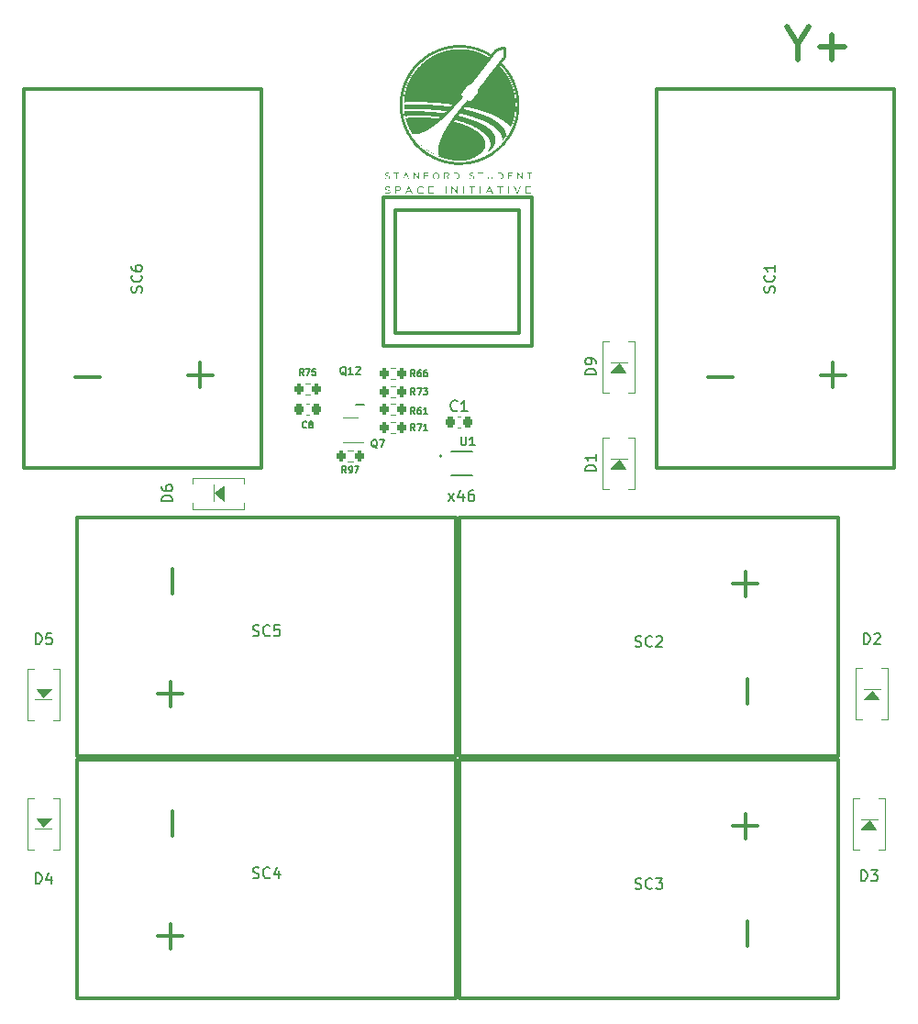
<source format=gto>
%TF.GenerationSoftware,KiCad,Pcbnew,(6.0.5)*%
%TF.CreationDate,2022-07-09T20:44:09-07:00*%
%TF.ProjectId,solar-panel-side-Y-plus,736f6c61-722d-4706-916e-656c2d736964,rev?*%
%TF.SameCoordinates,Original*%
%TF.FileFunction,Legend,Top*%
%TF.FilePolarity,Positive*%
%FSLAX46Y46*%
G04 Gerber Fmt 4.6, Leading zero omitted, Abs format (unit mm)*
G04 Created by KiCad (PCBNEW (6.0.5)) date 2022-07-09 20:44:09*
%MOMM*%
%LPD*%
G01*
G04 APERTURE LIST*
G04 Aperture macros list*
%AMRoundRect*
0 Rectangle with rounded corners*
0 $1 Rounding radius*
0 $2 $3 $4 $5 $6 $7 $8 $9 X,Y pos of 4 corners*
0 Add a 4 corners polygon primitive as box body*
4,1,4,$2,$3,$4,$5,$6,$7,$8,$9,$2,$3,0*
0 Add four circle primitives for the rounded corners*
1,1,$1+$1,$2,$3*
1,1,$1+$1,$4,$5*
1,1,$1+$1,$6,$7*
1,1,$1+$1,$8,$9*
0 Add four rect primitives between the rounded corners*
20,1,$1+$1,$2,$3,$4,$5,0*
20,1,$1+$1,$4,$5,$6,$7,0*
20,1,$1+$1,$6,$7,$8,$9,0*
20,1,$1+$1,$8,$9,$2,$3,0*%
G04 Aperture macros list end*
%ADD10C,0.150000*%
%ADD11C,0.500000*%
%ADD12C,0.300000*%
%ADD13C,0.127000*%
%ADD14C,0.120000*%
%ADD15C,0.100000*%
%ADD16C,0.200000*%
%ADD17C,3.000000*%
%ADD18R,1.700000X2.500000*%
%ADD19R,2.500000X1.700000*%
%ADD20C,3.800000*%
%ADD21C,2.600000*%
%ADD22RoundRect,0.200000X0.200000X0.275000X-0.200000X0.275000X-0.200000X-0.275000X0.200000X-0.275000X0*%
%ADD23RoundRect,0.225000X-0.225000X-0.250000X0.225000X-0.250000X0.225000X0.250000X-0.225000X0.250000X0*%
%ADD24R,0.600000X0.400000*%
%ADD25RoundRect,0.200000X-0.200000X-0.275000X0.200000X-0.275000X0.200000X0.275000X-0.200000X0.275000X0*%
%ADD26RoundRect,0.225000X0.225000X0.250000X-0.225000X0.250000X-0.225000X-0.250000X0.225000X-0.250000X0*%
%ADD27R,0.650000X0.400000*%
%ADD28R,0.740000X0.270000*%
%ADD29R,0.650000X1.350000*%
G04 APERTURE END LIST*
D10*
X147629714Y-90368380D02*
X148153523Y-89701714D01*
X147629714Y-89701714D02*
X148153523Y-90368380D01*
X148963047Y-89701714D02*
X148963047Y-90368380D01*
X148724952Y-89320761D02*
X148486857Y-90035047D01*
X149105904Y-90035047D01*
X149915428Y-89368380D02*
X149724952Y-89368380D01*
X149629714Y-89416000D01*
X149582095Y-89463619D01*
X149486857Y-89606476D01*
X149439238Y-89796952D01*
X149439238Y-90177904D01*
X149486857Y-90273142D01*
X149534476Y-90320761D01*
X149629714Y-90368380D01*
X149820190Y-90368380D01*
X149915428Y-90320761D01*
X149963047Y-90273142D01*
X150010666Y-90177904D01*
X150010666Y-89939809D01*
X149963047Y-89844571D01*
X149915428Y-89796952D01*
X149820190Y-89749333D01*
X149629714Y-89749333D01*
X149534476Y-89796952D01*
X149486857Y-89844571D01*
X149439238Y-89939809D01*
D11*
X179879857Y-48188571D02*
X179879857Y-49617142D01*
X178879857Y-46617142D02*
X179879857Y-48188571D01*
X180879857Y-46617142D01*
X181879857Y-48474285D02*
X184165571Y-48474285D01*
X183022714Y-49617142D02*
X183022714Y-47331428D01*
D10*
X164854095Y-103774761D02*
X164996952Y-103822380D01*
X165235047Y-103822380D01*
X165330285Y-103774761D01*
X165377904Y-103727142D01*
X165425523Y-103631904D01*
X165425523Y-103536666D01*
X165377904Y-103441428D01*
X165330285Y-103393809D01*
X165235047Y-103346190D01*
X165044571Y-103298571D01*
X164949333Y-103250952D01*
X164901714Y-103203333D01*
X164854095Y-103108095D01*
X164854095Y-103012857D01*
X164901714Y-102917619D01*
X164949333Y-102870000D01*
X165044571Y-102822380D01*
X165282666Y-102822380D01*
X165425523Y-102870000D01*
X166425523Y-103727142D02*
X166377904Y-103774761D01*
X166235047Y-103822380D01*
X166139809Y-103822380D01*
X165996952Y-103774761D01*
X165901714Y-103679523D01*
X165854095Y-103584285D01*
X165806476Y-103393809D01*
X165806476Y-103250952D01*
X165854095Y-103060476D01*
X165901714Y-102965238D01*
X165996952Y-102870000D01*
X166139809Y-102822380D01*
X166235047Y-102822380D01*
X166377904Y-102870000D01*
X166425523Y-102917619D01*
X166806476Y-102917619D02*
X166854095Y-102870000D01*
X166949333Y-102822380D01*
X167187428Y-102822380D01*
X167282666Y-102870000D01*
X167330285Y-102917619D01*
X167377904Y-103012857D01*
X167377904Y-103108095D01*
X167330285Y-103250952D01*
X166758857Y-103822380D01*
X167377904Y-103822380D01*
D12*
X173863142Y-98004285D02*
X176148857Y-98004285D01*
X175006000Y-99147142D02*
X175006000Y-96861428D01*
X175220285Y-109092857D02*
X175220285Y-106807142D01*
D10*
X119284761Y-71111904D02*
X119332380Y-70969047D01*
X119332380Y-70730952D01*
X119284761Y-70635714D01*
X119237142Y-70588095D01*
X119141904Y-70540476D01*
X119046666Y-70540476D01*
X118951428Y-70588095D01*
X118903809Y-70635714D01*
X118856190Y-70730952D01*
X118808571Y-70921428D01*
X118760952Y-71016666D01*
X118713333Y-71064285D01*
X118618095Y-71111904D01*
X118522857Y-71111904D01*
X118427619Y-71064285D01*
X118380000Y-71016666D01*
X118332380Y-70921428D01*
X118332380Y-70683333D01*
X118380000Y-70540476D01*
X119237142Y-69540476D02*
X119284761Y-69588095D01*
X119332380Y-69730952D01*
X119332380Y-69826190D01*
X119284761Y-69969047D01*
X119189523Y-70064285D01*
X119094285Y-70111904D01*
X118903809Y-70159523D01*
X118760952Y-70159523D01*
X118570476Y-70111904D01*
X118475238Y-70064285D01*
X118380000Y-69969047D01*
X118332380Y-69826190D01*
X118332380Y-69730952D01*
X118380000Y-69588095D01*
X118427619Y-69540476D01*
X118332380Y-68683333D02*
X118332380Y-68873809D01*
X118380000Y-68969047D01*
X118427619Y-69016666D01*
X118570476Y-69111904D01*
X118760952Y-69159523D01*
X119141904Y-69159523D01*
X119237142Y-69111904D01*
X119284761Y-69064285D01*
X119332380Y-68969047D01*
X119332380Y-68778571D01*
X119284761Y-68683333D01*
X119237142Y-68635714D01*
X119141904Y-68588095D01*
X118903809Y-68588095D01*
X118808571Y-68635714D01*
X118760952Y-68683333D01*
X118713333Y-68778571D01*
X118713333Y-68969047D01*
X118760952Y-69064285D01*
X118808571Y-69111904D01*
X118903809Y-69159523D01*
D12*
X124674285Y-79882857D02*
X124674285Y-77597142D01*
X125817142Y-78740000D02*
X123531428Y-78740000D01*
X113157142Y-78954285D02*
X115442857Y-78954285D01*
D10*
X164854095Y-126126761D02*
X164996952Y-126174380D01*
X165235047Y-126174380D01*
X165330285Y-126126761D01*
X165377904Y-126079142D01*
X165425523Y-125983904D01*
X165425523Y-125888666D01*
X165377904Y-125793428D01*
X165330285Y-125745809D01*
X165235047Y-125698190D01*
X165044571Y-125650571D01*
X164949333Y-125602952D01*
X164901714Y-125555333D01*
X164854095Y-125460095D01*
X164854095Y-125364857D01*
X164901714Y-125269619D01*
X164949333Y-125222000D01*
X165044571Y-125174380D01*
X165282666Y-125174380D01*
X165425523Y-125222000D01*
X166425523Y-126079142D02*
X166377904Y-126126761D01*
X166235047Y-126174380D01*
X166139809Y-126174380D01*
X165996952Y-126126761D01*
X165901714Y-126031523D01*
X165854095Y-125936285D01*
X165806476Y-125745809D01*
X165806476Y-125602952D01*
X165854095Y-125412476D01*
X165901714Y-125317238D01*
X165996952Y-125222000D01*
X166139809Y-125174380D01*
X166235047Y-125174380D01*
X166377904Y-125222000D01*
X166425523Y-125269619D01*
X166758857Y-125174380D02*
X167377904Y-125174380D01*
X167044571Y-125555333D01*
X167187428Y-125555333D01*
X167282666Y-125602952D01*
X167330285Y-125650571D01*
X167377904Y-125745809D01*
X167377904Y-125983904D01*
X167330285Y-126079142D01*
X167282666Y-126126761D01*
X167187428Y-126174380D01*
X166901714Y-126174380D01*
X166806476Y-126126761D01*
X166758857Y-126079142D01*
D12*
X173863142Y-120356285D02*
X176148857Y-120356285D01*
X175006000Y-121499142D02*
X175006000Y-119213428D01*
X175220285Y-131444857D02*
X175220285Y-129159142D01*
D10*
X109497904Y-125674380D02*
X109497904Y-124674380D01*
X109736000Y-124674380D01*
X109878857Y-124722000D01*
X109974095Y-124817238D01*
X110021714Y-124912476D01*
X110069333Y-125102952D01*
X110069333Y-125245809D01*
X110021714Y-125436285D01*
X109974095Y-125531523D01*
X109878857Y-125626761D01*
X109736000Y-125674380D01*
X109497904Y-125674380D01*
X110926476Y-125007714D02*
X110926476Y-125674380D01*
X110688380Y-124626761D02*
X110450285Y-125341047D01*
X111069333Y-125341047D01*
X109497904Y-103576380D02*
X109497904Y-102576380D01*
X109736000Y-102576380D01*
X109878857Y-102624000D01*
X109974095Y-102719238D01*
X110021714Y-102814476D01*
X110069333Y-103004952D01*
X110069333Y-103147809D01*
X110021714Y-103338285D01*
X109974095Y-103433523D01*
X109878857Y-103528761D01*
X109736000Y-103576380D01*
X109497904Y-103576380D01*
X110974095Y-102576380D02*
X110497904Y-102576380D01*
X110450285Y-103052571D01*
X110497904Y-103004952D01*
X110593142Y-102957333D01*
X110831238Y-102957333D01*
X110926476Y-103004952D01*
X110974095Y-103052571D01*
X111021714Y-103147809D01*
X111021714Y-103385904D01*
X110974095Y-103481142D01*
X110926476Y-103528761D01*
X110831238Y-103576380D01*
X110593142Y-103576380D01*
X110497904Y-103528761D01*
X110450285Y-103481142D01*
X185951904Y-103576380D02*
X185951904Y-102576380D01*
X186190000Y-102576380D01*
X186332857Y-102624000D01*
X186428095Y-102719238D01*
X186475714Y-102814476D01*
X186523333Y-103004952D01*
X186523333Y-103147809D01*
X186475714Y-103338285D01*
X186428095Y-103433523D01*
X186332857Y-103528761D01*
X186190000Y-103576380D01*
X185951904Y-103576380D01*
X186904285Y-102671619D02*
X186951904Y-102624000D01*
X187047142Y-102576380D01*
X187285238Y-102576380D01*
X187380476Y-102624000D01*
X187428095Y-102671619D01*
X187475714Y-102766857D01*
X187475714Y-102862095D01*
X187428095Y-103004952D01*
X186856666Y-103576380D01*
X187475714Y-103576380D01*
X185697904Y-125420380D02*
X185697904Y-124420380D01*
X185936000Y-124420380D01*
X186078857Y-124468000D01*
X186174095Y-124563238D01*
X186221714Y-124658476D01*
X186269333Y-124848952D01*
X186269333Y-124991809D01*
X186221714Y-125182285D01*
X186174095Y-125277523D01*
X186078857Y-125372761D01*
X185936000Y-125420380D01*
X185697904Y-125420380D01*
X186602666Y-124420380D02*
X187221714Y-124420380D01*
X186888380Y-124801333D01*
X187031238Y-124801333D01*
X187126476Y-124848952D01*
X187174095Y-124896571D01*
X187221714Y-124991809D01*
X187221714Y-125229904D01*
X187174095Y-125325142D01*
X187126476Y-125372761D01*
X187031238Y-125420380D01*
X186745523Y-125420380D01*
X186650285Y-125372761D01*
X186602666Y-125325142D01*
X161234380Y-78716095D02*
X160234380Y-78716095D01*
X160234380Y-78478000D01*
X160282000Y-78335142D01*
X160377238Y-78239904D01*
X160472476Y-78192285D01*
X160662952Y-78144666D01*
X160805809Y-78144666D01*
X160996285Y-78192285D01*
X161091523Y-78239904D01*
X161186761Y-78335142D01*
X161234380Y-78478000D01*
X161234380Y-78716095D01*
X161234380Y-77668476D02*
X161234380Y-77478000D01*
X161186761Y-77382761D01*
X161139142Y-77335142D01*
X160996285Y-77239904D01*
X160805809Y-77192285D01*
X160424857Y-77192285D01*
X160329619Y-77239904D01*
X160282000Y-77287523D01*
X160234380Y-77382761D01*
X160234380Y-77573238D01*
X160282000Y-77668476D01*
X160329619Y-77716095D01*
X160424857Y-77763714D01*
X160662952Y-77763714D01*
X160758190Y-77716095D01*
X160805809Y-77668476D01*
X160853428Y-77573238D01*
X160853428Y-77382761D01*
X160805809Y-77287523D01*
X160758190Y-77239904D01*
X160662952Y-77192285D01*
X161234380Y-87606095D02*
X160234380Y-87606095D01*
X160234380Y-87368000D01*
X160282000Y-87225142D01*
X160377238Y-87129904D01*
X160472476Y-87082285D01*
X160662952Y-87034666D01*
X160805809Y-87034666D01*
X160996285Y-87082285D01*
X161091523Y-87129904D01*
X161186761Y-87225142D01*
X161234380Y-87368000D01*
X161234380Y-87606095D01*
X161234380Y-86082285D02*
X161234380Y-86653714D01*
X161234380Y-86368000D02*
X160234380Y-86368000D01*
X160377238Y-86463238D01*
X160472476Y-86558476D01*
X160520095Y-86653714D01*
X122118380Y-90400095D02*
X121118380Y-90400095D01*
X121118380Y-90162000D01*
X121166000Y-90019142D01*
X121261238Y-89923904D01*
X121356476Y-89876285D01*
X121546952Y-89828666D01*
X121689809Y-89828666D01*
X121880285Y-89876285D01*
X121975523Y-89923904D01*
X122070761Y-90019142D01*
X122118380Y-90162000D01*
X122118380Y-90400095D01*
X121118380Y-88971523D02*
X121118380Y-89162000D01*
X121166000Y-89257238D01*
X121213619Y-89304857D01*
X121356476Y-89400095D01*
X121546952Y-89447714D01*
X121927904Y-89447714D01*
X122023142Y-89400095D01*
X122070761Y-89352476D01*
X122118380Y-89257238D01*
X122118380Y-89066761D01*
X122070761Y-88971523D01*
X122023142Y-88923904D01*
X121927904Y-88876285D01*
X121689809Y-88876285D01*
X121594571Y-88923904D01*
X121546952Y-88971523D01*
X121499333Y-89066761D01*
X121499333Y-89257238D01*
X121546952Y-89352476D01*
X121594571Y-89400095D01*
X121689809Y-89447714D01*
X177704761Y-71111904D02*
X177752380Y-70969047D01*
X177752380Y-70730952D01*
X177704761Y-70635714D01*
X177657142Y-70588095D01*
X177561904Y-70540476D01*
X177466666Y-70540476D01*
X177371428Y-70588095D01*
X177323809Y-70635714D01*
X177276190Y-70730952D01*
X177228571Y-70921428D01*
X177180952Y-71016666D01*
X177133333Y-71064285D01*
X177038095Y-71111904D01*
X176942857Y-71111904D01*
X176847619Y-71064285D01*
X176800000Y-71016666D01*
X176752380Y-70921428D01*
X176752380Y-70683333D01*
X176800000Y-70540476D01*
X177657142Y-69540476D02*
X177704761Y-69588095D01*
X177752380Y-69730952D01*
X177752380Y-69826190D01*
X177704761Y-69969047D01*
X177609523Y-70064285D01*
X177514285Y-70111904D01*
X177323809Y-70159523D01*
X177180952Y-70159523D01*
X176990476Y-70111904D01*
X176895238Y-70064285D01*
X176800000Y-69969047D01*
X176752380Y-69826190D01*
X176752380Y-69730952D01*
X176800000Y-69588095D01*
X176847619Y-69540476D01*
X177752380Y-68588095D02*
X177752380Y-69159523D01*
X177752380Y-68873809D02*
X176752380Y-68873809D01*
X176895238Y-68969047D01*
X176990476Y-69064285D01*
X177038095Y-69159523D01*
D12*
X171577142Y-78954285D02*
X173862857Y-78954285D01*
X183094285Y-79882857D02*
X183094285Y-77597142D01*
X184237142Y-78740000D02*
X181951428Y-78740000D01*
D10*
X129548095Y-125126761D02*
X129690952Y-125174380D01*
X129929047Y-125174380D01*
X130024285Y-125126761D01*
X130071904Y-125079142D01*
X130119523Y-124983904D01*
X130119523Y-124888666D01*
X130071904Y-124793428D01*
X130024285Y-124745809D01*
X129929047Y-124698190D01*
X129738571Y-124650571D01*
X129643333Y-124602952D01*
X129595714Y-124555333D01*
X129548095Y-124460095D01*
X129548095Y-124364857D01*
X129595714Y-124269619D01*
X129643333Y-124222000D01*
X129738571Y-124174380D01*
X129976666Y-124174380D01*
X130119523Y-124222000D01*
X131119523Y-125079142D02*
X131071904Y-125126761D01*
X130929047Y-125174380D01*
X130833809Y-125174380D01*
X130690952Y-125126761D01*
X130595714Y-125031523D01*
X130548095Y-124936285D01*
X130500476Y-124745809D01*
X130500476Y-124602952D01*
X130548095Y-124412476D01*
X130595714Y-124317238D01*
X130690952Y-124222000D01*
X130833809Y-124174380D01*
X130929047Y-124174380D01*
X131071904Y-124222000D01*
X131119523Y-124269619D01*
X131976666Y-124507714D02*
X131976666Y-125174380D01*
X131738571Y-124126761D02*
X131500476Y-124841047D01*
X132119523Y-124841047D01*
D12*
X122134285Y-121284857D02*
X122134285Y-118999142D01*
X120777142Y-130516285D02*
X123062857Y-130516285D01*
X121920000Y-131659142D02*
X121920000Y-129373428D01*
D10*
X129548095Y-102774761D02*
X129690952Y-102822380D01*
X129929047Y-102822380D01*
X130024285Y-102774761D01*
X130071904Y-102727142D01*
X130119523Y-102631904D01*
X130119523Y-102536666D01*
X130071904Y-102441428D01*
X130024285Y-102393809D01*
X129929047Y-102346190D01*
X129738571Y-102298571D01*
X129643333Y-102250952D01*
X129595714Y-102203333D01*
X129548095Y-102108095D01*
X129548095Y-102012857D01*
X129595714Y-101917619D01*
X129643333Y-101870000D01*
X129738571Y-101822380D01*
X129976666Y-101822380D01*
X130119523Y-101870000D01*
X131119523Y-102727142D02*
X131071904Y-102774761D01*
X130929047Y-102822380D01*
X130833809Y-102822380D01*
X130690952Y-102774761D01*
X130595714Y-102679523D01*
X130548095Y-102584285D01*
X130500476Y-102393809D01*
X130500476Y-102250952D01*
X130548095Y-102060476D01*
X130595714Y-101965238D01*
X130690952Y-101870000D01*
X130833809Y-101822380D01*
X130929047Y-101822380D01*
X131071904Y-101870000D01*
X131119523Y-101917619D01*
X132024285Y-101822380D02*
X131548095Y-101822380D01*
X131500476Y-102298571D01*
X131548095Y-102250952D01*
X131643333Y-102203333D01*
X131881428Y-102203333D01*
X131976666Y-102250952D01*
X132024285Y-102298571D01*
X132071904Y-102393809D01*
X132071904Y-102631904D01*
X132024285Y-102727142D01*
X131976666Y-102774761D01*
X131881428Y-102822380D01*
X131643333Y-102822380D01*
X131548095Y-102774761D01*
X131500476Y-102727142D01*
D12*
X122134285Y-98932857D02*
X122134285Y-96647142D01*
X120777142Y-108164285D02*
X123062857Y-108164285D01*
X121920000Y-109307142D02*
X121920000Y-107021428D01*
D10*
X144521285Y-80535428D02*
X144321285Y-80249714D01*
X144178428Y-80535428D02*
X144178428Y-79935428D01*
X144407000Y-79935428D01*
X144464142Y-79964000D01*
X144492714Y-79992571D01*
X144521285Y-80049714D01*
X144521285Y-80135428D01*
X144492714Y-80192571D01*
X144464142Y-80221142D01*
X144407000Y-80249714D01*
X144178428Y-80249714D01*
X144721285Y-79935428D02*
X145121285Y-79935428D01*
X144864142Y-80535428D01*
X145292714Y-79935428D02*
X145664142Y-79935428D01*
X145464142Y-80164000D01*
X145549857Y-80164000D01*
X145607000Y-80192571D01*
X145635571Y-80221142D01*
X145664142Y-80278285D01*
X145664142Y-80421142D01*
X145635571Y-80478285D01*
X145607000Y-80506857D01*
X145549857Y-80535428D01*
X145378428Y-80535428D01*
X145321285Y-80506857D01*
X145292714Y-80478285D01*
X148423333Y-81985142D02*
X148375714Y-82032761D01*
X148232857Y-82080380D01*
X148137619Y-82080380D01*
X147994761Y-82032761D01*
X147899523Y-81937523D01*
X147851904Y-81842285D01*
X147804285Y-81651809D01*
X147804285Y-81508952D01*
X147851904Y-81318476D01*
X147899523Y-81223238D01*
X147994761Y-81128000D01*
X148137619Y-81080380D01*
X148232857Y-81080380D01*
X148375714Y-81128000D01*
X148423333Y-81175619D01*
X149375714Y-82080380D02*
X148804285Y-82080380D01*
X149090000Y-82080380D02*
X149090000Y-81080380D01*
X148994761Y-81223238D01*
X148899523Y-81318476D01*
X148804285Y-81366095D01*
D13*
X138157000Y-78742333D02*
X138090333Y-78709000D01*
X138023666Y-78642333D01*
X137923666Y-78542333D01*
X137857000Y-78509000D01*
X137790333Y-78509000D01*
X137823666Y-78675666D02*
X137757000Y-78642333D01*
X137690333Y-78575666D01*
X137657000Y-78442333D01*
X137657000Y-78209000D01*
X137690333Y-78075666D01*
X137757000Y-78009000D01*
X137823666Y-77975666D01*
X137957000Y-77975666D01*
X138023666Y-78009000D01*
X138090333Y-78075666D01*
X138123666Y-78209000D01*
X138123666Y-78442333D01*
X138090333Y-78575666D01*
X138023666Y-78642333D01*
X137957000Y-78675666D01*
X137823666Y-78675666D01*
X138790333Y-78675666D02*
X138390333Y-78675666D01*
X138590333Y-78675666D02*
X138590333Y-77975666D01*
X138523666Y-78075666D01*
X138457000Y-78142333D01*
X138390333Y-78175666D01*
X139057000Y-78042333D02*
X139090333Y-78009000D01*
X139157000Y-77975666D01*
X139323666Y-77975666D01*
X139390333Y-78009000D01*
X139423666Y-78042333D01*
X139457000Y-78109000D01*
X139457000Y-78175666D01*
X139423666Y-78275666D01*
X139023666Y-78675666D01*
X139457000Y-78675666D01*
D10*
X138171285Y-87774428D02*
X137971285Y-87488714D01*
X137828428Y-87774428D02*
X137828428Y-87174428D01*
X138057000Y-87174428D01*
X138114142Y-87203000D01*
X138142714Y-87231571D01*
X138171285Y-87288714D01*
X138171285Y-87374428D01*
X138142714Y-87431571D01*
X138114142Y-87460142D01*
X138057000Y-87488714D01*
X137828428Y-87488714D01*
X138457000Y-87774428D02*
X138571285Y-87774428D01*
X138628428Y-87745857D01*
X138657000Y-87717285D01*
X138714142Y-87631571D01*
X138742714Y-87517285D01*
X138742714Y-87288714D01*
X138714142Y-87231571D01*
X138685571Y-87203000D01*
X138628428Y-87174428D01*
X138514142Y-87174428D01*
X138457000Y-87203000D01*
X138428428Y-87231571D01*
X138399857Y-87288714D01*
X138399857Y-87431571D01*
X138428428Y-87488714D01*
X138457000Y-87517285D01*
X138514142Y-87545857D01*
X138628428Y-87545857D01*
X138685571Y-87517285D01*
X138714142Y-87488714D01*
X138742714Y-87431571D01*
X138942714Y-87174428D02*
X139342714Y-87174428D01*
X139085571Y-87774428D01*
X134520000Y-83559285D02*
X134491428Y-83587857D01*
X134405714Y-83616428D01*
X134348571Y-83616428D01*
X134262857Y-83587857D01*
X134205714Y-83530714D01*
X134177142Y-83473571D01*
X134148571Y-83359285D01*
X134148571Y-83273571D01*
X134177142Y-83159285D01*
X134205714Y-83102142D01*
X134262857Y-83045000D01*
X134348571Y-83016428D01*
X134405714Y-83016428D01*
X134491428Y-83045000D01*
X134520000Y-83073571D01*
X134862857Y-83273571D02*
X134805714Y-83245000D01*
X134777142Y-83216428D01*
X134748571Y-83159285D01*
X134748571Y-83130714D01*
X134777142Y-83073571D01*
X134805714Y-83045000D01*
X134862857Y-83016428D01*
X134977142Y-83016428D01*
X135034285Y-83045000D01*
X135062857Y-83073571D01*
X135091428Y-83130714D01*
X135091428Y-83159285D01*
X135062857Y-83216428D01*
X135034285Y-83245000D01*
X134977142Y-83273571D01*
X134862857Y-83273571D01*
X134805714Y-83302142D01*
X134777142Y-83330714D01*
X134748571Y-83387857D01*
X134748571Y-83502142D01*
X134777142Y-83559285D01*
X134805714Y-83587857D01*
X134862857Y-83616428D01*
X134977142Y-83616428D01*
X135034285Y-83587857D01*
X135062857Y-83559285D01*
X135091428Y-83502142D01*
X135091428Y-83387857D01*
X135062857Y-83330714D01*
X135034285Y-83302142D01*
X134977142Y-83273571D01*
X134234285Y-78757428D02*
X134034285Y-78471714D01*
X133891428Y-78757428D02*
X133891428Y-78157428D01*
X134120000Y-78157428D01*
X134177142Y-78186000D01*
X134205714Y-78214571D01*
X134234285Y-78271714D01*
X134234285Y-78357428D01*
X134205714Y-78414571D01*
X134177142Y-78443142D01*
X134120000Y-78471714D01*
X133891428Y-78471714D01*
X134434285Y-78157428D02*
X134834285Y-78157428D01*
X134577142Y-78757428D01*
X135348571Y-78157428D02*
X135062857Y-78157428D01*
X135034285Y-78443142D01*
X135062857Y-78414571D01*
X135120000Y-78386000D01*
X135262857Y-78386000D01*
X135320000Y-78414571D01*
X135348571Y-78443142D01*
X135377142Y-78500285D01*
X135377142Y-78643142D01*
X135348571Y-78700285D01*
X135320000Y-78728857D01*
X135262857Y-78757428D01*
X135120000Y-78757428D01*
X135062857Y-78728857D01*
X135034285Y-78700285D01*
X144521285Y-78884428D02*
X144321285Y-78598714D01*
X144178428Y-78884428D02*
X144178428Y-78284428D01*
X144407000Y-78284428D01*
X144464142Y-78313000D01*
X144492714Y-78341571D01*
X144521285Y-78398714D01*
X144521285Y-78484428D01*
X144492714Y-78541571D01*
X144464142Y-78570142D01*
X144407000Y-78598714D01*
X144178428Y-78598714D01*
X145035571Y-78284428D02*
X144921285Y-78284428D01*
X144864142Y-78313000D01*
X144835571Y-78341571D01*
X144778428Y-78427285D01*
X144749857Y-78541571D01*
X144749857Y-78770142D01*
X144778428Y-78827285D01*
X144807000Y-78855857D01*
X144864142Y-78884428D01*
X144978428Y-78884428D01*
X145035571Y-78855857D01*
X145064142Y-78827285D01*
X145092714Y-78770142D01*
X145092714Y-78627285D01*
X145064142Y-78570142D01*
X145035571Y-78541571D01*
X144978428Y-78513000D01*
X144864142Y-78513000D01*
X144807000Y-78541571D01*
X144778428Y-78570142D01*
X144749857Y-78627285D01*
X145607000Y-78284428D02*
X145492714Y-78284428D01*
X145435571Y-78313000D01*
X145407000Y-78341571D01*
X145349857Y-78427285D01*
X145321285Y-78541571D01*
X145321285Y-78770142D01*
X145349857Y-78827285D01*
X145378428Y-78855857D01*
X145435571Y-78884428D01*
X145549857Y-78884428D01*
X145607000Y-78855857D01*
X145635571Y-78827285D01*
X145664142Y-78770142D01*
X145664142Y-78627285D01*
X145635571Y-78570142D01*
X145607000Y-78541571D01*
X145549857Y-78513000D01*
X145435571Y-78513000D01*
X145378428Y-78541571D01*
X145349857Y-78570142D01*
X145321285Y-78627285D01*
X144521285Y-82313428D02*
X144321285Y-82027714D01*
X144178428Y-82313428D02*
X144178428Y-81713428D01*
X144407000Y-81713428D01*
X144464142Y-81742000D01*
X144492714Y-81770571D01*
X144521285Y-81827714D01*
X144521285Y-81913428D01*
X144492714Y-81970571D01*
X144464142Y-81999142D01*
X144407000Y-82027714D01*
X144178428Y-82027714D01*
X145035571Y-81713428D02*
X144921285Y-81713428D01*
X144864142Y-81742000D01*
X144835571Y-81770571D01*
X144778428Y-81856285D01*
X144749857Y-81970571D01*
X144749857Y-82199142D01*
X144778428Y-82256285D01*
X144807000Y-82284857D01*
X144864142Y-82313428D01*
X144978428Y-82313428D01*
X145035571Y-82284857D01*
X145064142Y-82256285D01*
X145092714Y-82199142D01*
X145092714Y-82056285D01*
X145064142Y-81999142D01*
X145035571Y-81970571D01*
X144978428Y-81942000D01*
X144864142Y-81942000D01*
X144807000Y-81970571D01*
X144778428Y-81999142D01*
X144749857Y-82056285D01*
X145664142Y-82313428D02*
X145321285Y-82313428D01*
X145492714Y-82313428D02*
X145492714Y-81713428D01*
X145435571Y-81799142D01*
X145378428Y-81856285D01*
X145321285Y-81884857D01*
X141030333Y-85473333D02*
X140963666Y-85440000D01*
X140897000Y-85373333D01*
X140797000Y-85273333D01*
X140730333Y-85240000D01*
X140663666Y-85240000D01*
X140697000Y-85406666D02*
X140630333Y-85373333D01*
X140563666Y-85306666D01*
X140530333Y-85173333D01*
X140530333Y-84940000D01*
X140563666Y-84806666D01*
X140630333Y-84740000D01*
X140697000Y-84706666D01*
X140830333Y-84706666D01*
X140897000Y-84740000D01*
X140963666Y-84806666D01*
X140997000Y-84940000D01*
X140997000Y-85173333D01*
X140963666Y-85306666D01*
X140897000Y-85373333D01*
X140830333Y-85406666D01*
X140697000Y-85406666D01*
X141230333Y-84706666D02*
X141697000Y-84706666D01*
X141397000Y-85406666D01*
X144521285Y-83837428D02*
X144321285Y-83551714D01*
X144178428Y-83837428D02*
X144178428Y-83237428D01*
X144407000Y-83237428D01*
X144464142Y-83266000D01*
X144492714Y-83294571D01*
X144521285Y-83351714D01*
X144521285Y-83437428D01*
X144492714Y-83494571D01*
X144464142Y-83523142D01*
X144407000Y-83551714D01*
X144178428Y-83551714D01*
X144721285Y-83237428D02*
X145121285Y-83237428D01*
X144864142Y-83837428D01*
X145664142Y-83837428D02*
X145321285Y-83837428D01*
X145492714Y-83837428D02*
X145492714Y-83237428D01*
X145435571Y-83323142D01*
X145378428Y-83380285D01*
X145321285Y-83408857D01*
X148774476Y-84421904D02*
X148774476Y-85069523D01*
X148812571Y-85145714D01*
X148850666Y-85183809D01*
X148926857Y-85221904D01*
X149079238Y-85221904D01*
X149155428Y-85183809D01*
X149193523Y-85145714D01*
X149231619Y-85069523D01*
X149231619Y-84421904D01*
X150031619Y-85221904D02*
X149574476Y-85221904D01*
X149803047Y-85221904D02*
X149803047Y-84421904D01*
X149726857Y-84536190D01*
X149650666Y-84612380D01*
X149574476Y-84650476D01*
D12*
X148616000Y-113870000D02*
X148616000Y-91870000D01*
X148616000Y-91870000D02*
X183616000Y-91870000D01*
X183616000Y-91870000D02*
X183616000Y-113870000D01*
X183616000Y-113870000D02*
X148616000Y-113870000D01*
X130380000Y-87350000D02*
X108380000Y-87350000D01*
X130380000Y-52350000D02*
X130380000Y-87350000D01*
X108380000Y-87350000D02*
X108380000Y-52350000D01*
X108380000Y-52350000D02*
X130380000Y-52350000D01*
X148616000Y-114222000D02*
X183616000Y-114222000D01*
X148616000Y-136222000D02*
X148616000Y-114222000D01*
X183616000Y-136222000D02*
X148616000Y-136222000D01*
X183616000Y-114222000D02*
X183616000Y-136222000D01*
D14*
X108786000Y-122517000D02*
X108786000Y-117767000D01*
X109423200Y-120573800D02*
X110972600Y-120573800D01*
X111686000Y-122517000D02*
X108786000Y-122517000D01*
X111686000Y-122517000D02*
X111686000Y-117767000D01*
X111686000Y-117767000D02*
X108786000Y-117767000D01*
G36*
X110210600Y-120446800D02*
G01*
X109601000Y-119634000D01*
X110947200Y-119634000D01*
X110210600Y-120446800D01*
G37*
D15*
X110210600Y-120446800D02*
X109601000Y-119634000D01*
X110947200Y-119634000D01*
X110210600Y-120446800D01*
D14*
X111686000Y-110579000D02*
X111686000Y-105829000D01*
X108786000Y-110579000D02*
X108786000Y-105829000D01*
X111686000Y-110579000D02*
X108786000Y-110579000D01*
X109423200Y-108635800D02*
X110972600Y-108635800D01*
X111686000Y-105829000D02*
X108786000Y-105829000D01*
G36*
X110210600Y-108508800D02*
G01*
X109601000Y-107696000D01*
X110947200Y-107696000D01*
X110210600Y-108508800D01*
G37*
D15*
X110210600Y-108508800D02*
X109601000Y-107696000D01*
X110947200Y-107696000D01*
X110210600Y-108508800D01*
D14*
X185240000Y-110547000D02*
X188140000Y-110547000D01*
X185240000Y-105797000D02*
X185240000Y-110547000D01*
X188140000Y-105797000D02*
X188140000Y-110547000D01*
X187502800Y-107740200D02*
X185953400Y-107740200D01*
X185240000Y-105797000D02*
X188140000Y-105797000D01*
G36*
X187325000Y-108680000D02*
G01*
X185978800Y-108680000D01*
X186715400Y-107867200D01*
X187325000Y-108680000D01*
G37*
D15*
X187325000Y-108680000D02*
X185978800Y-108680000D01*
X186715400Y-107867200D01*
X187325000Y-108680000D01*
D14*
X187248800Y-119710200D02*
X185699400Y-119710200D01*
X184986000Y-122517000D02*
X187886000Y-122517000D01*
X184986000Y-117767000D02*
X187886000Y-117767000D01*
X184986000Y-117767000D02*
X184986000Y-122517000D01*
X187886000Y-117767000D02*
X187886000Y-122517000D01*
G36*
X187071000Y-120650000D02*
G01*
X185724800Y-120650000D01*
X186461400Y-119837200D01*
X187071000Y-120650000D01*
G37*
D15*
X187071000Y-120650000D02*
X185724800Y-120650000D01*
X186461400Y-119837200D01*
X187071000Y-120650000D01*
D14*
X161872000Y-75603000D02*
X164772000Y-75603000D01*
X161872000Y-80353000D02*
X164772000Y-80353000D01*
X164134800Y-77546200D02*
X162585400Y-77546200D01*
X161872000Y-75603000D02*
X161872000Y-80353000D01*
X164772000Y-75603000D02*
X164772000Y-80353000D01*
G36*
X163957000Y-78486000D02*
G01*
X162610800Y-78486000D01*
X163347400Y-77673200D01*
X163957000Y-78486000D01*
G37*
D15*
X163957000Y-78486000D02*
X162610800Y-78486000D01*
X163347400Y-77673200D01*
X163957000Y-78486000D01*
D14*
X161872000Y-84493000D02*
X161872000Y-89243000D01*
X161872000Y-89243000D02*
X164772000Y-89243000D01*
X164134800Y-86436200D02*
X162585400Y-86436200D01*
X161872000Y-84493000D02*
X164772000Y-84493000D01*
X164772000Y-84493000D02*
X164772000Y-89243000D01*
G36*
X163957000Y-87376000D02*
G01*
X162610800Y-87376000D01*
X163347400Y-86563200D01*
X163957000Y-87376000D01*
G37*
D15*
X163957000Y-87376000D02*
X162610800Y-87376000D01*
X163347400Y-86563200D01*
X163957000Y-87376000D01*
D14*
X123990000Y-91112000D02*
X128740000Y-91112000D01*
X123990000Y-91112000D02*
X123990000Y-88212000D01*
X125933200Y-88849200D02*
X125933200Y-90398600D01*
X128740000Y-91112000D02*
X128740000Y-88212000D01*
X123990000Y-88212000D02*
X128740000Y-88212000D01*
G36*
X126873000Y-90373200D02*
G01*
X126060200Y-89636600D01*
X126873000Y-89027000D01*
X126873000Y-90373200D01*
G37*
D15*
X126873000Y-90373200D02*
X126060200Y-89636600D01*
X126873000Y-89027000D01*
X126873000Y-90373200D01*
D12*
X166800000Y-87350000D02*
X166800000Y-52350000D01*
X166800000Y-52350000D02*
X188800000Y-52350000D01*
X188800000Y-87350000D02*
X166800000Y-87350000D01*
X188800000Y-52350000D02*
X188800000Y-87350000D01*
X113310000Y-114222000D02*
X148310000Y-114222000D01*
X148310000Y-114222000D02*
X148310000Y-136222000D01*
X148310000Y-136222000D02*
X113310000Y-136222000D01*
X113310000Y-136222000D02*
X113310000Y-114222000D01*
X113310000Y-113870000D02*
X113310000Y-91870000D01*
X148310000Y-113870000D02*
X113310000Y-113870000D01*
X148310000Y-91870000D02*
X148310000Y-113870000D01*
X113310000Y-91870000D02*
X148310000Y-91870000D01*
D14*
X142731258Y-80786500D02*
X142256742Y-80786500D01*
X142731258Y-79741500D02*
X142256742Y-79741500D01*
X148449420Y-82548000D02*
X148730580Y-82548000D01*
X148449420Y-83568000D02*
X148730580Y-83568000D01*
D16*
X139797000Y-81464000D02*
X139057000Y-81464000D01*
D14*
X138319742Y-86755500D02*
X138794258Y-86755500D01*
X138319742Y-85710500D02*
X138794258Y-85710500D01*
X134760580Y-82425000D02*
X134479420Y-82425000D01*
X134760580Y-81405000D02*
X134479420Y-81405000D01*
X134382742Y-80532500D02*
X134857258Y-80532500D01*
X134382742Y-79487500D02*
X134857258Y-79487500D01*
X142731258Y-78090500D02*
X142256742Y-78090500D01*
X142731258Y-79135500D02*
X142256742Y-79135500D01*
X142731258Y-82437500D02*
X142256742Y-82437500D01*
X142731258Y-81392500D02*
X142256742Y-81392500D01*
X137857000Y-84980000D02*
X139757000Y-84980000D01*
X139257000Y-82660000D02*
X137857000Y-82660000D01*
X142256742Y-83043500D02*
X142731258Y-83043500D01*
X142256742Y-84088500D02*
X142731258Y-84088500D01*
D13*
X147844000Y-87967000D02*
X149844000Y-87967000D01*
X147844000Y-85769000D02*
X149844000Y-85769000D01*
D16*
X147009000Y-86218000D02*
G75*
G03*
X147009000Y-86218000I-100000J0D01*
G01*
D12*
X142691000Y-63557000D02*
X154121000Y-63557000D01*
X154121000Y-74857000D02*
X154121000Y-63557000D01*
X141621000Y-76057000D02*
X141621000Y-62357000D01*
X141621000Y-76057000D02*
X155321000Y-76057000D01*
X142691000Y-74857000D02*
X142691000Y-63557000D01*
X141621000Y-62357000D02*
X155321000Y-62357000D01*
X155321000Y-76057000D02*
X155321000Y-62357000D01*
X142821000Y-74857000D02*
X154121000Y-74857000D01*
G36*
X152271362Y-60056061D02*
G01*
X152348271Y-60057903D01*
X152412663Y-60063650D01*
X152466655Y-60073908D01*
X152512366Y-60089287D01*
X152551915Y-60110392D01*
X152587420Y-60137832D01*
X152600775Y-60150528D01*
X152639138Y-60198689D01*
X152665884Y-60253188D01*
X152681196Y-60311749D01*
X152685260Y-60372096D01*
X152678260Y-60431953D01*
X152660381Y-60489043D01*
X152631807Y-60541091D01*
X152592723Y-60585821D01*
X152563621Y-60608660D01*
X152534308Y-60627328D01*
X152507233Y-60641590D01*
X152479594Y-60652088D01*
X152448585Y-60659461D01*
X152411405Y-60664351D01*
X152365249Y-60667398D01*
X152307313Y-60669242D01*
X152297617Y-60669451D01*
X152153213Y-60672432D01*
X152153213Y-60611040D01*
X152220727Y-60611040D01*
X152282614Y-60610808D01*
X152321271Y-60609724D01*
X152363025Y-60607106D01*
X152398679Y-60603538D01*
X152460577Y-60588875D01*
X152513810Y-60562380D01*
X152557638Y-60524576D01*
X152591323Y-60475990D01*
X152598205Y-60461928D01*
X152610885Y-60419306D01*
X152615078Y-60370008D01*
X152610882Y-60319664D01*
X152598392Y-60273903D01*
X152594831Y-60265630D01*
X152565782Y-60215415D01*
X152530027Y-60177152D01*
X152485348Y-60148473D01*
X152484641Y-60148124D01*
X152466912Y-60139882D01*
X152450696Y-60134040D01*
X152432752Y-60130102D01*
X152409839Y-60127571D01*
X152378714Y-60125950D01*
X152336137Y-60124743D01*
X152331373Y-60124631D01*
X152220727Y-60122068D01*
X152220727Y-60611040D01*
X152153213Y-60611040D01*
X152153213Y-60055930D01*
X152271362Y-60056061D01*
G37*
G36*
X147365396Y-60057749D02*
G01*
X147428940Y-60059388D01*
X147479634Y-60061785D01*
X147519626Y-60065440D01*
X147551066Y-60070851D01*
X147576104Y-60078517D01*
X147596888Y-60088935D01*
X147615570Y-60102604D01*
X147634298Y-60120022D01*
X147634380Y-60120105D01*
X147662117Y-60157938D01*
X147678551Y-60202613D01*
X147683038Y-60250414D01*
X147674933Y-60297623D01*
X147668185Y-60315150D01*
X147646887Y-60347682D01*
X147615787Y-60377647D01*
X147579978Y-60400685D01*
X147557974Y-60409482D01*
X147538291Y-60416567D01*
X147526402Y-60423304D01*
X147524802Y-60425761D01*
X147529096Y-60433069D01*
X147540943Y-60450199D01*
X147558788Y-60475050D01*
X147581077Y-60505522D01*
X147606258Y-60539514D01*
X147632775Y-60574923D01*
X147659075Y-60609651D01*
X147683604Y-60641595D01*
X147699284Y-60661675D01*
X147700251Y-60667017D01*
X147691064Y-60669881D01*
X147669575Y-60670801D01*
X147662623Y-60670793D01*
X147618571Y-60670535D01*
X147530617Y-60550770D01*
X147442663Y-60431004D01*
X147269752Y-60431004D01*
X147269752Y-60671052D01*
X147202239Y-60671052D01*
X147202239Y-60370992D01*
X147269752Y-60370992D01*
X147380399Y-60370951D01*
X147422148Y-60370412D01*
X147460804Y-60368964D01*
X147492796Y-60366805D01*
X147514555Y-60364136D01*
X147518943Y-60363161D01*
X147558389Y-60345215D01*
X147588783Y-60317063D01*
X147608225Y-60281123D01*
X147614820Y-60241199D01*
X147607781Y-60202684D01*
X147587234Y-60169789D01*
X147554030Y-60143791D01*
X147547532Y-60140322D01*
X147533779Y-60133959D01*
X147519858Y-60129422D01*
X147502959Y-60126409D01*
X147480274Y-60124612D01*
X147448992Y-60123729D01*
X147406304Y-60123453D01*
X147391937Y-60123444D01*
X147269752Y-60123444D01*
X147269752Y-60370992D01*
X147202239Y-60370992D01*
X147202239Y-60054461D01*
X147365396Y-60057749D01*
G37*
G36*
X143117906Y-53722996D02*
G01*
X143118474Y-53643745D01*
X143119605Y-53574404D01*
X143121456Y-53512425D01*
X143124183Y-53455262D01*
X143127944Y-53400371D01*
X143132896Y-53345205D01*
X143139195Y-53287217D01*
X143146999Y-53223862D01*
X143156465Y-53152594D01*
X143160302Y-53124566D01*
X143164589Y-53092425D01*
X143168192Y-53063598D01*
X143170483Y-53043154D01*
X143170801Y-53039658D01*
X143173718Y-53016010D01*
X143179361Y-52980843D01*
X143187180Y-52937278D01*
X143196628Y-52888438D01*
X143201999Y-52862014D01*
X143207958Y-52832189D01*
X143212820Y-52806058D01*
X143215617Y-52788846D01*
X143215747Y-52787803D01*
X143218685Y-52770957D01*
X143224115Y-52745767D01*
X143229300Y-52724041D01*
X143236886Y-52692121D01*
X143245361Y-52654203D01*
X143252171Y-52621967D01*
X143264147Y-52564018D01*
X143275023Y-52513931D01*
X143285804Y-52467620D01*
X143297494Y-52421002D01*
X143311095Y-52369991D01*
X143327613Y-52310504D01*
X143336046Y-52280650D01*
X143342750Y-52256753D01*
X143347992Y-52237632D01*
X143349641Y-52231357D01*
X143355206Y-52211371D01*
X143364269Y-52181994D01*
X143377188Y-52142130D01*
X143394320Y-52090681D01*
X143416023Y-52026552D01*
X143424018Y-52003095D01*
X143443505Y-51946278D01*
X143459227Y-51901165D01*
X143472116Y-51865213D01*
X143483101Y-51835877D01*
X143493116Y-51810614D01*
X143503091Y-51786879D01*
X143503664Y-51785552D01*
X143509012Y-51772876D01*
X143518671Y-51749713D01*
X143531231Y-51719447D01*
X143544226Y-51688033D01*
X143572588Y-51620834D01*
X143603418Y-51550341D01*
X143634767Y-51480870D01*
X143664688Y-51416738D01*
X143691232Y-51362259D01*
X143691503Y-51361719D01*
X143705417Y-51334610D01*
X143723888Y-51299461D01*
X143745558Y-51258774D01*
X143769069Y-51215045D01*
X143793065Y-51170775D01*
X143816188Y-51128461D01*
X143837082Y-51090603D01*
X143854388Y-51059700D01*
X143866749Y-51038250D01*
X143870798Y-51031622D01*
X143882367Y-51013139D01*
X143890337Y-50999870D01*
X143896520Y-50989779D01*
X143909413Y-50969161D01*
X143927674Y-50940146D01*
X143949959Y-50904866D01*
X143974928Y-50865453D01*
X143980054Y-50857374D01*
X144017216Y-50799248D01*
X144048022Y-50752080D01*
X144073791Y-50713935D01*
X144095843Y-50682881D01*
X144115495Y-50656983D01*
X144123958Y-50646434D01*
X144134215Y-50632718D01*
X144148972Y-50611663D01*
X144160960Y-50593924D01*
X144179037Y-50566878D01*
X144194149Y-50544851D01*
X144208895Y-50524276D01*
X144225872Y-50501586D01*
X144247679Y-50473216D01*
X144267603Y-50447563D01*
X144300845Y-50404935D01*
X144327372Y-50371211D01*
X144349611Y-50343398D01*
X144369990Y-50318505D01*
X144390937Y-50293541D01*
X144414878Y-50265514D01*
X144422942Y-50256138D01*
X144449926Y-50224643D01*
X144478178Y-50191424D01*
X144503235Y-50161738D01*
X144512904Y-50150181D01*
X144538170Y-50121299D01*
X144572591Y-50084074D01*
X144614311Y-50040356D01*
X144661477Y-49991998D01*
X144712235Y-49940848D01*
X144764730Y-49888758D01*
X144817109Y-49837579D01*
X144867518Y-49789162D01*
X144914103Y-49745356D01*
X144955009Y-49708013D01*
X144963048Y-49700861D01*
X145020635Y-49650196D01*
X145070545Y-49607011D01*
X145116095Y-49568573D01*
X145160600Y-49532150D01*
X145207375Y-49495012D01*
X145259737Y-49454425D01*
X145293739Y-49428408D01*
X145321005Y-49407931D01*
X145356556Y-49381685D01*
X145396428Y-49352561D01*
X145436659Y-49323454D01*
X145473284Y-49297258D01*
X145476380Y-49295062D01*
X145502226Y-49276733D01*
X145524625Y-49260816D01*
X145539785Y-49250006D01*
X145542493Y-49248063D01*
X145548417Y-49243929D01*
X145557908Y-49237556D01*
X145572265Y-49228099D01*
X145592786Y-49214713D01*
X145620771Y-49196553D01*
X145657519Y-49172775D01*
X145704330Y-49142533D01*
X145760199Y-49106467D01*
X145791144Y-49086959D01*
X145821363Y-49068692D01*
X145846038Y-49054550D01*
X145853968Y-49050343D01*
X145871871Y-49040931D01*
X145895727Y-49027770D01*
X145927180Y-49009924D01*
X145967874Y-48986458D01*
X146019455Y-48956436D01*
X146032008Y-48949104D01*
X146049667Y-48939532D01*
X146078536Y-48924747D01*
X146116240Y-48905898D01*
X146160404Y-48884134D01*
X146208653Y-48860606D01*
X146258609Y-48836463D01*
X146307899Y-48812855D01*
X146354146Y-48790931D01*
X146394974Y-48771842D01*
X146428008Y-48756737D01*
X146444590Y-48749422D01*
X146487141Y-48731512D01*
X146536076Y-48711517D01*
X146583708Y-48692558D01*
X146605871Y-48683967D01*
X146641348Y-48670374D01*
X146674249Y-48657738D01*
X146700551Y-48647605D01*
X146714643Y-48642143D01*
X146773851Y-48620052D01*
X146842119Y-48596284D01*
X146916182Y-48571841D01*
X146992778Y-48547726D01*
X147068642Y-48524941D01*
X147140511Y-48504489D01*
X147205122Y-48487371D01*
X147259210Y-48474591D01*
X147262251Y-48473941D01*
X147287755Y-48468020D01*
X147315415Y-48460898D01*
X147318512Y-48460048D01*
X147336173Y-48455518D01*
X147364049Y-48448782D01*
X147398486Y-48440678D01*
X147435833Y-48432044D01*
X147472437Y-48423721D01*
X147504644Y-48416547D01*
X147528803Y-48411360D01*
X147539805Y-48409218D01*
X147550866Y-48407100D01*
X147573697Y-48402532D01*
X147605381Y-48396106D01*
X147642994Y-48388411D01*
X147659829Y-48384949D01*
X147705071Y-48375937D01*
X147751466Y-48367218D01*
X147794030Y-48359696D01*
X147827776Y-48354276D01*
X147832363Y-48353617D01*
X147872006Y-48347948D01*
X147917369Y-48341286D01*
X147959354Y-48334969D01*
X147963639Y-48334313D01*
X148005390Y-48328643D01*
X148052377Y-48323389D01*
X148095065Y-48319606D01*
X148098665Y-48319354D01*
X148138504Y-48316305D01*
X148184897Y-48312240D01*
X148229496Y-48307903D01*
X148241193Y-48306669D01*
X148269484Y-48304553D01*
X148310662Y-48302768D01*
X148362616Y-48301314D01*
X148423234Y-48300189D01*
X148490404Y-48299392D01*
X148562014Y-48298923D01*
X148635953Y-48298780D01*
X148710109Y-48298963D01*
X148782371Y-48299470D01*
X148850626Y-48300299D01*
X148912762Y-48301451D01*
X148966668Y-48302924D01*
X149010233Y-48304717D01*
X149041344Y-48306829D01*
X149043851Y-48307074D01*
X149086339Y-48311190D01*
X149131680Y-48315234D01*
X149172818Y-48318590D01*
X149190130Y-48319854D01*
X149228682Y-48323235D01*
X149273595Y-48328275D01*
X149316457Y-48334011D01*
X149325157Y-48335330D01*
X149364910Y-48341396D01*
X149407213Y-48347645D01*
X149444425Y-48352952D01*
X149452682Y-48354087D01*
X149485350Y-48358790D01*
X149519044Y-48364241D01*
X149555850Y-48370855D01*
X149597856Y-48379046D01*
X149647147Y-48389226D01*
X149705811Y-48401811D01*
X149775934Y-48417213D01*
X149816503Y-48426224D01*
X149862152Y-48436537D01*
X149911516Y-48447933D01*
X149961329Y-48459635D01*
X150008318Y-48470864D01*
X150049216Y-48480840D01*
X150080751Y-48488786D01*
X150094058Y-48492321D01*
X150122421Y-48500051D01*
X150156513Y-48509207D01*
X150180325Y-48515529D01*
X150231766Y-48529461D01*
X150276709Y-48542609D01*
X150321763Y-48557001D01*
X150373532Y-48574668D01*
X150379114Y-48576617D01*
X150414038Y-48588729D01*
X150447093Y-48600024D01*
X150473572Y-48608900D01*
X150484480Y-48612442D01*
X150504152Y-48619102D01*
X150533836Y-48629838D01*
X150574380Y-48644969D01*
X150626631Y-48664812D01*
X150691437Y-48689688D01*
X150739185Y-48708122D01*
X150771151Y-48721105D01*
X150811004Y-48738196D01*
X150853132Y-48756952D01*
X150884192Y-48771274D01*
X150916624Y-48786431D01*
X150943745Y-48798946D01*
X150962892Y-48807603D01*
X150971406Y-48811185D01*
X150971571Y-48811217D01*
X150980091Y-48814419D01*
X150999375Y-48823172D01*
X151026830Y-48836201D01*
X151059860Y-48852227D01*
X151095873Y-48869973D01*
X151132273Y-48888163D01*
X151166466Y-48905519D01*
X151195859Y-48920763D01*
X151215529Y-48931326D01*
X151251337Y-48951055D01*
X151289845Y-48972201D01*
X151324092Y-48990945D01*
X151331802Y-48995151D01*
X151385556Y-49025254D01*
X151442613Y-49058583D01*
X151497111Y-49091659D01*
X151537203Y-49117081D01*
X151559422Y-49130973D01*
X151572677Y-49137074D01*
X151580193Y-49136338D01*
X151584482Y-49131046D01*
X151594178Y-49117349D01*
X151608746Y-49100190D01*
X151610673Y-49098109D01*
X151626429Y-49080034D01*
X151648350Y-49053254D01*
X151673766Y-49021188D01*
X151700004Y-48987253D01*
X151724393Y-48954869D01*
X151744261Y-48927453D01*
X151746116Y-48924802D01*
X151762336Y-48902356D01*
X151777405Y-48882902D01*
X151784146Y-48874979D01*
X151797087Y-48859587D01*
X151816165Y-48835282D01*
X151838849Y-48805398D01*
X151862613Y-48773271D01*
X151884927Y-48742235D01*
X151886911Y-48739421D01*
X151903977Y-48717528D01*
X151921394Y-48698770D01*
X151928169Y-48692799D01*
X151953051Y-48676476D01*
X151987578Y-48657832D01*
X152027089Y-48639061D01*
X152066920Y-48622357D01*
X152102411Y-48609914D01*
X152107428Y-48608450D01*
X152135124Y-48600100D01*
X152171702Y-48588298D01*
X152211956Y-48574754D01*
X152243231Y-48563841D01*
X152286001Y-48549226D01*
X152332519Y-48534284D01*
X152376145Y-48521106D01*
X152400762Y-48514223D01*
X152435813Y-48503932D01*
X152469182Y-48492459D01*
X152495581Y-48481684D01*
X152503707Y-48477604D01*
X152528586Y-48465585D01*
X152552989Y-48456639D01*
X152559968Y-48454860D01*
X152578851Y-48450293D01*
X152606708Y-48442762D01*
X152638177Y-48433728D01*
X152644947Y-48431716D01*
X152676625Y-48423174D01*
X152706114Y-48416836D01*
X152727982Y-48413835D01*
X152731214Y-48413735D01*
X152758121Y-48416995D01*
X152792660Y-48425436D01*
X152829167Y-48437289D01*
X152861979Y-48450785D01*
X152879277Y-48459989D01*
X152898060Y-48475166D01*
X152919110Y-48497553D01*
X152939652Y-48523446D01*
X152956912Y-48549138D01*
X152968115Y-48570925D01*
X152970874Y-48582304D01*
X152973358Y-48600186D01*
X152979528Y-48623499D01*
X152981589Y-48629658D01*
X152986026Y-48651252D01*
X152988740Y-48682716D01*
X152989691Y-48719011D01*
X152988839Y-48755099D01*
X152986144Y-48785940D01*
X152982958Y-48802359D01*
X152981232Y-48814433D01*
X152979161Y-48838129D01*
X152977000Y-48870079D01*
X152975003Y-48906915D01*
X152974916Y-48908736D01*
X152971615Y-48974325D01*
X152968287Y-49032756D01*
X152965060Y-49082059D01*
X152962064Y-49120266D01*
X152959475Y-49145033D01*
X152957774Y-49161976D01*
X152955597Y-49189513D01*
X152953273Y-49223257D01*
X152951850Y-49246303D01*
X152949125Y-49282850D01*
X152945565Y-49317110D01*
X152941725Y-49344206D01*
X152939504Y-49355045D01*
X152934054Y-49376901D01*
X152930155Y-49393710D01*
X152929616Y-49396332D01*
X152918313Y-49438428D01*
X152900216Y-49476854D01*
X152872523Y-49517514D01*
X152871489Y-49518863D01*
X152849152Y-49548086D01*
X152826472Y-49578003D01*
X152807893Y-49602750D01*
X152805842Y-49605510D01*
X152784931Y-49632040D01*
X152760547Y-49660690D01*
X152747645Y-49674904D01*
X152731451Y-49693182D01*
X152711624Y-49717059D01*
X152690315Y-49743746D01*
X152669677Y-49770451D01*
X152651861Y-49794384D01*
X152639017Y-49812755D01*
X152633299Y-49822772D01*
X152633189Y-49823359D01*
X152628419Y-49830530D01*
X152615857Y-49845745D01*
X152597948Y-49866075D01*
X152592534Y-49872039D01*
X152551997Y-49916411D01*
X152624534Y-49995446D01*
X152657140Y-50030921D01*
X152692294Y-50069080D01*
X152725769Y-50105341D01*
X152753332Y-50135114D01*
X152825571Y-50215884D01*
X152902278Y-50306969D01*
X152981092Y-50405322D01*
X153059654Y-50507898D01*
X153135604Y-50611652D01*
X153206584Y-50713538D01*
X153238666Y-50761601D01*
X153260907Y-50795354D01*
X153281520Y-50826469D01*
X153298436Y-50851832D01*
X153309584Y-50868326D01*
X153310832Y-50870134D01*
X153321432Y-50886250D01*
X153336917Y-50910912D01*
X153355865Y-50941738D01*
X153376854Y-50976346D01*
X153398461Y-51012352D01*
X153419262Y-51047375D01*
X153437836Y-51079032D01*
X153452759Y-51104941D01*
X153462609Y-51122720D01*
X153465972Y-51129915D01*
X153469522Y-51138366D01*
X153479097Y-51156721D01*
X153493086Y-51181968D01*
X153504404Y-51201721D01*
X153523273Y-51235627D01*
X153546630Y-51279731D01*
X153572742Y-51330581D01*
X153599877Y-51384721D01*
X153626304Y-51438697D01*
X153650291Y-51489055D01*
X153669545Y-51531082D01*
X153684279Y-51563996D01*
X153700645Y-51600310D01*
X153709808Y-51620520D01*
X153722311Y-51648909D01*
X153733637Y-51676152D01*
X153739824Y-51692245D01*
X153749078Y-51716292D01*
X153760633Y-51743984D01*
X153764274Y-51752257D01*
X153784449Y-51798062D01*
X153799323Y-51833770D01*
X153810237Y-51862735D01*
X153818086Y-51886822D01*
X153824897Y-51908181D01*
X153835209Y-51938959D01*
X153847433Y-51974463D01*
X153856181Y-51999345D01*
X153876697Y-52058309D01*
X153894865Y-52113374D01*
X153912704Y-52170847D01*
X153930746Y-52231890D01*
X153939556Y-52261627D01*
X153947646Y-52287918D01*
X153953418Y-52305589D01*
X153953887Y-52306905D01*
X153957819Y-52319927D01*
X153964428Y-52344010D01*
X153972813Y-52375644D01*
X153982072Y-52411321D01*
X153991302Y-52447530D01*
X153999600Y-52480764D01*
X154006065Y-52507514D01*
X154009794Y-52524269D01*
X154009834Y-52524477D01*
X154013036Y-52538713D01*
X154018268Y-52559960D01*
X154019746Y-52565735D01*
X154025868Y-52592798D01*
X154030589Y-52619279D01*
X154030963Y-52621967D01*
X154034565Y-52643437D01*
X154040378Y-52672453D01*
X154045824Y-52696982D01*
X154060164Y-52761411D01*
X154073556Y-52827159D01*
X154084665Y-52887569D01*
X154087897Y-52907023D01*
X154093162Y-52938949D01*
X154099788Y-52977791D01*
X154106436Y-53015707D01*
X154107122Y-53019545D01*
X154112915Y-53053849D01*
X154117940Y-53087096D01*
X154121272Y-53113096D01*
X154121671Y-53117065D01*
X154123958Y-53138446D01*
X154127711Y-53170035D01*
X154132364Y-53207172D01*
X154136266Y-53237088D01*
X154147060Y-53334094D01*
X154155493Y-53442981D01*
X154161562Y-53560814D01*
X154165267Y-53684658D01*
X154166604Y-53811580D01*
X154165574Y-53938642D01*
X154162173Y-54062912D01*
X154156401Y-54181453D01*
X154148257Y-54291331D01*
X154137737Y-54389611D01*
X154136900Y-54396066D01*
X154131953Y-54434802D01*
X154127331Y-54472838D01*
X154123673Y-54504827D01*
X154122115Y-54519841D01*
X154118606Y-54549001D01*
X154113308Y-54584813D01*
X154107751Y-54617360D01*
X154100942Y-54655763D01*
X154093807Y-54698494D01*
X154088874Y-54729882D01*
X154079273Y-54786721D01*
X154066327Y-54851163D01*
X154049412Y-54926276D01*
X154046193Y-54939923D01*
X154039622Y-54969963D01*
X154034333Y-54998324D01*
X154031890Y-55015383D01*
X154027539Y-55043164D01*
X154019174Y-55083004D01*
X154007364Y-55132676D01*
X153992682Y-55189954D01*
X153975697Y-55252613D01*
X153956982Y-55318426D01*
X153937107Y-55385166D01*
X153936773Y-55386261D01*
X153925249Y-55424299D01*
X153914888Y-55458999D01*
X153906715Y-55486897D01*
X153901754Y-55504524D01*
X153901295Y-55506285D01*
X153895743Y-55525222D01*
X153886431Y-55554115D01*
X153874779Y-55588840D01*
X153862205Y-55625272D01*
X153850131Y-55659288D01*
X153839974Y-55686763D01*
X153834158Y-55701323D01*
X153828217Y-55717171D01*
X153820388Y-55740620D01*
X153816257Y-55753834D01*
X153806874Y-55781485D01*
X153792735Y-55819221D01*
X153775290Y-55863469D01*
X153755991Y-55910655D01*
X153736287Y-55957204D01*
X153717629Y-55999545D01*
X153708154Y-56020136D01*
X153691538Y-56056705D01*
X153673769Y-56097647D01*
X153659280Y-56132658D01*
X153645529Y-56164357D01*
X153625606Y-56206484D01*
X153600823Y-56256463D01*
X153572494Y-56311721D01*
X153541933Y-56369684D01*
X153510454Y-56427776D01*
X153488950Y-56466474D01*
X153473152Y-56495070D01*
X153460569Y-56518774D01*
X153452767Y-56534583D01*
X153450986Y-56539365D01*
X153446981Y-56548192D01*
X153435406Y-56568534D01*
X153416890Y-56599341D01*
X153392066Y-56639567D01*
X153361566Y-56688162D01*
X153357071Y-56695269D01*
X153345384Y-56713795D01*
X153328729Y-56740271D01*
X153310102Y-56769932D01*
X153303818Y-56779951D01*
X153284176Y-56810571D01*
X153258258Y-56849956D01*
X153228425Y-56894602D01*
X153197036Y-56941006D01*
X153166448Y-56985662D01*
X153139021Y-57025066D01*
X153134629Y-57031293D01*
X152985983Y-57230276D01*
X152824206Y-57425900D01*
X152651084Y-57616411D01*
X152468401Y-57800057D01*
X152277945Y-57975083D01*
X152081499Y-58139735D01*
X151880851Y-58292261D01*
X151775243Y-58366337D01*
X151731768Y-58395720D01*
X151685118Y-58426846D01*
X151637762Y-58458104D01*
X151592169Y-58487884D01*
X151550809Y-58514577D01*
X151516149Y-58536573D01*
X151490660Y-58552262D01*
X151484935Y-58555635D01*
X151458946Y-58570885D01*
X151433050Y-58586403D01*
X151425917Y-58590759D01*
X151409856Y-58600203D01*
X151383763Y-58615068D01*
X151350787Y-58633604D01*
X151314075Y-58654061D01*
X151276776Y-58674691D01*
X151242038Y-58693744D01*
X151213008Y-58709471D01*
X151196775Y-58718084D01*
X151133519Y-58750632D01*
X151069726Y-58782631D01*
X151007933Y-58812864D01*
X150950677Y-58840113D01*
X150900496Y-58863161D01*
X150859926Y-58880789D01*
X150846583Y-58886197D01*
X150819716Y-58897033D01*
X150794886Y-58907497D01*
X150784194Y-58912246D01*
X150766631Y-58919856D01*
X150740084Y-58930805D01*
X150709566Y-58943035D01*
X150701678Y-58946139D01*
X150664997Y-58960547D01*
X150625270Y-58976199D01*
X150590774Y-58989833D01*
X150589156Y-58990475D01*
X150553934Y-59003672D01*
X150507194Y-59020048D01*
X150451844Y-59038659D01*
X150390792Y-59058560D01*
X150326945Y-59078809D01*
X150263211Y-59098462D01*
X150202498Y-59116575D01*
X150184076Y-59121922D01*
X150149808Y-59131878D01*
X150112375Y-59142878D01*
X150094058Y-59148314D01*
X150067794Y-59155617D01*
X150032111Y-59164823D01*
X149992241Y-59174608D01*
X149962782Y-59181521D01*
X149923777Y-59190567D01*
X149885572Y-59199606D01*
X149853157Y-59207448D01*
X149835257Y-59211928D01*
X149768383Y-59228238D01*
X149702549Y-59242602D01*
X149642383Y-59254063D01*
X149598961Y-59260832D01*
X149537036Y-59269520D01*
X149485570Y-59277634D01*
X149445485Y-59284990D01*
X149417698Y-59291404D01*
X149403129Y-59296694D01*
X149401887Y-59300213D01*
X149401939Y-59303727D01*
X149388555Y-59303985D01*
X149377667Y-59302905D01*
X149355990Y-59302187D01*
X149324322Y-59303486D01*
X149287499Y-59306525D01*
X149261394Y-59309522D01*
X149080110Y-59328741D01*
X148887357Y-59341025D01*
X148685010Y-59346300D01*
X148474944Y-59344489D01*
X148432481Y-59343279D01*
X148243208Y-59332741D01*
X148045481Y-59313021D01*
X147842452Y-59284443D01*
X147809858Y-59279099D01*
X147774313Y-59273385D01*
X147730621Y-59266692D01*
X147685507Y-59260040D01*
X147660586Y-59256495D01*
X147624841Y-59251168D01*
X147593308Y-59245857D01*
X147569726Y-59241230D01*
X147558693Y-59238320D01*
X147540217Y-59232952D01*
X147516593Y-59228024D01*
X147513522Y-59227516D01*
X147488474Y-59222648D01*
X147458717Y-59215679D01*
X147446632Y-59212508D01*
X147423513Y-59206523D01*
X147390558Y-59198434D01*
X147352573Y-59189405D01*
X147322262Y-59182395D01*
X147283230Y-59173218D01*
X147245001Y-59163761D01*
X147212579Y-59155284D01*
X147194737Y-59150226D01*
X147170944Y-59143167D01*
X147152786Y-59138041D01*
X147145978Y-59136342D01*
X147136281Y-59133707D01*
X147115270Y-59127529D01*
X147085959Y-59118708D01*
X147051364Y-59108143D01*
X147048459Y-59107250D01*
X147009809Y-59095471D01*
X146972524Y-59084304D01*
X146941034Y-59075067D01*
X146920933Y-59069387D01*
X146887834Y-59059492D01*
X146844245Y-59045117D01*
X146793547Y-59027502D01*
X146739123Y-59007883D01*
X146684353Y-58987498D01*
X146632619Y-58967586D01*
X146587303Y-58949383D01*
X146553361Y-58934840D01*
X146537659Y-58928080D01*
X146511688Y-58917230D01*
X146479098Y-58903802D01*
X146444590Y-58889737D01*
X146407090Y-58873697D01*
X146359174Y-58851921D01*
X146303635Y-58825787D01*
X146243266Y-58796670D01*
X146180862Y-58765949D01*
X146119215Y-58734998D01*
X146061119Y-58705196D01*
X146009368Y-58677918D01*
X145966755Y-58654543D01*
X145962730Y-58652260D01*
X145879160Y-58603626D01*
X145791908Y-58550947D01*
X145703701Y-58495979D01*
X145617270Y-58440482D01*
X145535341Y-58386214D01*
X145460645Y-58334932D01*
X145395909Y-58288394D01*
X145382692Y-58278529D01*
X145324915Y-58234963D01*
X145276807Y-58198442D01*
X145235988Y-58167074D01*
X145200077Y-58138965D01*
X145166695Y-58112224D01*
X145133460Y-58084958D01*
X145097993Y-58055272D01*
X145057913Y-58021275D01*
X145040385Y-58006326D01*
X144953891Y-57930187D01*
X144862631Y-57845671D01*
X144769289Y-57755488D01*
X144676546Y-57662349D01*
X144587086Y-57568963D01*
X144503590Y-57478043D01*
X144428742Y-57392297D01*
X144407086Y-57366431D01*
X144372215Y-57324030D01*
X144340575Y-57284882D01*
X144310150Y-57246379D01*
X144278924Y-57205909D01*
X144244881Y-57160862D01*
X144206007Y-57108630D01*
X144163951Y-57051589D01*
X144119032Y-56989434D01*
X144074192Y-56925467D01*
X144032204Y-56863724D01*
X143995839Y-56808239D01*
X143984870Y-56790913D01*
X143960073Y-56751311D01*
X143932034Y-56706565D01*
X143905261Y-56663866D01*
X143894088Y-56646057D01*
X143876152Y-56617201D01*
X143861610Y-56593275D01*
X143852066Y-56576957D01*
X143849079Y-56571005D01*
X143845614Y-56563611D01*
X143836099Y-56545596D01*
X143821856Y-56519408D01*
X143804207Y-56487495D01*
X143797686Y-56475814D01*
X143756861Y-56401227D01*
X143716356Y-56324210D01*
X143677905Y-56248220D01*
X143643245Y-56176713D01*
X143614111Y-56113145D01*
X143604685Y-56091400D01*
X143590542Y-56058549D01*
X143578157Y-56030570D01*
X143568887Y-56010481D01*
X143564153Y-56001382D01*
X143559689Y-55992164D01*
X143550922Y-55971684D01*
X143538941Y-55942679D01*
X143524835Y-55907888D01*
X143509695Y-55870048D01*
X143494609Y-55831898D01*
X143480667Y-55796176D01*
X143468959Y-55765618D01*
X143460574Y-55742965D01*
X143456696Y-55731329D01*
X143452955Y-55719289D01*
X143445224Y-55695904D01*
X143434452Y-55663993D01*
X143421589Y-55626379D01*
X143413801Y-55603804D01*
X143392124Y-55539918D01*
X143372251Y-55478416D01*
X143352675Y-55414435D01*
X143331887Y-55343117D01*
X143320725Y-55303745D01*
X143306166Y-55251749D01*
X143295086Y-55211437D01*
X143286781Y-55180087D01*
X143280545Y-55154975D01*
X143275673Y-55133379D01*
X143272167Y-55116208D01*
X143259733Y-55054312D01*
X143247931Y-54998510D01*
X143237420Y-54951837D01*
X143229877Y-54921170D01*
X143223344Y-54894313D01*
X143218139Y-54869576D01*
X143216690Y-54861158D01*
X143213515Y-54842678D01*
X143208320Y-54815233D01*
X143202189Y-54784535D01*
X143201749Y-54782392D01*
X143192298Y-54732080D01*
X143181918Y-54668845D01*
X143170898Y-54594718D01*
X143159527Y-54511730D01*
X143148095Y-54421910D01*
X143137035Y-54328553D01*
X143132301Y-54285671D01*
X143128398Y-54246264D01*
X143125247Y-54208261D01*
X143122772Y-54169592D01*
X143120894Y-54128187D01*
X143119536Y-54081975D01*
X143118619Y-54028885D01*
X143118067Y-53966847D01*
X143117802Y-53893790D01*
X143117793Y-53881553D01*
X143355426Y-53881553D01*
X143361327Y-54023566D01*
X143361645Y-54028494D01*
X143364888Y-54078882D01*
X143368592Y-54137642D01*
X143372344Y-54198170D01*
X143375733Y-54253862D01*
X143376388Y-54264790D01*
X143387422Y-54398228D01*
X143404770Y-54539454D01*
X143427671Y-54683024D01*
X143452171Y-54808648D01*
X143459144Y-54843444D01*
X143465128Y-54877042D01*
X143469119Y-54903673D01*
X143469824Y-54909917D01*
X143473056Y-54930613D01*
X143479383Y-54961466D01*
X143487866Y-54998182D01*
X143496833Y-55033692D01*
X143506637Y-55071089D01*
X143515584Y-55105629D01*
X143522662Y-55133377D01*
X143526758Y-55149965D01*
X143531927Y-55170251D01*
X143539720Y-55198974D01*
X143548521Y-55230179D01*
X143549184Y-55232481D01*
X143559825Y-55269483D01*
X143571402Y-55309955D01*
X143580306Y-55341252D01*
X143589392Y-55371484D01*
X143598679Y-55399464D01*
X143605859Y-55418397D01*
X143613104Y-55438080D01*
X143616498Y-55453132D01*
X143616533Y-55454111D01*
X143619457Y-55467350D01*
X143626828Y-55487754D01*
X143630768Y-55496990D01*
X143641723Y-55524548D01*
X143651007Y-55552940D01*
X143652586Y-55558795D01*
X143673914Y-55626966D01*
X143688730Y-55663816D01*
X143707577Y-55707451D01*
X143723338Y-55745080D01*
X143735190Y-55774667D01*
X143742313Y-55794176D01*
X143744058Y-55801028D01*
X143747045Y-55811213D01*
X143754961Y-55831404D01*
X143766243Y-55858084D01*
X143779325Y-55887734D01*
X143792643Y-55916838D01*
X143804634Y-55941876D01*
X143813731Y-55959330D01*
X143816391Y-55963669D01*
X143824490Y-55979645D01*
X143826574Y-55989102D01*
X143830110Y-56003485D01*
X143838928Y-56024627D01*
X143850349Y-56047189D01*
X143861691Y-56065831D01*
X143869634Y-56074857D01*
X143877127Y-56084212D01*
X143888114Y-56102884D01*
X143900305Y-56126347D01*
X143911407Y-56150074D01*
X143919132Y-56169539D01*
X143921049Y-56176450D01*
X143927104Y-56190408D01*
X143932903Y-56198954D01*
X143942665Y-56214347D01*
X143956231Y-56239853D01*
X143971736Y-56271695D01*
X143987315Y-56306096D01*
X143996458Y-56327697D01*
X144011531Y-56360268D01*
X144031254Y-56397246D01*
X144052319Y-56432790D01*
X144071419Y-56461061D01*
X144073595Y-56463910D01*
X144084265Y-56479861D01*
X144089101Y-56491538D01*
X144089126Y-56492040D01*
X144094435Y-56499872D01*
X144096627Y-56500231D01*
X144102808Y-56506485D01*
X144104129Y-56514608D01*
X144106671Y-56527747D01*
X144109755Y-56531487D01*
X144117406Y-56539296D01*
X144129071Y-56555363D01*
X144141594Y-56574767D01*
X144151817Y-56592589D01*
X144156584Y-56603907D01*
X144156639Y-56604555D01*
X144161413Y-56615338D01*
X144166919Y-56621961D01*
X144177107Y-56635349D01*
X144188751Y-56654850D01*
X144190470Y-56658128D01*
X144200147Y-56675736D01*
X144207392Y-56686728D01*
X144208398Y-56687767D01*
X144213904Y-56695014D01*
X144226121Y-56712623D01*
X144243557Y-56738397D01*
X144264718Y-56770136D01*
X144279674Y-56792788D01*
X144302789Y-56827596D01*
X144323517Y-56858198D01*
X144340263Y-56882283D01*
X144351427Y-56897539D01*
X144354856Y-56901560D01*
X144363439Y-56911837D01*
X144376334Y-56930219D01*
X144385678Y-56944680D01*
X144399469Y-56964261D01*
X144411561Y-56977204D01*
X144417316Y-56980312D01*
X144426030Y-56985057D01*
X144426692Y-56987816D01*
X144430940Y-56996518D01*
X144441977Y-57013449D01*
X144457247Y-57035105D01*
X144474192Y-57057982D01*
X144490255Y-57078574D01*
X144502879Y-57093377D01*
X144506046Y-57096573D01*
X144513724Y-57105343D01*
X144528251Y-57123261D01*
X144547391Y-57147534D01*
X144564589Y-57169737D01*
X144585593Y-57196223D01*
X144603766Y-57217592D01*
X144616950Y-57231402D01*
X144622581Y-57235375D01*
X144626931Y-57239870D01*
X144626007Y-57242027D01*
X144627666Y-57251419D01*
X144634269Y-57258905D01*
X144644219Y-57268682D01*
X144661245Y-57286942D01*
X144682665Y-57310768D01*
X144698794Y-57329144D01*
X144749125Y-57385060D01*
X144808785Y-57448017D01*
X144875368Y-57515706D01*
X144946470Y-57585816D01*
X145019685Y-57656038D01*
X145092609Y-57724064D01*
X145162836Y-57787583D01*
X145227963Y-57844287D01*
X145280886Y-57888112D01*
X145307705Y-57910234D01*
X145334818Y-57933577D01*
X145353125Y-57950109D01*
X145377202Y-57971066D01*
X145403198Y-57991360D01*
X145413137Y-57998368D01*
X145432540Y-58012034D01*
X145447047Y-58023407D01*
X145450644Y-58026790D01*
X145460617Y-58035301D01*
X145478706Y-58048790D01*
X145495653Y-58060659D01*
X145520670Y-58078212D01*
X145551238Y-58100357D01*
X145581039Y-58122513D01*
X145583031Y-58124021D01*
X145610644Y-58144083D01*
X145645907Y-58168480D01*
X145683680Y-58193702D01*
X145709805Y-58210567D01*
X145747165Y-58234406D01*
X145786846Y-58259972D01*
X145823272Y-58283663D01*
X145843720Y-58297115D01*
X145874836Y-58317325D01*
X145906525Y-58337229D01*
X145933025Y-58353224D01*
X145938240Y-58356233D01*
X145967438Y-58373403D01*
X145999184Y-58392894D01*
X146013255Y-58401846D01*
X146037102Y-58416201D01*
X146058806Y-58427460D01*
X146069516Y-58431789D01*
X146087641Y-58439021D01*
X146097736Y-58445024D01*
X146112390Y-58454510D01*
X146138762Y-58469290D01*
X146174919Y-58488426D01*
X146218934Y-58510977D01*
X146268876Y-58536004D01*
X146322816Y-58562566D01*
X146378823Y-58589724D01*
X146434968Y-58616539D01*
X146489321Y-58642070D01*
X146539953Y-58665378D01*
X146584933Y-58685522D01*
X146622333Y-58701564D01*
X146635710Y-58707009D01*
X146665527Y-58718916D01*
X146696452Y-58731329D01*
X146707141Y-58735639D01*
X146734022Y-58746217D01*
X146760278Y-58756116D01*
X146767153Y-58758600D01*
X146789132Y-58766585D01*
X146807289Y-58773476D01*
X146808411Y-58773922D01*
X146824607Y-58779966D01*
X146847651Y-58788092D01*
X146857171Y-58791346D01*
X146880191Y-58799347D01*
X146911508Y-58810505D01*
X146945349Y-58822758D01*
X146954690Y-58826178D01*
X146991186Y-58838746D01*
X147035027Y-58852621D01*
X147078981Y-58865551D01*
X147097218Y-58870553D01*
X147160314Y-58887732D01*
X147210152Y-58902139D01*
X147246294Y-58913639D01*
X147268306Y-58922101D01*
X147271104Y-58923486D01*
X147285589Y-58928836D01*
X147311951Y-58936350D01*
X147347341Y-58945327D01*
X147388910Y-58955069D01*
X147433808Y-58964874D01*
X147468541Y-58971965D01*
X147503793Y-58979206D01*
X147539657Y-58987022D01*
X147568646Y-58993780D01*
X147569811Y-58994069D01*
X147664577Y-59015055D01*
X147773217Y-59034340D01*
X147896176Y-59051997D01*
X147944885Y-59058073D01*
X147978996Y-59062253D01*
X148021957Y-59067637D01*
X148067747Y-59073465D01*
X148102416Y-59077942D01*
X148152616Y-59083967D01*
X148203365Y-59088929D01*
X148256489Y-59092889D01*
X148313813Y-59095911D01*
X148377163Y-59098059D01*
X148448363Y-59099395D01*
X148529238Y-59099983D01*
X148621615Y-59099886D01*
X148717537Y-59099253D01*
X148807397Y-59098302D01*
X148883747Y-59097081D01*
X148948082Y-59095534D01*
X149001893Y-59093608D01*
X149046673Y-59091247D01*
X149083914Y-59088397D01*
X149115110Y-59085002D01*
X149118866Y-59084509D01*
X149162110Y-59078872D01*
X149207614Y-59073206D01*
X149249068Y-59068285D01*
X149272646Y-59065660D01*
X149343868Y-59057849D01*
X149405273Y-59050461D01*
X149460626Y-59042880D01*
X149513692Y-59034491D01*
X149568238Y-59024679D01*
X149628026Y-59012829D01*
X149696824Y-58998324D01*
X149733987Y-58990275D01*
X149774501Y-58981500D01*
X149820940Y-58971519D01*
X149864547Y-58962214D01*
X149872764Y-58960471D01*
X149951138Y-58941971D01*
X150033248Y-58918631D01*
X150082806Y-58902929D01*
X150108136Y-58895214D01*
X150140518Y-58886099D01*
X150169073Y-58878556D01*
X150199268Y-58870137D01*
X150237569Y-58858395D01*
X150278004Y-58845199D01*
X150300349Y-58837519D01*
X150344031Y-58822282D01*
X150393584Y-58805184D01*
X150440743Y-58789071D01*
X150457880Y-58783272D01*
X150491938Y-58771484D01*
X150522377Y-58760392D01*
X150545338Y-58751433D01*
X150555399Y-58746943D01*
X150573592Y-58738137D01*
X150597720Y-58727321D01*
X150623696Y-58716213D01*
X150647436Y-58706528D01*
X150664855Y-58699984D01*
X150671476Y-58698163D01*
X150681982Y-58694911D01*
X150704055Y-58685742D01*
X150735883Y-58671533D01*
X150775659Y-58653162D01*
X150821572Y-58631509D01*
X150871813Y-58607451D01*
X150924573Y-58581867D01*
X150978041Y-58555635D01*
X151030409Y-58529634D01*
X151079867Y-58504741D01*
X151124606Y-58481835D01*
X151162815Y-58461795D01*
X151192687Y-58445499D01*
X151196775Y-58443181D01*
X151222934Y-58428400D01*
X151244987Y-58416221D01*
X151258935Y-58408845D01*
X151260538Y-58408077D01*
X151271950Y-58401683D01*
X151291922Y-58389416D01*
X151316518Y-58373703D01*
X151321396Y-58370525D01*
X151345347Y-58355266D01*
X151364408Y-58343866D01*
X151375197Y-58338327D01*
X151376177Y-58338092D01*
X151384311Y-58334261D01*
X151401987Y-58323955D01*
X151426221Y-58308954D01*
X151442844Y-58298325D01*
X151472561Y-58279225D01*
X151500362Y-58261562D01*
X151521934Y-58248067D01*
X151528697Y-58243940D01*
X151562702Y-58222310D01*
X151606636Y-58192391D01*
X151658805Y-58155379D01*
X151717513Y-58112471D01*
X151761753Y-58079447D01*
X151797117Y-58052872D01*
X151830053Y-58028190D01*
X151857922Y-58007375D01*
X151878083Y-57992401D01*
X151885528Y-57986935D01*
X151902615Y-57973907D01*
X151927646Y-57953816D01*
X151961392Y-57926023D01*
X152004622Y-57889894D01*
X152058106Y-57844791D01*
X152081193Y-57825241D01*
X152133818Y-57779707D01*
X152190931Y-57728680D01*
X152249901Y-57674629D01*
X152308099Y-57620026D01*
X152362894Y-57567340D01*
X152411657Y-57519042D01*
X152451758Y-57477603D01*
X152455148Y-57473977D01*
X152482612Y-57444308D01*
X152506060Y-57418635D01*
X152523759Y-57398884D01*
X152533974Y-57386980D01*
X152535789Y-57384401D01*
X152540600Y-57378026D01*
X152553537Y-57363326D01*
X152572352Y-57342816D01*
X152585285Y-57329022D01*
X152614461Y-57297202D01*
X152646719Y-57260573D01*
X152675903Y-57226151D01*
X152680646Y-57220372D01*
X152701448Y-57195436D01*
X152719538Y-57174800D01*
X152732322Y-57161378D01*
X152736171Y-57158112D01*
X152744974Y-57146232D01*
X152745830Y-57141234D01*
X152749208Y-57131482D01*
X152751885Y-57130355D01*
X152758817Y-57124709D01*
X152771958Y-57109683D01*
X152788855Y-57088148D01*
X152794657Y-57080347D01*
X152814400Y-57054078D01*
X152833170Y-57030152D01*
X152847408Y-57013085D01*
X152849229Y-57011075D01*
X152865883Y-56990783D01*
X152879338Y-56971065D01*
X152889458Y-56956716D01*
X152897209Y-56950339D01*
X152897477Y-56950319D01*
X152903144Y-56944512D01*
X152903361Y-56942378D01*
X152907574Y-56933173D01*
X152918099Y-56916765D01*
X152931769Y-56897578D01*
X152945416Y-56880036D01*
X152955871Y-56868564D01*
X152956764Y-56867803D01*
X152962801Y-56859862D01*
X152973956Y-56842857D01*
X152986393Y-56822794D01*
X152999921Y-56800902D01*
X153010513Y-56784574D01*
X153015507Y-56777785D01*
X153024802Y-56766772D01*
X153036444Y-56749989D01*
X153046989Y-56732809D01*
X153052991Y-56720605D01*
X153053391Y-56718702D01*
X153058833Y-56709488D01*
X153059815Y-56709022D01*
X153066115Y-56701958D01*
X153078009Y-56685062D01*
X153093520Y-56661454D01*
X153110673Y-56634255D01*
X153127491Y-56606586D01*
X153142000Y-56581567D01*
X153150457Y-56565868D01*
X153159631Y-56551380D01*
X153167106Y-56545241D01*
X153167180Y-56545239D01*
X153173290Y-56539550D01*
X153173414Y-56538140D01*
X153177011Y-56528611D01*
X153186491Y-56510104D01*
X153199890Y-56486429D01*
X153201470Y-56483754D01*
X153219475Y-56453369D01*
X153232351Y-56431412D01*
X153242629Y-56413410D01*
X153252839Y-56394891D01*
X153265511Y-56371383D01*
X153273828Y-56355863D01*
X153289405Y-56327779D01*
X153304192Y-56302814D01*
X153315415Y-56285616D01*
X153316962Y-56283551D01*
X153326944Y-56268872D01*
X153330945Y-56259329D01*
X153334150Y-56249646D01*
X153342616Y-56230207D01*
X153354616Y-56204533D01*
X153368425Y-56176146D01*
X153382319Y-56148566D01*
X153394570Y-56125315D01*
X153403455Y-56109915D01*
X153405761Y-56106643D01*
X153414571Y-56092270D01*
X153416688Y-56086147D01*
X153419343Y-56076158D01*
X153424273Y-56062692D01*
X153432546Y-56043238D01*
X153445231Y-56015286D01*
X153463248Y-55976634D01*
X153476885Y-55947208D01*
X153487739Y-55923097D01*
X153494458Y-55907348D01*
X153495978Y-55902920D01*
X153498686Y-55894858D01*
X153505930Y-55876211D01*
X153516392Y-55850209D01*
X153528751Y-55820080D01*
X153541687Y-55789054D01*
X153553882Y-55760358D01*
X153559974Y-55746332D01*
X153575395Y-55709639D01*
X153590202Y-55671703D01*
X153602215Y-55638231D01*
X153607207Y-55622558D01*
X153616393Y-55593586D01*
X153627347Y-55562512D01*
X153638517Y-55533378D01*
X153648349Y-55510225D01*
X153655288Y-55497096D01*
X153655569Y-55496727D01*
X153659863Y-55486093D01*
X153658626Y-55482646D01*
X153658157Y-55473392D01*
X153663025Y-55456812D01*
X153663882Y-55454697D01*
X153669807Y-55438175D01*
X153678474Y-55411098D01*
X153688664Y-55377383D01*
X153698016Y-55345003D01*
X153709117Y-55306237D01*
X153720269Y-55268230D01*
X153730021Y-55235885D01*
X153735806Y-55217478D01*
X153760571Y-55134988D01*
X153777853Y-55062819D01*
X153784859Y-55022440D01*
X153787381Y-55009658D01*
X153792406Y-54987334D01*
X153798331Y-54962428D01*
X153819573Y-54870283D01*
X153838322Y-54779004D01*
X153854012Y-54691781D01*
X153866077Y-54611801D01*
X153873951Y-54542254D01*
X153874879Y-54531093D01*
X153876591Y-54514673D01*
X153879890Y-54487421D01*
X153884273Y-54453360D01*
X153888441Y-54422321D01*
X153907194Y-54257122D01*
X153919715Y-54083420D01*
X153926000Y-53904924D01*
X153926048Y-53725345D01*
X153919854Y-53548392D01*
X153907417Y-53377776D01*
X153889418Y-53222085D01*
X153884430Y-53185925D01*
X153880531Y-53156138D01*
X153877169Y-53127987D01*
X153873793Y-53096731D01*
X153869851Y-53057632D01*
X153867510Y-53033805D01*
X153863586Y-53003099D01*
X153856953Y-52961283D01*
X153848285Y-52911864D01*
X153838255Y-52858348D01*
X153827536Y-52804244D01*
X153816801Y-52753057D01*
X153806723Y-52708295D01*
X153799259Y-52678228D01*
X153792368Y-52650266D01*
X153786574Y-52623423D01*
X153784927Y-52614466D01*
X153780533Y-52592482D01*
X153773847Y-52563605D01*
X153768691Y-52543202D01*
X153761181Y-52513978D01*
X153754380Y-52486328D01*
X153751038Y-52471938D01*
X153743123Y-52441141D01*
X153730142Y-52397263D01*
X153712374Y-52341242D01*
X153709742Y-52333160D01*
X153696157Y-52286001D01*
X153687277Y-52246893D01*
X153683326Y-52233940D01*
X153675656Y-52212638D01*
X153669336Y-52196258D01*
X153661419Y-52174987D01*
X153657080Y-52160687D01*
X153656947Y-52156876D01*
X153656073Y-52150748D01*
X153650308Y-52135080D01*
X153645093Y-52122800D01*
X153635619Y-52100129D01*
X153628813Y-52081564D01*
X153627193Y-52075916D01*
X153623060Y-52061956D01*
X153615473Y-52039833D01*
X153609502Y-52023516D01*
X153601304Y-52000907D01*
X153595787Y-51984222D01*
X153594361Y-51978507D01*
X153591075Y-51967508D01*
X153581621Y-51943449D01*
X153565911Y-51906108D01*
X153558886Y-51889787D01*
X153552166Y-51873949D01*
X153541213Y-51847811D01*
X153527517Y-51814944D01*
X153512569Y-51778917D01*
X153511885Y-51777265D01*
X153478363Y-51697711D01*
X153447736Y-51627940D01*
X153420579Y-51569216D01*
X153397470Y-51522806D01*
X153388068Y-51505424D01*
X153372423Y-51475920D01*
X153354959Y-51440599D01*
X153340606Y-51409644D01*
X153325350Y-51377445D01*
X153308406Y-51344961D01*
X153293933Y-51320033D01*
X153281316Y-51298523D01*
X153272962Y-51281187D01*
X153270933Y-51273983D01*
X153266664Y-51264978D01*
X153263937Y-51264200D01*
X153256563Y-51257951D01*
X153251674Y-51247321D01*
X153245758Y-51232606D01*
X153241792Y-51226692D01*
X153235921Y-51218182D01*
X153226570Y-51201168D01*
X153222417Y-51192936D01*
X153209657Y-51169295D01*
X153196447Y-51148146D01*
X153193605Y-51144176D01*
X153179808Y-51122944D01*
X153169133Y-51102918D01*
X153138925Y-51050366D01*
X153133926Y-51043316D01*
X153118794Y-51021014D01*
X153099367Y-50990379D01*
X153078644Y-50956187D01*
X153070113Y-50941636D01*
X153053070Y-50914535D01*
X153034576Y-50888557D01*
X153023540Y-50874982D01*
X153009781Y-50857444D01*
X153001739Y-50843099D01*
X153000880Y-50839350D01*
X152997177Y-50830028D01*
X152994583Y-50829114D01*
X152986947Y-50823131D01*
X152980287Y-50812236D01*
X152968808Y-50792321D01*
X152960270Y-50780355D01*
X152951365Y-50768733D01*
X152935741Y-50747851D01*
X152915525Y-50720566D01*
X152892842Y-50689737D01*
X152890532Y-50686586D01*
X152868407Y-50656448D01*
X152849227Y-50630424D01*
X152834870Y-50611054D01*
X152827216Y-50600882D01*
X152826772Y-50600319D01*
X152819555Y-50591188D01*
X152805740Y-50573581D01*
X152787955Y-50550849D01*
X152782649Y-50544058D01*
X152764241Y-50521208D01*
X152748856Y-50503422D01*
X152739122Y-50493696D01*
X152737697Y-50492798D01*
X152731099Y-50484194D01*
X152730792Y-50481546D01*
X152726007Y-50470927D01*
X152714123Y-50455212D01*
X152709700Y-50450290D01*
X152695079Y-50434225D01*
X152674385Y-50410940D01*
X152651312Y-50384600D01*
X152643223Y-50375275D01*
X152620726Y-50349425D01*
X152599824Y-50325687D01*
X152583951Y-50307950D01*
X152579924Y-50303562D01*
X152568425Y-50291169D01*
X152549140Y-50270336D01*
X152524461Y-50243650D01*
X152496777Y-50213694D01*
X152487309Y-50203444D01*
X152412574Y-50122528D01*
X152398922Y-50140130D01*
X152383800Y-50159000D01*
X152372281Y-50172735D01*
X152358940Y-50191027D01*
X152348753Y-50208367D01*
X152344403Y-50218170D01*
X152343883Y-50226835D01*
X152348695Y-50237099D01*
X152360341Y-50251699D01*
X152380323Y-50273370D01*
X152390118Y-50283715D01*
X152456860Y-50355131D01*
X152515134Y-50419678D01*
X152564053Y-50476352D01*
X152602732Y-50524151D01*
X152605802Y-50528142D01*
X152629524Y-50558415D01*
X152654366Y-50588955D01*
X152675997Y-50614467D01*
X152681606Y-50620785D01*
X152697738Y-50639353D01*
X152708419Y-50653035D01*
X152711289Y-50658614D01*
X152714501Y-50664978D01*
X152725278Y-50678819D01*
X152735525Y-50690659D01*
X152753264Y-50712111D01*
X152768111Y-50732880D01*
X152772922Y-50740972D01*
X152782249Y-50755426D01*
X152789723Y-50761598D01*
X152789827Y-50761601D01*
X152797249Y-50767606D01*
X152803694Y-50778479D01*
X152811606Y-50792103D01*
X152825261Y-50812448D01*
X152842124Y-50836084D01*
X152859659Y-50859580D01*
X152875330Y-50879507D01*
X152886600Y-50892435D01*
X152890127Y-50895377D01*
X152895432Y-50904013D01*
X152895860Y-50908042D01*
X152900582Y-50919696D01*
X152912333Y-50936139D01*
X152916489Y-50940924D01*
X152929587Y-50957641D01*
X152947076Y-50983029D01*
X152965979Y-51012686D01*
X152973873Y-51025778D01*
X152992801Y-51057243D01*
X153011699Y-51087766D01*
X153027427Y-51112307D01*
X153032010Y-51119147D01*
X153044372Y-51138717D01*
X153052094Y-51153846D01*
X153053391Y-51158530D01*
X153057494Y-51166343D01*
X153059122Y-51166681D01*
X153065614Y-51172804D01*
X153074962Y-51188134D01*
X153078323Y-51194811D01*
X153097734Y-51233922D01*
X153112060Y-51259586D01*
X153121153Y-51271536D01*
X153121593Y-51271854D01*
X153128721Y-51281108D01*
X153135473Y-51294358D01*
X153142981Y-51309747D01*
X153155518Y-51333440D01*
X153170597Y-51360757D01*
X153173260Y-51365470D01*
X153184531Y-51386110D01*
X153199910Y-51415348D01*
X153218276Y-51450944D01*
X153238508Y-51490659D01*
X153259486Y-51532253D01*
X153280091Y-51573487D01*
X153299202Y-51612121D01*
X153315699Y-51645915D01*
X153328461Y-51672630D01*
X153336369Y-51690026D01*
X153338447Y-51695720D01*
X153341452Y-51704930D01*
X153349560Y-51724591D01*
X153361411Y-51751616D01*
X153375644Y-51782918D01*
X153390897Y-51815408D01*
X153394569Y-51823060D01*
X153407217Y-51851000D01*
X153421307Y-51884633D01*
X153430982Y-51909327D01*
X153450377Y-51961215D01*
X153468926Y-52011399D01*
X153485864Y-52057763D01*
X153500427Y-52098189D01*
X153511853Y-52130559D01*
X153519376Y-52152757D01*
X153522104Y-52161913D01*
X153525352Y-52173260D01*
X153532513Y-52196254D01*
X153542762Y-52228307D01*
X153555271Y-52266831D01*
X153567141Y-52302961D01*
X153588135Y-52367504D01*
X153604238Y-52419285D01*
X153615822Y-52459594D01*
X153623260Y-52489717D01*
X153626747Y-52509445D01*
X153629221Y-52522203D01*
X153634326Y-52544486D01*
X153640457Y-52569457D01*
X153648684Y-52601974D01*
X153658503Y-52640754D01*
X153667818Y-52677517D01*
X153667998Y-52678228D01*
X153675888Y-52711459D01*
X153682665Y-52743742D01*
X153687009Y-52768739D01*
X153687336Y-52771200D01*
X153690548Y-52792441D01*
X153693748Y-52806920D01*
X153694767Y-52809504D01*
X153697660Y-52819681D01*
X153701003Y-52838900D01*
X153702168Y-52847467D01*
X153706863Y-52876415D01*
X153713088Y-52905271D01*
X153714137Y-52909314D01*
X153718323Y-52928457D01*
X153719151Y-52940512D01*
X153718598Y-52941954D01*
X153718556Y-52950319D01*
X153721365Y-52969734D01*
X153726469Y-52996638D01*
X153729051Y-53008808D01*
X153736317Y-53045444D01*
X153742690Y-53083547D01*
X153746927Y-53115598D01*
X153747266Y-53119038D01*
X153750408Y-53147885D01*
X153755108Y-53185218D01*
X153760552Y-53224708D01*
X153762929Y-53240839D01*
X153768484Y-53282375D01*
X153773399Y-53327486D01*
X153776847Y-53368307D01*
X153777528Y-53379616D01*
X153783466Y-53498442D01*
X153788265Y-53602511D01*
X153791930Y-53692024D01*
X153794465Y-53767182D01*
X153795875Y-53828188D01*
X153796165Y-53875244D01*
X153795339Y-53908551D01*
X153793402Y-53928310D01*
X153790411Y-53934726D01*
X153788173Y-53941727D01*
X153786357Y-53960736D01*
X153785163Y-53988759D01*
X153784785Y-54019117D01*
X153783819Y-54096282D01*
X153781069Y-54174020D01*
X153776760Y-54248591D01*
X153771113Y-54316255D01*
X153764352Y-54373272D01*
X153763196Y-54381063D01*
X153757693Y-54418576D01*
X153752661Y-54455747D01*
X153748880Y-54486707D01*
X153747766Y-54497336D01*
X153744372Y-54525741D01*
X153739161Y-54561398D01*
X153733229Y-54596841D01*
X153732909Y-54598606D01*
X153726014Y-54638150D01*
X153718767Y-54682351D01*
X153713188Y-54718630D01*
X153708131Y-54750990D01*
X153702895Y-54781027D01*
X153698512Y-54802870D01*
X153698036Y-54804897D01*
X153692091Y-54831892D01*
X153687250Y-54857407D01*
X153683194Y-54877803D01*
X153676700Y-54906683D01*
X153669128Y-54938013D01*
X153668647Y-54939923D01*
X153655055Y-54993915D01*
X153644703Y-55035187D01*
X153637144Y-55065563D01*
X153631928Y-55086864D01*
X153628608Y-55100914D01*
X153626734Y-55109536D01*
X153626186Y-55112457D01*
X153619399Y-55143988D01*
X153608066Y-55187322D01*
X153592848Y-55240190D01*
X153574411Y-55300327D01*
X153553416Y-55365465D01*
X153543009Y-55396702D01*
X153533965Y-55424136D01*
X153526976Y-55446396D01*
X153523325Y-55459373D01*
X153523113Y-55460465D01*
X153519721Y-55472928D01*
X153513290Y-55491242D01*
X153513275Y-55491282D01*
X153493574Y-55542889D01*
X153476551Y-55587672D01*
X153462807Y-55624032D01*
X153452948Y-55650370D01*
X153447575Y-55665085D01*
X153446763Y-55667567D01*
X153443603Y-55676482D01*
X153437213Y-55692435D01*
X153430945Y-55709730D01*
X153428464Y-55720667D01*
X153425127Y-55732680D01*
X153421245Y-55740808D01*
X153412672Y-55757851D01*
X153402098Y-55780985D01*
X153391367Y-55805868D01*
X153382323Y-55828161D01*
X153376812Y-55843522D01*
X153375954Y-55847382D01*
X153369828Y-55857784D01*
X153354690Y-55860625D01*
X153345881Y-55858833D01*
X153333756Y-55850650D01*
X153330945Y-55843719D01*
X153325307Y-55830614D01*
X153321551Y-55827346D01*
X153312879Y-55819105D01*
X153297575Y-55802096D01*
X153278300Y-55779328D01*
X153268644Y-55767517D01*
X153245149Y-55739668D01*
X153220980Y-55713006D01*
X153200400Y-55692182D01*
X153195522Y-55687732D01*
X153178850Y-55672309D01*
X153168110Y-55660821D01*
X153165913Y-55657149D01*
X153160609Y-55649992D01*
X153145985Y-55634732D01*
X153123968Y-55613196D01*
X153096488Y-55587207D01*
X153065472Y-55558592D01*
X153032850Y-55529174D01*
X153001741Y-55501811D01*
X152930571Y-55442060D01*
X152858164Y-55385512D01*
X152778452Y-55327429D01*
X152775836Y-55325579D01*
X152747431Y-55305353D01*
X152723722Y-55288178D01*
X152707298Y-55275947D01*
X152700821Y-55270662D01*
X152691033Y-55262522D01*
X152673814Y-55250915D01*
X152654030Y-55238811D01*
X152636548Y-55229180D01*
X152626234Y-55224993D01*
X152625967Y-55224979D01*
X152618494Y-55220730D01*
X152618246Y-55219353D01*
X152614354Y-55214080D01*
X152602242Y-55204554D01*
X152581151Y-55190300D01*
X152550322Y-55170846D01*
X152508997Y-55145716D01*
X152456417Y-55114438D01*
X152391824Y-55076537D01*
X152359504Y-55057700D01*
X152317905Y-55034185D01*
X152266594Y-55006271D01*
X152208233Y-54975313D01*
X152145485Y-54942666D01*
X152081012Y-54909686D01*
X152017477Y-54877727D01*
X151957541Y-54848146D01*
X151903867Y-54822297D01*
X151859117Y-54801535D01*
X151838151Y-54792295D01*
X151806068Y-54778357D01*
X151778881Y-54766155D01*
X151759692Y-54757107D01*
X151751884Y-54752880D01*
X151742370Y-54747958D01*
X151721906Y-54738707D01*
X151693452Y-54726429D01*
X151659966Y-54712424D01*
X151658116Y-54711662D01*
X151622635Y-54697009D01*
X151590219Y-54683536D01*
X151564503Y-54672759D01*
X151549345Y-54666291D01*
X151512070Y-54650693D01*
X151463630Y-54631585D01*
X151407100Y-54610173D01*
X151395564Y-54605894D01*
X151363965Y-54593925D01*
X151333584Y-54581937D01*
X151310624Y-54572380D01*
X151309297Y-54571796D01*
X151290427Y-54564109D01*
X151261352Y-54553066D01*
X151226067Y-54540153D01*
X151189274Y-54527105D01*
X151149792Y-54513204D01*
X151110649Y-54499193D01*
X151076614Y-54486793D01*
X151054247Y-54478413D01*
X151021689Y-54466540D01*
X150986871Y-54454803D01*
X150967980Y-54448925D01*
X150937295Y-54439569D01*
X150906022Y-54429589D01*
X150892965Y-54425242D01*
X150855837Y-54412832D01*
X150808124Y-54397236D01*
X150753588Y-54379655D01*
X150695992Y-54361290D01*
X150639097Y-54343345D01*
X150586666Y-54327021D01*
X150559150Y-54318577D01*
X150517105Y-54305780D01*
X150485495Y-54296250D01*
X150460404Y-54288881D01*
X150437914Y-54282568D01*
X150414110Y-54276205D01*
X150385074Y-54268685D01*
X150356610Y-54261392D01*
X150315580Y-54250503D01*
X150269332Y-54237642D01*
X150226959Y-54225347D01*
X150221583Y-54223733D01*
X150168169Y-54207780D01*
X150125964Y-54195608D01*
X150091905Y-54186380D01*
X150062928Y-54179261D01*
X150041548Y-54174562D01*
X150006825Y-54166789D01*
X149961234Y-54155796D01*
X149908338Y-54142469D01*
X149851699Y-54127695D01*
X149831506Y-54122308D01*
X149792045Y-54112078D01*
X149750842Y-54102011D01*
X149711026Y-54092805D01*
X149675727Y-54085157D01*
X149648072Y-54079764D01*
X149631192Y-54077326D01*
X149629413Y-54077254D01*
X149615364Y-54075290D01*
X149592101Y-54070153D01*
X149566013Y-54063325D01*
X149535294Y-54055086D01*
X149496784Y-54045311D01*
X149457338Y-54035728D01*
X149445180Y-54032878D01*
X149407815Y-54024208D01*
X149369903Y-54015393D01*
X149337860Y-54007926D01*
X149328907Y-54005835D01*
X149297247Y-53999165D01*
X149259481Y-53992248D01*
X149227790Y-53987186D01*
X149171681Y-53979064D01*
X149156573Y-53999803D01*
X149143439Y-54016196D01*
X149124285Y-54038223D01*
X149105906Y-54058275D01*
X149086144Y-54080781D01*
X149069719Y-54102222D01*
X149060893Y-54116636D01*
X149051957Y-54131299D01*
X149043895Y-54137401D01*
X149035071Y-54142817D01*
X149021079Y-54156449D01*
X149012838Y-54165869D01*
X148989325Y-54194201D01*
X149054096Y-54210278D01*
X149092171Y-54219406D01*
X149137047Y-54229684D01*
X149180816Y-54239314D01*
X149193881Y-54242088D01*
X149233895Y-54250741D01*
X149276132Y-54260295D01*
X149313501Y-54269133D01*
X149325157Y-54272019D01*
X149353678Y-54279129D01*
X149392180Y-54288604D01*
X149436054Y-54299316D01*
X149480692Y-54310136D01*
X149490189Y-54312427D01*
X149530476Y-54322140D01*
X149567254Y-54331018D01*
X149597248Y-54338268D01*
X149617184Y-54343101D01*
X149621465Y-54344145D01*
X149641357Y-54348801D01*
X149655222Y-54351730D01*
X149669955Y-54355234D01*
X149696081Y-54362223D01*
X149730624Y-54371871D01*
X149770607Y-54383349D01*
X149801500Y-54392402D01*
X149831081Y-54400850D01*
X149867963Y-54410968D01*
X149904896Y-54420773D01*
X149910272Y-54422167D01*
X149948153Y-54432413D01*
X149988615Y-54444091D01*
X150023510Y-54454844D01*
X150026545Y-54455831D01*
X150060210Y-54466603D01*
X150095242Y-54477407D01*
X150120313Y-54484818D01*
X150142034Y-54491258D01*
X150174340Y-54501142D01*
X150214715Y-54513673D01*
X150260642Y-54528053D01*
X150309605Y-54543486D01*
X150359087Y-54559173D01*
X150406573Y-54574316D01*
X150449544Y-54588120D01*
X150485485Y-54599785D01*
X150511880Y-54608514D01*
X150525393Y-54613201D01*
X150547030Y-54621219D01*
X150575478Y-54631725D01*
X150596657Y-54639528D01*
X150626384Y-54650728D01*
X150655485Y-54662107D01*
X150671429Y-54668607D01*
X150689534Y-54675706D01*
X150700228Y-54678907D01*
X150701435Y-54678732D01*
X150708002Y-54679877D01*
X150725161Y-54685219D01*
X150749507Y-54693546D01*
X150777637Y-54703647D01*
X150806148Y-54714310D01*
X150831636Y-54724322D01*
X150844206Y-54729575D01*
X150866739Y-54739052D01*
X150896676Y-54751284D01*
X150926722Y-54763299D01*
X150953405Y-54774102D01*
X150989513Y-54789091D01*
X151030717Y-54806454D01*
X151072692Y-54824375D01*
X151081620Y-54828221D01*
X151117844Y-54843726D01*
X151149082Y-54856853D01*
X151172800Y-54866556D01*
X151186465Y-54871791D01*
X151188680Y-54872410D01*
X151196538Y-54875355D01*
X151215135Y-54883324D01*
X151241601Y-54895017D01*
X151273071Y-54909134D01*
X151306676Y-54924374D01*
X151339549Y-54939438D01*
X151368823Y-54953025D01*
X151391630Y-54963836D01*
X151404666Y-54970335D01*
X151416339Y-54976319D01*
X151438184Y-54987295D01*
X151466918Y-55001620D01*
X151494684Y-55015390D01*
X151526524Y-55031236D01*
X151554095Y-55045134D01*
X151574193Y-55055456D01*
X151583101Y-55060259D01*
X151594090Y-55066486D01*
X151614980Y-55078075D01*
X151642494Y-55093213D01*
X151665617Y-55105868D01*
X151760933Y-55159110D01*
X151851084Y-55211812D01*
X151932104Y-55261645D01*
X151946923Y-55271101D01*
X151974711Y-55289201D01*
X152007370Y-55310861D01*
X152042546Y-55334475D01*
X152077888Y-55358438D01*
X152111044Y-55381143D01*
X152139662Y-55400985D01*
X152161389Y-55416360D01*
X152173874Y-55425660D01*
X152175718Y-55427281D01*
X152183181Y-55433442D01*
X152199427Y-55445954D01*
X152221154Y-55462277D01*
X152224477Y-55464746D01*
X152271423Y-55501295D01*
X152323272Y-55544616D01*
X152377771Y-55592572D01*
X152432664Y-55643029D01*
X152485698Y-55693851D01*
X152534619Y-55742903D01*
X152577174Y-55788050D01*
X152611107Y-55827157D01*
X152623028Y-55842301D01*
X152640876Y-55865562D01*
X152655982Y-55884514D01*
X152665492Y-55895590D01*
X152666350Y-55896437D01*
X152677627Y-55908857D01*
X152693048Y-55928132D01*
X152708846Y-55949272D01*
X152721251Y-55967288D01*
X152725788Y-55975127D01*
X152733342Y-55988941D01*
X152744694Y-56007359D01*
X152745685Y-56008884D01*
X152760055Y-56031834D01*
X152772830Y-56053526D01*
X152784622Y-56072149D01*
X152795532Y-56085913D01*
X152795562Y-56085943D01*
X152804232Y-56097918D01*
X152805842Y-56103342D01*
X152808871Y-56112901D01*
X152816979Y-56132494D01*
X152828699Y-56158656D01*
X152835017Y-56172195D01*
X152863028Y-56233991D01*
X152883578Y-56284970D01*
X152896410Y-56324459D01*
X152900499Y-56343701D01*
X152903975Y-56363174D01*
X152909875Y-56391621D01*
X152917031Y-56423451D01*
X152918328Y-56428967D01*
X152928024Y-56485844D01*
X152932796Y-56551960D01*
X152933182Y-56572088D01*
X152933813Y-56655198D01*
X152877536Y-56738660D01*
X152843458Y-56788662D01*
X152812247Y-56833417D01*
X152785537Y-56870621D01*
X152764961Y-56897968D01*
X152761688Y-56902098D01*
X152754339Y-56911624D01*
X152740649Y-56929654D01*
X152723275Y-56952688D01*
X152719011Y-56958360D01*
X152697893Y-56985567D01*
X152676418Y-57011775D01*
X152659007Y-57031599D01*
X152658047Y-57032617D01*
X152643506Y-57049044D01*
X152634611Y-57061259D01*
X152633308Y-57064498D01*
X152627046Y-57069335D01*
X152619086Y-57070343D01*
X152611733Y-57068553D01*
X152606941Y-57061193D01*
X152603778Y-57045280D01*
X152601311Y-57017826D01*
X152600921Y-57012206D01*
X152598909Y-56980883D01*
X152597288Y-56952619D01*
X152596381Y-56933090D01*
X152596342Y-56931857D01*
X152594161Y-56912420D01*
X152589189Y-56885375D01*
X152584389Y-56864344D01*
X152577715Y-56836832D01*
X152572182Y-56812619D01*
X152569633Y-56800290D01*
X152563121Y-56773039D01*
X152552570Y-56737392D01*
X152539767Y-56698778D01*
X152526500Y-56662626D01*
X152516061Y-56637597D01*
X152506414Y-56616005D01*
X152499957Y-56600640D01*
X152498281Y-56595721D01*
X152494934Y-56588377D01*
X152485786Y-56570423D01*
X152472179Y-56544444D01*
X152455454Y-56513025D01*
X152452912Y-56508287D01*
X152432983Y-56471436D01*
X152418200Y-56444988D01*
X152406758Y-56426053D01*
X152396849Y-56411739D01*
X152386669Y-56399154D01*
X152380133Y-56391735D01*
X152372093Y-56378856D01*
X152370756Y-56373241D01*
X152365363Y-56365529D01*
X152363255Y-56365204D01*
X152356496Y-56359174D01*
X152355753Y-56354577D01*
X152352317Y-56343362D01*
X152349999Y-56341449D01*
X152342911Y-56334493D01*
X152330072Y-56318792D01*
X152315603Y-56299566D01*
X152299704Y-56279304D01*
X152286326Y-56265089D01*
X152278849Y-56260183D01*
X152274470Y-56256977D01*
X152275699Y-56255221D01*
X152272521Y-56248242D01*
X152259777Y-56232308D01*
X152238786Y-56208786D01*
X152210869Y-56179047D01*
X152177345Y-56144459D01*
X152139533Y-56106390D01*
X152098754Y-56066208D01*
X152056327Y-56025284D01*
X152029439Y-55999824D01*
X152003087Y-55976384D01*
X151968172Y-55947213D01*
X151927677Y-55914623D01*
X151884583Y-55880924D01*
X151841873Y-55848425D01*
X151802530Y-55819438D01*
X151769536Y-55796273D01*
X151751884Y-55784801D01*
X151728997Y-55770112D01*
X151709905Y-55756740D01*
X151701747Y-55750212D01*
X151688870Y-55740276D01*
X151667965Y-55725970D01*
X151646889Y-55712481D01*
X151620033Y-55695643D01*
X151586892Y-55674581D01*
X151553737Y-55653284D01*
X151546997Y-55648921D01*
X151516229Y-55629378D01*
X151485474Y-55610526D01*
X151460193Y-55595696D01*
X151454733Y-55592660D01*
X151431988Y-55580048D01*
X151401719Y-55562978D01*
X151369371Y-55544531D01*
X151359295Y-55538737D01*
X151330566Y-55522630D01*
X151305066Y-55509140D01*
X151286732Y-55500314D01*
X151281807Y-55498392D01*
X151267275Y-55491929D01*
X151244809Y-55479933D01*
X151219128Y-55464932D01*
X151217706Y-55464064D01*
X151194231Y-55450020D01*
X151175986Y-55439709D01*
X151166471Y-55435099D01*
X151166032Y-55435021D01*
X151158162Y-55431829D01*
X151139433Y-55423060D01*
X151112362Y-55409926D01*
X151079468Y-55393639D01*
X151066769Y-55387278D01*
X151030857Y-55369483D01*
X150998330Y-55353816D01*
X150972222Y-55341707D01*
X150955571Y-55334587D01*
X150952977Y-55333670D01*
X150938393Y-55328071D01*
X150914133Y-55317688D01*
X150884059Y-55304202D01*
X150862959Y-55294446D01*
X150830580Y-55279393D01*
X150800947Y-55265800D01*
X150778175Y-55255546D01*
X150769191Y-55251641D01*
X150753363Y-55244978D01*
X150727457Y-55234055D01*
X150695216Y-55220450D01*
X150664170Y-55207342D01*
X150622225Y-55190042D01*
X150576182Y-55171713D01*
X150532856Y-55155041D01*
X150510390Y-55146731D01*
X150474319Y-55133528D01*
X150438246Y-55120051D01*
X150407955Y-55108469D01*
X150397868Y-55104501D01*
X150356257Y-55088544D01*
X150302805Y-55069056D01*
X150240022Y-55046875D01*
X150170420Y-55022837D01*
X150096510Y-54997779D01*
X150020804Y-54972538D01*
X149945814Y-54947951D01*
X149874050Y-54924854D01*
X149808024Y-54904084D01*
X149750248Y-54886478D01*
X149703233Y-54872873D01*
X149700231Y-54872043D01*
X149670286Y-54863426D01*
X149638863Y-54853858D01*
X149632717Y-54851906D01*
X149592244Y-54839410D01*
X149546162Y-54825967D01*
X149499916Y-54813103D01*
X149458948Y-54802346D01*
X149437679Y-54797196D01*
X149412508Y-54791032D01*
X149378276Y-54782125D01*
X149340340Y-54771885D01*
X149317655Y-54765583D01*
X149282895Y-54756038D01*
X149251298Y-54747779D01*
X149227004Y-54741866D01*
X149216385Y-54739661D01*
X149195977Y-54734827D01*
X149181955Y-54729518D01*
X149168430Y-54724838D01*
X149141193Y-54717719D01*
X149101292Y-54708404D01*
X149049776Y-54697137D01*
X148987696Y-54684159D01*
X148972587Y-54681070D01*
X148943980Y-54674710D01*
X148918690Y-54668171D01*
X148904388Y-54663642D01*
X148881466Y-54656585D01*
X148863130Y-54652628D01*
X148841845Y-54648371D01*
X148815641Y-54642086D01*
X148808272Y-54640137D01*
X148784119Y-54634449D01*
X148751876Y-54627988D01*
X148718306Y-54622104D01*
X148716609Y-54621833D01*
X148657986Y-54612504D01*
X148631501Y-54639628D01*
X148616288Y-54656329D01*
X148606710Y-54669002D01*
X148605015Y-54672896D01*
X148600634Y-54681603D01*
X148589276Y-54697895D01*
X148576884Y-54713870D01*
X148560303Y-54734896D01*
X148546925Y-54752739D01*
X148541252Y-54761023D01*
X148531676Y-54775383D01*
X148518465Y-54793745D01*
X148517287Y-54795323D01*
X148500824Y-54817300D01*
X148592302Y-54838755D01*
X148627355Y-54846979D01*
X148656821Y-54853897D01*
X148677783Y-54858825D01*
X148687327Y-54861078D01*
X148687531Y-54861127D01*
X148696552Y-54862885D01*
X148715009Y-54866268D01*
X148725039Y-54868068D01*
X148756341Y-54874566D01*
X148798393Y-54884613D01*
X148847621Y-54897286D01*
X148900455Y-54911662D01*
X148953323Y-54926816D01*
X148961335Y-54929188D01*
X148995132Y-54938927D01*
X149027185Y-54947621D01*
X149052212Y-54953856D01*
X149058854Y-54955301D01*
X149078706Y-54959990D01*
X149108334Y-54967835D01*
X149143168Y-54977597D01*
X149167626Y-54984738D01*
X149204932Y-54995738D01*
X149241621Y-55006404D01*
X149272451Y-55015220D01*
X149286388Y-55019109D01*
X149311184Y-55026436D01*
X149331329Y-55033319D01*
X149338898Y-55036520D01*
X149354544Y-55042156D01*
X149376328Y-55047443D01*
X149379261Y-55047995D01*
X149396083Y-55052154D01*
X149423804Y-55060252D01*
X149459155Y-55071282D01*
X149498871Y-55084240D01*
X149518038Y-55090684D01*
X149558545Y-55104350D01*
X149596046Y-55116841D01*
X149627318Y-55127095D01*
X149649137Y-55134051D01*
X149655222Y-55135882D01*
X149705548Y-55151783D01*
X149766500Y-55173531D01*
X149829117Y-55197671D01*
X149861067Y-55209898D01*
X149890656Y-55220392D01*
X149913107Y-55227489D01*
X149919104Y-55229023D01*
X149943905Y-55235999D01*
X149969496Y-55245316D01*
X149970254Y-55245635D01*
X150017231Y-55265468D01*
X150053997Y-55280730D01*
X150084087Y-55292861D01*
X150111037Y-55303297D01*
X150124064Y-55308190D01*
X150158433Y-55321310D01*
X150190989Y-55334574D01*
X150226443Y-55349981D01*
X150269505Y-55369533D01*
X150281595Y-55375111D01*
X150311151Y-55388417D01*
X150339109Y-55400400D01*
X150359639Y-55408564D01*
X150360360Y-55408825D01*
X150377964Y-55415946D01*
X150405703Y-55428070D01*
X150440218Y-55443648D01*
X150478150Y-55461129D01*
X150516138Y-55478964D01*
X150550823Y-55495601D01*
X150578845Y-55509491D01*
X150581654Y-55510927D01*
X150600953Y-55520806D01*
X150629323Y-55535287D01*
X150662461Y-55552176D01*
X150686675Y-55564501D01*
X150725881Y-55584916D01*
X150768388Y-55607797D01*
X150807501Y-55629514D01*
X150823807Y-55638867D01*
X150851005Y-55654450D01*
X150873205Y-55666669D01*
X150887336Y-55673858D01*
X150890612Y-55675068D01*
X150898990Y-55679221D01*
X150914228Y-55689598D01*
X150919887Y-55693822D01*
X150936586Y-55705586D01*
X150948321Y-55712110D01*
X150950198Y-55712575D01*
X150959527Y-55716352D01*
X150976013Y-55725811D01*
X150982580Y-55729991D01*
X151053224Y-55776299D01*
X151112732Y-55815677D01*
X151162664Y-55849189D01*
X151204577Y-55877903D01*
X151240030Y-55902885D01*
X151270582Y-55925201D01*
X151294294Y-55943202D01*
X151304084Y-55950763D01*
X151321354Y-55964093D01*
X151335552Y-55975048D01*
X151356169Y-55991941D01*
X151372771Y-56007286D01*
X151379111Y-56014364D01*
X151389505Y-56025003D01*
X151395195Y-56027637D01*
X151403274Y-56032349D01*
X151419390Y-56044914D01*
X151440586Y-56062978D01*
X151449156Y-56070612D01*
X151562391Y-56178864D01*
X151660875Y-56286247D01*
X151744818Y-56393021D01*
X151814429Y-56499448D01*
X151859450Y-56583505D01*
X151884014Y-56635745D01*
X151902954Y-56680082D01*
X151918106Y-56721631D01*
X151931310Y-56765504D01*
X151944400Y-56816816D01*
X151946633Y-56826165D01*
X151953748Y-56857590D01*
X151958871Y-56884954D01*
X151962301Y-56911786D01*
X151964337Y-56941612D01*
X151965276Y-56977958D01*
X151965419Y-57024353D01*
X151965318Y-57046725D01*
X151964849Y-57097657D01*
X151963859Y-57137149D01*
X151961987Y-57168764D01*
X151958871Y-57196065D01*
X151954150Y-57222613D01*
X151947460Y-57251972D01*
X151942420Y-57272148D01*
X151927546Y-57328098D01*
X151913667Y-57373831D01*
X151899190Y-57413909D01*
X151882518Y-57452893D01*
X151870060Y-57479173D01*
X151856906Y-57506838D01*
X151845093Y-57532896D01*
X151838460Y-57548562D01*
X151830588Y-57564808D01*
X151823873Y-57572777D01*
X151823148Y-57572942D01*
X151816728Y-57579131D01*
X151808673Y-57594218D01*
X151807881Y-57596085D01*
X151798691Y-57614869D01*
X151789915Y-57627859D01*
X151789812Y-57627966D01*
X151780755Y-57639581D01*
X151768319Y-57658113D01*
X151763996Y-57665034D01*
X151751313Y-57684681D01*
X151740519Y-57699615D01*
X151738022Y-57702541D01*
X151729283Y-57713007D01*
X151714823Y-57731466D01*
X151698484Y-57752977D01*
X151673841Y-57783234D01*
X151640061Y-57820935D01*
X151599446Y-57863821D01*
X151554298Y-57909629D01*
X151506921Y-57956099D01*
X151459616Y-58000970D01*
X151414687Y-58041980D01*
X151374437Y-58076870D01*
X151343054Y-58101968D01*
X151319921Y-58119562D01*
X151301700Y-58133820D01*
X151291522Y-58142278D01*
X151290544Y-58143267D01*
X151282889Y-58149460D01*
X151266143Y-58161503D01*
X151243717Y-58176954D01*
X151240374Y-58179213D01*
X151217217Y-58195376D01*
X151199149Y-58209025D01*
X151189692Y-58217482D01*
X151189296Y-58218032D01*
X151178695Y-58224365D01*
X151170077Y-58225570D01*
X151158130Y-58228797D01*
X151155517Y-58233072D01*
X151149809Y-58240355D01*
X151148016Y-58240573D01*
X151140467Y-58235875D01*
X151143841Y-58222454D01*
X151157646Y-58201320D01*
X151180162Y-58174812D01*
X151203998Y-58147544D01*
X151227739Y-58118216D01*
X151245489Y-58094236D01*
X151261807Y-58071274D01*
X151276861Y-58051475D01*
X151284606Y-58042245D01*
X151294787Y-58028202D01*
X151298045Y-58019032D01*
X151302580Y-58007857D01*
X151313630Y-57992250D01*
X151314937Y-57990703D01*
X151328480Y-57972214D01*
X151343697Y-57947584D01*
X151350517Y-57935150D01*
X151362810Y-57912593D01*
X151373683Y-57894403D01*
X151378099Y-57888004D01*
X151385584Y-57876849D01*
X151387044Y-57873001D01*
X151390346Y-57858797D01*
X151398741Y-57836503D01*
X151409170Y-57813575D01*
X151417416Y-57795928D01*
X151421846Y-57784672D01*
X151422070Y-57783570D01*
X151424535Y-57774514D01*
X151430506Y-57756446D01*
X151434346Y-57745476D01*
X151447907Y-57706278D01*
X151458003Y-57673238D01*
X151465212Y-57642750D01*
X151470113Y-57611211D01*
X151473284Y-57575016D01*
X151475303Y-57530561D01*
X151476575Y-57482321D01*
X151477412Y-57417713D01*
X151476551Y-57364593D01*
X151473662Y-57319511D01*
X151468418Y-57279013D01*
X151460490Y-57239649D01*
X151449550Y-57197966D01*
X151449522Y-57197868D01*
X151440862Y-57170554D01*
X151428694Y-57136185D01*
X151414192Y-57097664D01*
X151398532Y-57057896D01*
X151382887Y-57019786D01*
X151368433Y-56986237D01*
X151356343Y-56960154D01*
X151347794Y-56944443D01*
X151346132Y-56942227D01*
X151337417Y-56928651D01*
X151335552Y-56921598D01*
X151331488Y-56913303D01*
X151329495Y-56912812D01*
X151323066Y-56906588D01*
X151314004Y-56890917D01*
X151310193Y-56882793D01*
X151299885Y-56861936D01*
X151290222Y-56846294D01*
X151287825Y-56843411D01*
X151279040Y-56832324D01*
X151265551Y-56813112D01*
X151253353Y-56794663D01*
X151239395Y-56774131D01*
X151228288Y-56759884D01*
X151222971Y-56755281D01*
X151216385Y-56749302D01*
X151210172Y-56738402D01*
X151199105Y-56720984D01*
X151178634Y-56695135D01*
X151150416Y-56662561D01*
X151116105Y-56624968D01*
X151077360Y-56584061D01*
X151035836Y-56541546D01*
X150993189Y-56499130D01*
X150951076Y-56458518D01*
X150911153Y-56421416D01*
X150875076Y-56389529D01*
X150855984Y-56373625D01*
X150802978Y-56331572D01*
X150746283Y-56287965D01*
X150690177Y-56246025D01*
X150638937Y-56208972D01*
X150615585Y-56192670D01*
X150592007Y-56176076D01*
X150571124Y-56160705D01*
X150560755Y-56152571D01*
X150540661Y-56138081D01*
X150524703Y-56128612D01*
X150509526Y-56119886D01*
X150486128Y-56105503D01*
X150458783Y-56088109D01*
X150449688Y-56082202D01*
X150422105Y-56064502D01*
X150397179Y-56049063D01*
X150379126Y-56038477D01*
X150375363Y-56036475D01*
X150341170Y-56017962D01*
X150316672Y-56001933D01*
X150314276Y-56000050D01*
X150303195Y-55992839D01*
X150282656Y-55980901D01*
X150256505Y-55966451D01*
X150247838Y-55961795D01*
X150214131Y-55943604D01*
X150178465Y-55924023D01*
X150148214Y-55907101D01*
X150146568Y-55906165D01*
X150126569Y-55895366D01*
X150096871Y-55880104D01*
X150059403Y-55861305D01*
X150016092Y-55839896D01*
X149968864Y-55816802D01*
X149919648Y-55792951D01*
X149870371Y-55769267D01*
X149822959Y-55746679D01*
X149779340Y-55726110D01*
X149741442Y-55708489D01*
X149711191Y-55694741D01*
X149690514Y-55685793D01*
X149681340Y-55682570D01*
X149681319Y-55682570D01*
X149672481Y-55679635D01*
X149651618Y-55671304D01*
X149620411Y-55658284D01*
X149580539Y-55641282D01*
X149533682Y-55621008D01*
X149493940Y-55603628D01*
X149471504Y-55594750D01*
X149452682Y-55588563D01*
X149431807Y-55581606D01*
X149411424Y-55573432D01*
X149361796Y-55552454D01*
X149306705Y-55531133D01*
X149242710Y-55508174D01*
X149195950Y-55492175D01*
X149156878Y-55478841D01*
X149120927Y-55466277D01*
X149091469Y-55455681D01*
X149071872Y-55448252D01*
X149068425Y-55446822D01*
X149049012Y-55439420D01*
X149020958Y-55429916D01*
X148990060Y-55420268D01*
X148987590Y-55419534D01*
X148956643Y-55410093D01*
X148917190Y-55397647D01*
X148874935Y-55384012D01*
X148845062Y-55374172D01*
X148799502Y-55359496D01*
X148747699Y-55343571D01*
X148697573Y-55328803D01*
X148672528Y-55321754D01*
X148614577Y-55305812D01*
X148569434Y-55293332D01*
X148535429Y-55283831D01*
X148510895Y-55276825D01*
X148494164Y-55271834D01*
X148483567Y-55268374D01*
X148477436Y-55265963D01*
X148474810Y-55264581D01*
X148462951Y-55260035D01*
X148443610Y-55254900D01*
X148440561Y-55254225D01*
X148400610Y-55245226D01*
X148356179Y-55234573D01*
X148312437Y-55223559D01*
X148274556Y-55213477D01*
X148254186Y-55207633D01*
X148214669Y-55195702D01*
X148194865Y-55227219D01*
X148166646Y-55271056D01*
X148144100Y-55303792D01*
X148127763Y-55324679D01*
X148119697Y-55332248D01*
X148111169Y-55340035D01*
X148114101Y-55347204D01*
X148129712Y-55354961D01*
X148149300Y-55361530D01*
X148184153Y-55371921D01*
X148222922Y-55382932D01*
X148261295Y-55393395D01*
X148294962Y-55402139D01*
X148319613Y-55407996D01*
X148323710Y-55408843D01*
X148340267Y-55412971D01*
X148368593Y-55420982D01*
X148406196Y-55432105D01*
X148450583Y-55445565D01*
X148499259Y-55460592D01*
X148549734Y-55476413D01*
X148599512Y-55492255D01*
X148646102Y-55507347D01*
X148687011Y-55520916D01*
X148702534Y-55526193D01*
X148745989Y-55540856D01*
X148793686Y-55556542D01*
X148838678Y-55570985D01*
X148863113Y-55578611D01*
X148897108Y-55589325D01*
X148928116Y-55599600D01*
X148951763Y-55607962D01*
X148960633Y-55611463D01*
X148980378Y-55619625D01*
X149007416Y-55630329D01*
X149028848Y-55638573D01*
X149053434Y-55648201D01*
X149072606Y-55656272D01*
X149081359Y-55660566D01*
X149093631Y-55665751D01*
X149111365Y-55670868D01*
X149121603Y-55673667D01*
X149134446Y-55678042D01*
X149152066Y-55684870D01*
X149176637Y-55695029D01*
X149210330Y-55709397D01*
X149255320Y-55728852D01*
X149261394Y-55731489D01*
X149281304Y-55739598D01*
X149308083Y-55749848D01*
X149325556Y-55756267D01*
X149351876Y-55766709D01*
X149388087Y-55782474D01*
X149432394Y-55802668D01*
X149483000Y-55826399D01*
X149538109Y-55852772D01*
X149595924Y-55880896D01*
X149654648Y-55909876D01*
X149712486Y-55938820D01*
X149767641Y-55966834D01*
X149818317Y-55993026D01*
X149862717Y-56016502D01*
X149899045Y-56036370D01*
X149925504Y-56051735D01*
X149940298Y-56061705D01*
X149940868Y-56062193D01*
X149954216Y-56070806D01*
X149960962Y-56072646D01*
X149972748Y-56077472D01*
X149979595Y-56083029D01*
X149992320Y-56092558D01*
X150012542Y-56104693D01*
X150022760Y-56110136D01*
X150044181Y-56121930D01*
X150070424Y-56137619D01*
X150098339Y-56155156D01*
X150124779Y-56172492D01*
X150146593Y-56187580D01*
X150160633Y-56198371D01*
X150164072Y-56202047D01*
X150172683Y-56207544D01*
X150174407Y-56207673D01*
X150183650Y-56211840D01*
X150201643Y-56222970D01*
X150225146Y-56239007D01*
X150235669Y-56246556D01*
X150281182Y-56279864D01*
X150324463Y-56311883D01*
X150363788Y-56341307D01*
X150397434Y-56366833D01*
X150423678Y-56387154D01*
X150440796Y-56400966D01*
X150446627Y-56406291D01*
X150455340Y-56414724D01*
X150472626Y-56430223D01*
X150495574Y-56450205D01*
X150510390Y-56462881D01*
X150575844Y-56522138D01*
X150643277Y-56589689D01*
X150707832Y-56660474D01*
X150758147Y-56721095D01*
X150781633Y-56750839D01*
X150802566Y-56777171D01*
X150818768Y-56797360D01*
X150828059Y-56808679D01*
X150828420Y-56809099D01*
X150840697Y-56825946D01*
X150848512Y-56839105D01*
X150857191Y-56853615D01*
X150862648Y-56860301D01*
X150869513Y-56869199D01*
X150880825Y-56887735D01*
X150895153Y-56913144D01*
X150911061Y-56942659D01*
X150927117Y-56973515D01*
X150941886Y-57002946D01*
X150953934Y-57028187D01*
X150961829Y-57046472D01*
X150964137Y-57055035D01*
X150963758Y-57055340D01*
X150964683Y-57061271D01*
X150971082Y-57076342D01*
X150976016Y-57086393D01*
X150986568Y-57109933D01*
X150993911Y-57131478D01*
X150995149Y-57137028D01*
X151000079Y-57156914D01*
X151008073Y-57181151D01*
X151009947Y-57186096D01*
X151016994Y-57207364D01*
X151022415Y-57231978D01*
X151026375Y-57262006D01*
X151029042Y-57299514D01*
X151030581Y-57346571D01*
X151031159Y-57405243D01*
X151031104Y-57449167D01*
X151030713Y-57502339D01*
X151029891Y-57543319D01*
X151028397Y-57574920D01*
X151025990Y-57599952D01*
X151022431Y-57621228D01*
X151017477Y-57641556D01*
X151013437Y-57655458D01*
X150996820Y-57705514D01*
X150976759Y-57758306D01*
X150954748Y-57810485D01*
X150932278Y-57858703D01*
X150910842Y-57899613D01*
X150891933Y-57929864D01*
X150889923Y-57932595D01*
X150877939Y-57949777D01*
X150871085Y-57962068D01*
X150870461Y-57964390D01*
X150869586Y-57968435D01*
X150865724Y-57974874D01*
X150857015Y-57986180D01*
X150841602Y-58004827D01*
X150827337Y-58021785D01*
X150816013Y-58036512D01*
X150810548Y-58046177D01*
X150810458Y-58046799D01*
X150805231Y-58056175D01*
X150790357Y-58074607D01*
X150767026Y-58100772D01*
X150736424Y-58133348D01*
X150699740Y-58171012D01*
X150690425Y-58180398D01*
X150636042Y-58232484D01*
X150575856Y-58285837D01*
X150514914Y-58336142D01*
X150458262Y-58379080D01*
X150457880Y-58379354D01*
X150436479Y-58394905D01*
X150420279Y-58407134D01*
X150412871Y-58413316D01*
X150404155Y-58420167D01*
X150385330Y-58433029D01*
X150359134Y-58450166D01*
X150328302Y-58469839D01*
X150295572Y-58490311D01*
X150263682Y-58509844D01*
X150235368Y-58526701D01*
X150223708Y-58533413D01*
X150195098Y-58549617D01*
X150168752Y-58564532D01*
X150149559Y-58575392D01*
X150146932Y-58576877D01*
X150129358Y-58587201D01*
X150117236Y-58594997D01*
X150116926Y-58595224D01*
X150106928Y-58601066D01*
X150086798Y-58611733D01*
X150059327Y-58625840D01*
X150027303Y-58641999D01*
X149993518Y-58658825D01*
X149960761Y-58674933D01*
X149931822Y-58688936D01*
X149909491Y-58699448D01*
X149896556Y-58705085D01*
X149894602Y-58705665D01*
X149886139Y-58708733D01*
X149866782Y-58717152D01*
X149839145Y-58729745D01*
X149805843Y-58745336D01*
X149794610Y-58750674D01*
X149759734Y-58767013D01*
X149729345Y-58780705D01*
X149706169Y-58790560D01*
X149692934Y-58795391D01*
X149691307Y-58795682D01*
X149681453Y-58798303D01*
X149660769Y-58805389D01*
X149632331Y-58815775D01*
X149599217Y-58828296D01*
X149564502Y-58841788D01*
X149531264Y-58855086D01*
X149502579Y-58867025D01*
X149500457Y-58867936D01*
X149471418Y-58878074D01*
X149431672Y-58888685D01*
X149385452Y-58898861D01*
X149336991Y-58907692D01*
X149290521Y-58914268D01*
X149278890Y-58915537D01*
X149241905Y-58919572D01*
X149196485Y-58924976D01*
X149149041Y-58930966D01*
X149115115Y-58935494D01*
X149090037Y-58938627D01*
X149063363Y-58941231D01*
X149033499Y-58943353D01*
X148998846Y-58945037D01*
X148957807Y-58946331D01*
X148908787Y-58947280D01*
X148850188Y-58947930D01*
X148780413Y-58948328D01*
X148697865Y-58948518D01*
X148661276Y-58948546D01*
X148561910Y-58948404D01*
X148475424Y-58947797D01*
X148399696Y-58946591D01*
X148332608Y-58944655D01*
X148272039Y-58941854D01*
X148215869Y-58938056D01*
X148161978Y-58933127D01*
X148108246Y-58926936D01*
X148052553Y-58919348D01*
X147992779Y-58910231D01*
X147956137Y-58904310D01*
X147921148Y-58898761D01*
X147887402Y-58893734D01*
X147860764Y-58890094D01*
X147854867Y-58889383D01*
X147825582Y-58886020D01*
X147796234Y-58882615D01*
X147791105Y-58882015D01*
X147767815Y-58878442D01*
X147732985Y-58872023D01*
X147689664Y-58863401D01*
X147640902Y-58853224D01*
X147589750Y-58842134D01*
X147539258Y-58830779D01*
X147492475Y-58819803D01*
X147464790Y-58812998D01*
X147435152Y-58806151D01*
X147405926Y-58800354D01*
X147393526Y-58798322D01*
X147380969Y-58796206D01*
X147365833Y-58792910D01*
X147346305Y-58787920D01*
X147320575Y-58780722D01*
X147286831Y-58770802D01*
X147243262Y-58757644D01*
X147188055Y-58740736D01*
X147157230Y-58731242D01*
X147081971Y-58707818D01*
X147021129Y-58688408D01*
X146974665Y-58673000D01*
X146942545Y-58661582D01*
X146924731Y-58654142D01*
X146921308Y-58652032D01*
X146907857Y-58646211D01*
X146902444Y-58645653D01*
X146888755Y-58642266D01*
X146868899Y-58633811D01*
X146862373Y-58630468D01*
X146839664Y-58619476D01*
X146810188Y-58606730D01*
X146787470Y-58597729D01*
X146757015Y-58585513D01*
X146720631Y-58569862D01*
X146685827Y-58554012D01*
X146683482Y-58552902D01*
X146656706Y-58540464D01*
X146635206Y-58531000D01*
X146622476Y-58526027D01*
X146620729Y-58525629D01*
X146611926Y-58522624D01*
X146593112Y-58514619D01*
X146567795Y-58503127D01*
X146558122Y-58498597D01*
X146521422Y-58481495D01*
X146480494Y-58462754D01*
X146444590Y-58446606D01*
X146412057Y-58431378D01*
X146373080Y-58411963D01*
X146334218Y-58391661D01*
X146319430Y-58383620D01*
X146290581Y-58367922D01*
X146266752Y-58355377D01*
X146250885Y-58347509D01*
X146245997Y-58345594D01*
X146237983Y-58341956D01*
X146219201Y-58331858D01*
X146191768Y-58316519D01*
X146157805Y-58297159D01*
X146119430Y-58274998D01*
X146078760Y-58251257D01*
X146037916Y-58227157D01*
X145999017Y-58203916D01*
X145979498Y-58192113D01*
X145891615Y-58136913D01*
X145798365Y-58075121D01*
X145702839Y-58008968D01*
X145608124Y-57940681D01*
X145517310Y-57872491D01*
X145433487Y-57806627D01*
X145359742Y-57745317D01*
X145356343Y-57742384D01*
X145334321Y-57723552D01*
X145312585Y-57705281D01*
X145307584Y-57701143D01*
X145264035Y-57663838D01*
X145212725Y-57617441D01*
X145155822Y-57564106D01*
X145095495Y-57505989D01*
X145033911Y-57445243D01*
X144973240Y-57384024D01*
X144915650Y-57324486D01*
X144863308Y-57268784D01*
X144818385Y-57219073D01*
X144794265Y-57191084D01*
X144776226Y-57169671D01*
X144761400Y-57152182D01*
X144753007Y-57142414D01*
X144714863Y-57098146D01*
X144673136Y-57047826D01*
X144630870Y-56995269D01*
X144591110Y-56944289D01*
X144556901Y-56898700D01*
X144542965Y-56879310D01*
X144525789Y-56855390D01*
X144504869Y-56826876D01*
X144490001Y-56806954D01*
X144473357Y-56784387D01*
X144453721Y-56757036D01*
X144432928Y-56727551D01*
X144412812Y-56698582D01*
X144395207Y-56672779D01*
X144381949Y-56652794D01*
X144374872Y-56641275D01*
X144374182Y-56639627D01*
X144370155Y-56631780D01*
X144359417Y-56614673D01*
X144343985Y-56591252D01*
X144325875Y-56564460D01*
X144307103Y-56537243D01*
X144289685Y-56512544D01*
X144275636Y-56493310D01*
X144270715Y-56487159D01*
X144293945Y-56487159D01*
X144295438Y-56490146D01*
X144303809Y-56499908D01*
X144316307Y-56517296D01*
X144322422Y-56526486D01*
X144354820Y-56575960D01*
X144390137Y-56629073D01*
X144426435Y-56682979D01*
X144461779Y-56734832D01*
X144494234Y-56781787D01*
X144521863Y-56820998D01*
X144537468Y-56842551D01*
X144572833Y-56890400D01*
X144602247Y-56929773D01*
X144628062Y-56963637D01*
X144652631Y-56994959D01*
X144678307Y-57026707D01*
X144707442Y-57061848D01*
X144742390Y-57103350D01*
X144771068Y-57137181D01*
X144916233Y-57299908D01*
X145073264Y-57460561D01*
X145239046Y-57616242D01*
X145410463Y-57764055D01*
X145584401Y-57901101D01*
X145623178Y-57929871D01*
X145677500Y-57969605D01*
X145722556Y-58002222D01*
X145761098Y-58029585D01*
X145795878Y-58053556D01*
X145829651Y-58075996D01*
X145865168Y-58098769D01*
X145905182Y-58123736D01*
X145952447Y-58152760D01*
X145954796Y-58154196D01*
X145984256Y-58172417D01*
X146008772Y-58187987D01*
X146025626Y-58199153D01*
X146032008Y-58204001D01*
X146039666Y-58209240D01*
X146057947Y-58220084D01*
X146084260Y-58235040D01*
X146116012Y-58252611D01*
X146122026Y-58255894D01*
X146157114Y-58275145D01*
X146189823Y-58293342D01*
X146216610Y-58308498D01*
X146233934Y-58318626D01*
X146234548Y-58319002D01*
X146257661Y-58332106D01*
X146292004Y-58350148D01*
X146335108Y-58371946D01*
X146384508Y-58396315D01*
X146437735Y-58422070D01*
X146492322Y-58448029D01*
X146545803Y-58473007D01*
X146595709Y-58495820D01*
X146639574Y-58515284D01*
X146673385Y-58529587D01*
X146707607Y-58543737D01*
X146742604Y-58558547D01*
X146771503Y-58571104D01*
X146774655Y-58572509D01*
X146796788Y-58581987D01*
X146812643Y-58587958D01*
X146818204Y-58589149D01*
X146815196Y-58583104D01*
X146804855Y-58570493D01*
X146801857Y-58567201D01*
X146789187Y-58550194D01*
X146773801Y-58524758D01*
X146757609Y-58494710D01*
X146742520Y-58463869D01*
X146730443Y-58436052D01*
X146723289Y-58415076D01*
X146722144Y-58407826D01*
X146718555Y-58393752D01*
X146713391Y-58388935D01*
X146707519Y-58380258D01*
X146704211Y-58362571D01*
X146704014Y-58358326D01*
X146702463Y-58340391D01*
X146699413Y-58331011D01*
X146698599Y-58330613D01*
X146694088Y-58323861D01*
X146688834Y-58306497D01*
X146683864Y-58282807D01*
X146680208Y-58257078D01*
X146679703Y-58251825D01*
X146677621Y-58231235D01*
X146674474Y-58203701D01*
X146672560Y-58188063D01*
X146670804Y-58166256D01*
X146669294Y-58132546D01*
X146668063Y-58090029D01*
X146667147Y-58041804D01*
X146666580Y-57990967D01*
X146666398Y-57940617D01*
X146666635Y-57893851D01*
X146667326Y-57853767D01*
X146668461Y-57824241D01*
X146671358Y-57796274D01*
X146677109Y-57757659D01*
X146684974Y-57712316D01*
X146694210Y-57664161D01*
X146704077Y-57617114D01*
X146713831Y-57575093D01*
X146720288Y-57550437D01*
X146727209Y-57523956D01*
X146732446Y-57500640D01*
X146734182Y-57490537D01*
X146738940Y-57469208D01*
X146743470Y-57456781D01*
X146750891Y-57437004D01*
X146758290Y-57411756D01*
X146763965Y-57387496D01*
X146766216Y-57370687D01*
X146766214Y-57370402D01*
X146768672Y-57358918D01*
X146775435Y-57337038D01*
X146785347Y-57308340D01*
X146792871Y-57287886D01*
X146804466Y-57255883D01*
X146813894Y-57227591D01*
X146819889Y-57206936D01*
X146821320Y-57199743D01*
X146824323Y-57186550D01*
X146827537Y-57182865D01*
X146832057Y-57176342D01*
X146838080Y-57159891D01*
X146840638Y-57150984D01*
X146848134Y-57122846D01*
X146856402Y-57091776D01*
X146858611Y-57083470D01*
X146865081Y-57062917D01*
X146871069Y-57050043D01*
X146873539Y-57047838D01*
X146878362Y-57041292D01*
X146883195Y-57025180D01*
X146883921Y-57021583D01*
X146888656Y-57004280D01*
X146893954Y-56995574D01*
X146894815Y-56995328D01*
X146900082Y-56988781D01*
X146907581Y-56971827D01*
X146913836Y-56953832D01*
X146921942Y-56930695D01*
X146929343Y-56913980D01*
X146933287Y-56908380D01*
X146938994Y-56898291D01*
X146939687Y-56892464D01*
X146942744Y-56879315D01*
X146950603Y-56858262D01*
X146957669Y-56842272D01*
X146970326Y-56815412D01*
X146985946Y-56782339D01*
X147000522Y-56751530D01*
X147012417Y-56725575D01*
X147021294Y-56704605D01*
X147025529Y-56692499D01*
X147025674Y-56691518D01*
X147029332Y-56679604D01*
X147038107Y-56659984D01*
X147049420Y-56637674D01*
X147060690Y-56617689D01*
X147069338Y-56605045D01*
X147070956Y-56603491D01*
X147074216Y-56598417D01*
X147072358Y-56597865D01*
X147072513Y-56592098D01*
X147078001Y-56577990D01*
X147086574Y-56560144D01*
X147095981Y-56543164D01*
X147103974Y-56531653D01*
X147105408Y-56530236D01*
X147110265Y-56521578D01*
X147117925Y-56503427D01*
X147123362Y-56488978D01*
X147133485Y-56465241D01*
X147144306Y-56446328D01*
X147149504Y-56440069D01*
X147158302Y-56427430D01*
X147159057Y-56419444D01*
X147162132Y-56409247D01*
X147167400Y-56405839D01*
X147176838Y-56396003D01*
X147183835Y-56378310D01*
X147183969Y-56377705D01*
X147188860Y-56360174D01*
X147193624Y-56350360D01*
X147193804Y-56350201D01*
X147202403Y-56339088D01*
X147211457Y-56322231D01*
X147216911Y-56307480D01*
X147217242Y-56304793D01*
X147221472Y-56294134D01*
X147232019Y-56277500D01*
X147235995Y-56272102D01*
X147247949Y-56253561D01*
X147254389Y-56237988D01*
X147254749Y-56235095D01*
X147257758Y-56224375D01*
X147260807Y-56222676D01*
X147267012Y-56216483D01*
X147275743Y-56201397D01*
X147284486Y-56182654D01*
X147290725Y-56165491D01*
X147292257Y-56157195D01*
X147298256Y-56147887D01*
X147303509Y-56144948D01*
X147313455Y-56136715D01*
X147314761Y-56132358D01*
X147319596Y-56120737D01*
X147326013Y-56112833D01*
X147335390Y-56097484D01*
X147337265Y-56088276D01*
X147342515Y-56073436D01*
X147352268Y-56061394D01*
X147363518Y-56048174D01*
X147367271Y-56038880D01*
X147370507Y-56025579D01*
X147378251Y-56008140D01*
X147387557Y-55992135D01*
X147395479Y-55983135D01*
X147397013Y-55982629D01*
X147403403Y-55976331D01*
X147407482Y-55965750D01*
X147415610Y-55948541D01*
X147429295Y-55930193D01*
X147429873Y-55929570D01*
X147444190Y-55910795D01*
X147453596Y-55892366D01*
X147453694Y-55892062D01*
X147460096Y-55878568D01*
X147472581Y-55856735D01*
X147488662Y-55830540D01*
X147505851Y-55803956D01*
X147521660Y-55780960D01*
X147530808Y-55768837D01*
X147537822Y-55757225D01*
X147546789Y-55738947D01*
X147547680Y-55736955D01*
X147556257Y-55720809D01*
X147563330Y-55712774D01*
X147564141Y-55712575D01*
X147569642Y-55706802D01*
X147569811Y-55704959D01*
X147573762Y-55694524D01*
X147583806Y-55676953D01*
X147597236Y-55656232D01*
X147611340Y-55636352D01*
X147623410Y-55621300D01*
X147630735Y-55615066D01*
X147630885Y-55615056D01*
X147636577Y-55608953D01*
X147637324Y-55603623D01*
X147641322Y-55592294D01*
X147651687Y-55572827D01*
X147665981Y-55549230D01*
X147681763Y-55525512D01*
X147696594Y-55505679D01*
X147697942Y-55504051D01*
X147707986Y-55489753D01*
X147715059Y-55477795D01*
X147722636Y-55465309D01*
X147736665Y-55443486D01*
X147755152Y-55415389D01*
X147776100Y-55384080D01*
X147776315Y-55383762D01*
X147797054Y-55352946D01*
X147815193Y-55325852D01*
X147828817Y-55305348D01*
X147836010Y-55294307D01*
X147836114Y-55294141D01*
X147843390Y-55283412D01*
X147857402Y-55263545D01*
X147876037Y-55237516D01*
X147894250Y-55212331D01*
X147914282Y-55184401D01*
X147930570Y-55161013D01*
X147941350Y-55144747D01*
X147944885Y-55138295D01*
X147949030Y-55130151D01*
X147959389Y-55115058D01*
X147963639Y-55109373D01*
X147975470Y-55092383D01*
X147982061Y-55080050D01*
X147982539Y-55077993D01*
X147987431Y-55069541D01*
X148000162Y-55053713D01*
X148018048Y-55033826D01*
X148019337Y-55032460D01*
X148038413Y-55010940D01*
X148053273Y-54991676D01*
X148060718Y-54978817D01*
X148060734Y-54978767D01*
X148069520Y-54964510D01*
X148076446Y-54959606D01*
X148086245Y-54949501D01*
X148087413Y-54943910D01*
X148091391Y-54933777D01*
X148094915Y-54932422D01*
X148101592Y-54926356D01*
X148102416Y-54921306D01*
X148107335Y-54909782D01*
X148119860Y-54892875D01*
X148128671Y-54883155D01*
X148143863Y-54865877D01*
X148153343Y-54851950D01*
X148154926Y-54847315D01*
X148160651Y-54836885D01*
X148170220Y-54828960D01*
X148180288Y-54819107D01*
X148181030Y-54812153D01*
X148181862Y-54805419D01*
X148184490Y-54804897D01*
X148191785Y-54798940D01*
X148192434Y-54795055D01*
X148198000Y-54784478D01*
X148211715Y-54771060D01*
X148214938Y-54768576D01*
X148229660Y-54755778D01*
X148237188Y-54745494D01*
X148237443Y-54744137D01*
X148241658Y-54733462D01*
X148252407Y-54715300D01*
X148266842Y-54693870D01*
X148282120Y-54673396D01*
X148295392Y-54658099D01*
X148295552Y-54657939D01*
X148307567Y-54644139D01*
X148323232Y-54623827D01*
X148331211Y-54612739D01*
X148352647Y-54582873D01*
X148376297Y-54551137D01*
X148399987Y-54520313D01*
X148421544Y-54493182D01*
X148438793Y-54472527D01*
X148449562Y-54461129D01*
X148449889Y-54460854D01*
X148458468Y-54450551D01*
X148458979Y-54445219D01*
X148462146Y-54437593D01*
X148473721Y-54423091D01*
X148489067Y-54406999D01*
X148506550Y-54388949D01*
X148518650Y-54374750D01*
X148522499Y-54368184D01*
X148526080Y-54360574D01*
X148537488Y-54345752D01*
X148557721Y-54322501D01*
X148580635Y-54297338D01*
X148592240Y-54282863D01*
X148597487Y-54272605D01*
X148597513Y-54272198D01*
X148602501Y-54262665D01*
X148613931Y-54250080D01*
X148624060Y-54239452D01*
X148625969Y-54234794D01*
X148625823Y-54234785D01*
X148627534Y-54229737D01*
X148638312Y-54215745D01*
X148656680Y-54194538D01*
X148681159Y-54167841D01*
X148700659Y-54147312D01*
X148717602Y-54128019D01*
X148729164Y-54111625D01*
X148732540Y-54103221D01*
X148735662Y-54093394D01*
X148738166Y-54092229D01*
X148745197Y-54086773D01*
X148758839Y-54072321D01*
X148776466Y-54051698D01*
X148781300Y-54045772D01*
X148807292Y-54013698D01*
X148827207Y-53989476D01*
X148844330Y-53969228D01*
X148861942Y-53949082D01*
X148883328Y-53925162D01*
X148886198Y-53921970D01*
X148907064Y-53898227D01*
X148925906Y-53875830D01*
X148938662Y-53859608D01*
X148938709Y-53859543D01*
X148953208Y-53840580D01*
X148973531Y-53815246D01*
X148995632Y-53788467D01*
X149015464Y-53765170D01*
X149025098Y-53754362D01*
X149036208Y-53741688D01*
X149052313Y-53722610D01*
X149062605Y-53710172D01*
X149084140Y-53684929D01*
X149108434Y-53657857D01*
X149118549Y-53647044D01*
X149134904Y-53629196D01*
X149146212Y-53615534D01*
X149149492Y-53610287D01*
X149151588Y-53597917D01*
X149151685Y-53597159D01*
X149158744Y-53590671D01*
X149165125Y-53589658D01*
X149173863Y-53587835D01*
X149173719Y-53585749D01*
X149176565Y-53578255D01*
X149189511Y-53561251D01*
X149211814Y-53535595D01*
X149242733Y-53502145D01*
X149277649Y-53465737D01*
X149295740Y-53446044D01*
X149308053Y-53430505D01*
X149312303Y-53422052D01*
X149312076Y-53421546D01*
X149312540Y-53412880D01*
X149319007Y-53396583D01*
X149321930Y-53390870D01*
X149340020Y-53367213D01*
X149361405Y-53357811D01*
X149386491Y-53362669D01*
X149415685Y-53381787D01*
X149426517Y-53391439D01*
X149450576Y-53412084D01*
X149476930Y-53431795D01*
X149485877Y-53437704D01*
X149505312Y-53451130D01*
X149519263Y-53463077D01*
X149522443Y-53466975D01*
X149531374Y-53476043D01*
X149534942Y-53477135D01*
X149543538Y-53481887D01*
X149559087Y-53494186D01*
X149573595Y-53507118D01*
X149593354Y-53524225D01*
X149610559Y-53536870D01*
X149618765Y-53541231D01*
X149632094Y-53539265D01*
X149648986Y-53529977D01*
X149663629Y-53517429D01*
X149670211Y-53505686D01*
X149670225Y-53505253D01*
X149674886Y-53494649D01*
X149679601Y-53488850D01*
X149700764Y-53465203D01*
X149726731Y-53432914D01*
X149753055Y-53398184D01*
X149769780Y-53375997D01*
X149783123Y-53358827D01*
X149790503Y-53349985D01*
X149790902Y-53349610D01*
X149797481Y-53342051D01*
X149810110Y-53326132D01*
X149823734Y-53308352D01*
X149839331Y-53288134D01*
X149851523Y-53273096D01*
X149857042Y-53267094D01*
X149863647Y-53259474D01*
X149876145Y-53243144D01*
X149891508Y-53222085D01*
X149907945Y-53200154D01*
X149922140Y-53183065D01*
X149930643Y-53174828D01*
X149939358Y-53165303D01*
X149940278Y-53161701D01*
X149945004Y-53151325D01*
X149953405Y-53140940D01*
X149965124Y-53127117D01*
X149982427Y-53104752D01*
X150002427Y-53077689D01*
X150022239Y-53049771D01*
X150026545Y-53043518D01*
X150037098Y-53029856D01*
X150049049Y-53015940D01*
X150061271Y-53001626D01*
X150078845Y-52980116D01*
X150097809Y-52956267D01*
X150115813Y-52933551D01*
X150131168Y-52914628D01*
X150140680Y-52903431D01*
X150140942Y-52903147D01*
X150149034Y-52890481D01*
X150150319Y-52885055D01*
X150155712Y-52877342D01*
X150157821Y-52877017D01*
X150164743Y-52871068D01*
X150165322Y-52867355D01*
X150170163Y-52857466D01*
X150182916Y-52840438D01*
X150200926Y-52819782D01*
X150202829Y-52817743D01*
X150221118Y-52797486D01*
X150234469Y-52781215D01*
X150240272Y-52772137D01*
X150240337Y-52771708D01*
X150245326Y-52763526D01*
X150258170Y-52748913D01*
X150270052Y-52736929D01*
X150299768Y-52708234D01*
X150311215Y-52603213D01*
X150315906Y-52562964D01*
X150320747Y-52526175D01*
X150325235Y-52496379D01*
X150328867Y-52477108D01*
X150329574Y-52474378D01*
X150333195Y-52457008D01*
X150332692Y-52446842D01*
X150332431Y-52446508D01*
X150332216Y-52437808D01*
X150335390Y-52418579D01*
X150341284Y-52392741D01*
X150342274Y-52388873D01*
X150349161Y-52364897D01*
X150357147Y-52344910D01*
X150368329Y-52325432D01*
X150384806Y-52302984D01*
X150408675Y-52274083D01*
X150418167Y-52262962D01*
X150441672Y-52234845D01*
X150461105Y-52210279D01*
X150474580Y-52191743D01*
X150480214Y-52181717D01*
X150480274Y-52181255D01*
X150485029Y-52172536D01*
X150487733Y-52171878D01*
X150495273Y-52165779D01*
X150505744Y-52150386D01*
X150510390Y-52141873D01*
X150521108Y-52123792D01*
X150530330Y-52113104D01*
X150533047Y-52111867D01*
X150539568Y-52105788D01*
X150540396Y-52100614D01*
X150546419Y-52090726D01*
X150551884Y-52089362D01*
X150563850Y-52083205D01*
X150568155Y-52076235D01*
X150575236Y-52064172D01*
X150589287Y-52044965D01*
X150607320Y-52022687D01*
X150608031Y-52021849D01*
X150631348Y-51993167D01*
X150655630Y-51961336D01*
X150671380Y-51939333D01*
X150687203Y-51917002D01*
X150700713Y-51899290D01*
X150708447Y-51890573D01*
X150716727Y-51881361D01*
X150731160Y-51863309D01*
X150749115Y-51839741D01*
X150755924Y-51830561D01*
X150774815Y-51805237D01*
X150791380Y-51783623D01*
X150802839Y-51769326D01*
X150805054Y-51766799D01*
X150814815Y-51755193D01*
X150830108Y-51735848D01*
X150846607Y-51714288D01*
X150877748Y-51673312D01*
X150908555Y-51633410D01*
X150937588Y-51596384D01*
X150963410Y-51564036D01*
X150984580Y-51538167D01*
X150999660Y-51520580D01*
X151007210Y-51513076D01*
X151007363Y-51512999D01*
X151012614Y-51504360D01*
X151012989Y-51500674D01*
X151019047Y-51489757D01*
X151024717Y-51486349D01*
X151032473Y-51478916D01*
X151031775Y-51474294D01*
X151033445Y-51467828D01*
X151038801Y-51466740D01*
X151049037Y-51461329D01*
X151050496Y-51456290D01*
X151056547Y-51444710D01*
X151061749Y-51441523D01*
X151071728Y-51431497D01*
X151073001Y-51425717D01*
X151076715Y-51415580D01*
X151079997Y-51414229D01*
X151087615Y-51408038D01*
X151091754Y-51399226D01*
X151100280Y-51387058D01*
X151107706Y-51384223D01*
X151115072Y-51380455D01*
X151114259Y-51376722D01*
X151114854Y-51369809D01*
X151117567Y-51369220D01*
X151125206Y-51363775D01*
X151125511Y-51361719D01*
X151130266Y-51351047D01*
X151138639Y-51340675D01*
X151159711Y-51317322D01*
X151177475Y-51294714D01*
X151189390Y-51276316D01*
X151193024Y-51266504D01*
X151199117Y-51257990D01*
X151205079Y-51256698D01*
X151213628Y-51252028D01*
X151213079Y-51246131D01*
X151215613Y-51234958D01*
X151226813Y-51217957D01*
X151236656Y-51206695D01*
X151257302Y-51183208D01*
X151279393Y-51155239D01*
X151290141Y-51140371D01*
X151305567Y-51119311D01*
X151318941Y-51103268D01*
X151325773Y-51096919D01*
X151334601Y-51087128D01*
X151335552Y-51083256D01*
X151340262Y-51071733D01*
X151344929Y-51065873D01*
X151363102Y-51045974D01*
X151376488Y-51029316D01*
X151382946Y-51018721D01*
X151382387Y-51016423D01*
X151383110Y-51013248D01*
X151389938Y-51008549D01*
X151400826Y-50997663D01*
X151403066Y-50990648D01*
X151407005Y-50979645D01*
X151409461Y-50977893D01*
X151417698Y-50970802D01*
X151431552Y-50955447D01*
X151448116Y-50935476D01*
X151464483Y-50914537D01*
X151477747Y-50896280D01*
X151485001Y-50884352D01*
X151485582Y-50882356D01*
X151490554Y-50873251D01*
X151491286Y-50872873D01*
X151497968Y-50866248D01*
X151511611Y-50850267D01*
X151530074Y-50827502D01*
X151546503Y-50806610D01*
X151571309Y-50775432D01*
X151597056Y-50744337D01*
X151619832Y-50717997D01*
X151629630Y-50707278D01*
X151646334Y-50688796D01*
X151657412Y-50674963D01*
X151660444Y-50668910D01*
X151663369Y-50662514D01*
X151674195Y-50650450D01*
X151676504Y-50648218D01*
X151689244Y-50634592D01*
X151695395Y-50624994D01*
X151695494Y-50624341D01*
X151700584Y-50615646D01*
X151712824Y-50602435D01*
X151714377Y-50600976D01*
X151727165Y-50586823D01*
X151733082Y-50575738D01*
X151733131Y-50575079D01*
X151738563Y-50567002D01*
X151741075Y-50566562D01*
X151746062Y-50562494D01*
X151745275Y-50560504D01*
X151747907Y-50552324D01*
X151759453Y-50540989D01*
X151759835Y-50540700D01*
X151772810Y-50528944D01*
X151778140Y-50520162D01*
X151782834Y-50510664D01*
X151794398Y-50496010D01*
X151797066Y-50493082D01*
X151813027Y-50475972D01*
X151826299Y-50461742D01*
X151827072Y-50460913D01*
X151836098Y-50447807D01*
X151838151Y-50440909D01*
X151842671Y-50431118D01*
X151844088Y-50430286D01*
X151850042Y-50425193D01*
X151861034Y-50412137D01*
X151878271Y-50389604D01*
X151899897Y-50360279D01*
X151906602Y-50351600D01*
X151920478Y-50333959D01*
X151939341Y-50310126D01*
X151956158Y-50288958D01*
X151979801Y-50259036D01*
X152002460Y-50229996D01*
X152020941Y-50205948D01*
X152029018Y-50195190D01*
X152045055Y-50174032D01*
X152059722Y-50155641D01*
X152064313Y-50150231D01*
X152081921Y-50129197D01*
X152106222Y-50098677D01*
X152135120Y-50061345D01*
X152165872Y-50020737D01*
X152186909Y-49993488D01*
X152208425Y-49966932D01*
X152225817Y-49946752D01*
X152226035Y-49946513D01*
X152245345Y-49922934D01*
X152263082Y-49897339D01*
X152267246Y-49890346D01*
X152278135Y-49872843D01*
X152286564Y-49862562D01*
X152288624Y-49861424D01*
X152295438Y-49855721D01*
X152306835Y-49841273D01*
X152312976Y-49832368D01*
X152329935Y-49808748D01*
X152348039Y-49786372D01*
X152352095Y-49781849D01*
X152369063Y-49761488D01*
X152383422Y-49741002D01*
X152384241Y-49739641D01*
X152394277Y-49725299D01*
X152401838Y-49718916D01*
X152402100Y-49718896D01*
X152408898Y-49713219D01*
X152421494Y-49698286D01*
X152437245Y-49677247D01*
X152438302Y-49675762D01*
X152464940Y-49639129D01*
X152497036Y-49596378D01*
X152530462Y-49552931D01*
X152561089Y-49514212D01*
X152564343Y-49510186D01*
X152580003Y-49490861D01*
X152593466Y-49474233D01*
X152595801Y-49471347D01*
X152607495Y-49456980D01*
X152623467Y-49437468D01*
X152629557Y-49430051D01*
X152659326Y-49389342D01*
X152678005Y-49351446D01*
X152687438Y-49311574D01*
X152689569Y-49274236D01*
X152690361Y-49246910D01*
X152692462Y-49226527D01*
X152695456Y-49216701D01*
X152696222Y-49216315D01*
X152699023Y-49209492D01*
X152699979Y-49191621D01*
X152698883Y-49166564D01*
X152698876Y-49166479D01*
X152697659Y-49143078D01*
X152698228Y-49128504D01*
X152700454Y-49125710D01*
X152700650Y-49126001D01*
X152704011Y-49124519D01*
X152707118Y-49110790D01*
X152709815Y-49087571D01*
X152711947Y-49057617D01*
X152713356Y-49023685D01*
X152713888Y-48988530D01*
X152713386Y-48954908D01*
X152711874Y-48927658D01*
X152711366Y-48919988D01*
X152715824Y-48919988D01*
X152719575Y-48923739D01*
X152723326Y-48919988D01*
X152719575Y-48916238D01*
X152715824Y-48919988D01*
X152711366Y-48919988D01*
X152709701Y-48894879D01*
X152709713Y-48893733D01*
X152717009Y-48893733D01*
X152718187Y-48904383D01*
X152720792Y-48903110D01*
X152721783Y-48887752D01*
X152720792Y-48884356D01*
X152718054Y-48883414D01*
X152717009Y-48893733D01*
X152709713Y-48893733D01*
X152709907Y-48874795D01*
X152712621Y-48865270D01*
X152715739Y-48863727D01*
X152722156Y-48858418D01*
X152721647Y-48854350D01*
X152721032Y-48843509D01*
X152721828Y-48821102D01*
X152723862Y-48790484D01*
X152726694Y-48757740D01*
X152735024Y-48670507D01*
X152712297Y-48679988D01*
X152665973Y-48698153D01*
X152615842Y-48715882D01*
X152566900Y-48731534D01*
X152524141Y-48743470D01*
X152506659Y-48747528D01*
X152490838Y-48752146D01*
X152488601Y-48757103D01*
X152491656Y-48759750D01*
X152494478Y-48763664D01*
X152483274Y-48762293D01*
X152481257Y-48761835D01*
X152464926Y-48761131D01*
X152445900Y-48764268D01*
X152429056Y-48769813D01*
X152419270Y-48776328D01*
X152418874Y-48780206D01*
X152414559Y-48783766D01*
X152400100Y-48785762D01*
X152399631Y-48785780D01*
X152377143Y-48789140D01*
X152360985Y-48794485D01*
X152344198Y-48801472D01*
X152318901Y-48810813D01*
X152288885Y-48821248D01*
X152257937Y-48831520D01*
X152229845Y-48840369D01*
X152208399Y-48846538D01*
X152197554Y-48848771D01*
X152183498Y-48852108D01*
X152167066Y-48859202D01*
X152145716Y-48868897D01*
X152121412Y-48878082D01*
X152120427Y-48878410D01*
X152102900Y-48887904D01*
X152081623Y-48904552D01*
X152059951Y-48924994D01*
X152041237Y-48945874D01*
X152028833Y-48963830D01*
X152025688Y-48973310D01*
X152021366Y-48982761D01*
X152018187Y-48983751D01*
X152011532Y-48989827D01*
X152010685Y-48995003D01*
X152004816Y-49004951D01*
X151999697Y-49006255D01*
X151987530Y-49012192D01*
X151981262Y-49020169D01*
X151973601Y-49031704D01*
X151958547Y-49052265D01*
X151938139Y-49079207D01*
X151914412Y-49109886D01*
X151889404Y-49141658D01*
X151865152Y-49171879D01*
X151852244Y-49187644D01*
X151838529Y-49205086D01*
X151829713Y-49217905D01*
X151828161Y-49221155D01*
X151822683Y-49229701D01*
X151810197Y-49244729D01*
X151802192Y-49253558D01*
X151785267Y-49273170D01*
X151764240Y-49299554D01*
X151743545Y-49327141D01*
X151742732Y-49328267D01*
X151724421Y-49353051D01*
X151707903Y-49374338D01*
X151696343Y-49388065D01*
X151695171Y-49389283D01*
X151684787Y-49401652D01*
X151669336Y-49422338D01*
X151651969Y-49447103D01*
X151650109Y-49449847D01*
X151632693Y-49474315D01*
X151616656Y-49494585D01*
X151605163Y-49506683D01*
X151604229Y-49507404D01*
X151593343Y-49518269D01*
X151590603Y-49524783D01*
X151585773Y-49534146D01*
X151573438Y-49549712D01*
X151564027Y-49559990D01*
X151545502Y-49580784D01*
X151529614Y-49601178D01*
X151524902Y-49608249D01*
X151514586Y-49622508D01*
X151506746Y-49628857D01*
X151506469Y-49628878D01*
X151501243Y-49634976D01*
X151500585Y-49640130D01*
X151496803Y-49650117D01*
X151493589Y-49651382D01*
X151485846Y-49657541D01*
X151482151Y-49665379D01*
X151475167Y-49677062D01*
X151460425Y-49696010D01*
X151440672Y-49718775D01*
X151433164Y-49726919D01*
X151413552Y-49748530D01*
X151399100Y-49765767D01*
X151391978Y-49775980D01*
X151391700Y-49777544D01*
X151388727Y-49784183D01*
X151377847Y-49798159D01*
X151365827Y-49811647D01*
X151345177Y-49835733D01*
X151322722Y-49864838D01*
X151309260Y-49883928D01*
X151293472Y-49906103D01*
X151279515Y-49923270D01*
X151271092Y-49931185D01*
X151261752Y-49940089D01*
X151260538Y-49943895D01*
X151255837Y-49952836D01*
X151243814Y-49968357D01*
X151234318Y-49979154D01*
X151219322Y-49997058D01*
X151209815Y-50011434D01*
X151208063Y-50016454D01*
X151203369Y-50026607D01*
X151201471Y-50027706D01*
X151194019Y-50034399D01*
X151180341Y-50049659D01*
X151163070Y-50070220D01*
X151144835Y-50092816D01*
X151128267Y-50114183D01*
X151115997Y-50131053D01*
X151110655Y-50140161D01*
X151110603Y-50140513D01*
X151105803Y-50149040D01*
X151094311Y-50162440D01*
X151093630Y-50163145D01*
X151076713Y-50182380D01*
X151061749Y-50201824D01*
X151049187Y-50218945D01*
X151039244Y-50231289D01*
X151038868Y-50231703D01*
X151030780Y-50241739D01*
X151016862Y-50260166D01*
X150999994Y-50283162D01*
X150998479Y-50285257D01*
X150981363Y-50308323D01*
X150966718Y-50326939D01*
X150957497Y-50337364D01*
X150957040Y-50337767D01*
X150948273Y-50347651D01*
X150934461Y-50365801D01*
X150921123Y-50384645D01*
X150902548Y-50409400D01*
X150882948Y-50431944D01*
X150871025Y-50443465D01*
X150857479Y-50457166D01*
X150851773Y-50467718D01*
X150852130Y-50469727D01*
X150850852Y-50476135D01*
X150848399Y-50476545D01*
X150840763Y-50482240D01*
X150840455Y-50484404D01*
X150835406Y-50494435D01*
X150823108Y-50508318D01*
X150821701Y-50509644D01*
X150808937Y-50523550D01*
X150803001Y-50534105D01*
X150802948Y-50534739D01*
X150796953Y-50543853D01*
X150791695Y-50546771D01*
X150781716Y-50556796D01*
X150780443Y-50562576D01*
X150776465Y-50572709D01*
X150772942Y-50574064D01*
X150766099Y-50580054D01*
X150765440Y-50584194D01*
X150759931Y-50595038D01*
X150746339Y-50608847D01*
X150742936Y-50611571D01*
X150728225Y-50625325D01*
X150720690Y-50637218D01*
X150720431Y-50638948D01*
X150716786Y-50648199D01*
X150714291Y-50649079D01*
X150707698Y-50654692D01*
X150694689Y-50669580D01*
X150677574Y-50690810D01*
X150658661Y-50715453D01*
X150640262Y-50740577D01*
X150626663Y-50760256D01*
X150615207Y-50775336D01*
X150607909Y-50783773D01*
X150595567Y-50798610D01*
X150581675Y-50817121D01*
X150581654Y-50817150D01*
X150568358Y-50835083D01*
X150550434Y-50858283D01*
X150538687Y-50873085D01*
X150515055Y-50902661D01*
X150485040Y-50940478D01*
X150451428Y-50983002D01*
X150417004Y-51026698D01*
X150384554Y-51068033D01*
X150356865Y-51103472D01*
X150342739Y-51121672D01*
X150324583Y-51144545D01*
X150309560Y-51162340D01*
X150300239Y-51172050D01*
X150298950Y-51172932D01*
X150293136Y-51181556D01*
X150292847Y-51184392D01*
X150287893Y-51196173D01*
X150279720Y-51206024D01*
X150247723Y-51239082D01*
X150223074Y-51270087D01*
X150216440Y-51279734D01*
X150199128Y-51302444D01*
X150178144Y-51325828D01*
X150172570Y-51331348D01*
X150160308Y-51343594D01*
X150156651Y-51348466D01*
X150159696Y-51346776D01*
X150170041Y-51342142D01*
X150172824Y-51344879D01*
X150168108Y-51354633D01*
X150157786Y-51364611D01*
X150147591Y-51369933D01*
X150144224Y-51369220D01*
X150138872Y-51372637D01*
X150130461Y-51385846D01*
X150128498Y-51389679D01*
X150118212Y-51405774D01*
X150108456Y-51413847D01*
X150107186Y-51414059D01*
X150098708Y-51420211D01*
X150097809Y-51424679D01*
X150091758Y-51436259D01*
X150086557Y-51439447D01*
X150076578Y-51449472D01*
X150075304Y-51455252D01*
X150072257Y-51465398D01*
X150069579Y-51466740D01*
X150061941Y-51472377D01*
X150048798Y-51486847D01*
X150032947Y-51506487D01*
X150017186Y-51527633D01*
X150004312Y-51546622D01*
X149997124Y-51559791D01*
X149996465Y-51562478D01*
X149991251Y-51572467D01*
X149977915Y-51588095D01*
X149965776Y-51599985D01*
X149946584Y-51619135D01*
X149928423Y-51639868D01*
X149913899Y-51658859D01*
X149905621Y-51672786D01*
X149904867Y-51677628D01*
X149903753Y-51679014D01*
X149896544Y-51682131D01*
X149887157Y-51692257D01*
X149880807Y-51703345D01*
X149880266Y-51706251D01*
X149874873Y-51713963D01*
X149872764Y-51714288D01*
X149865976Y-51720305D01*
X149865263Y-51724738D01*
X149859181Y-51736146D01*
X149853232Y-51739804D01*
X149844783Y-51748387D01*
X149844953Y-51754197D01*
X149844751Y-51755614D01*
X149822347Y-51776564D01*
X149804794Y-51795604D01*
X149790910Y-51815041D01*
X149789433Y-51817717D01*
X149770821Y-51847320D01*
X149749618Y-51866553D01*
X149731572Y-51875950D01*
X149716507Y-51884641D01*
X149710904Y-51892719D01*
X149711332Y-51894081D01*
X149710332Y-51898577D01*
X149704914Y-51897395D01*
X149694187Y-51898191D01*
X149675690Y-51903628D01*
X149653536Y-51911981D01*
X149631838Y-51921525D01*
X149614709Y-51930535D01*
X149606260Y-51937284D01*
X149606138Y-51938832D01*
X149601515Y-51942203D01*
X149586749Y-51944674D01*
X149585155Y-51944800D01*
X149567992Y-51948173D01*
X149559089Y-51953955D01*
X149559006Y-51954177D01*
X149550354Y-51961201D01*
X149545970Y-51961837D01*
X149534892Y-51964909D01*
X149513991Y-51973140D01*
X149486900Y-51985049D01*
X149472494Y-51991766D01*
X149435410Y-52011594D01*
X149407904Y-52030899D01*
X149391389Y-52048420D01*
X149387276Y-52062896D01*
X149388730Y-52066551D01*
X149387425Y-52075849D01*
X149384132Y-52078751D01*
X149378929Y-52079815D01*
X149381303Y-52074545D01*
X149382603Y-52067775D01*
X149376836Y-52068567D01*
X149368244Y-52078114D01*
X149367443Y-52084463D01*
X149365371Y-52093001D01*
X149362194Y-52092822D01*
X149354773Y-52095249D01*
X149347091Y-52105558D01*
X149343146Y-52117246D01*
X149344174Y-52122133D01*
X149343840Y-52124044D01*
X149343040Y-52123499D01*
X149336485Y-52127234D01*
X149323435Y-52140200D01*
X149306536Y-52159732D01*
X149303979Y-52162882D01*
X149286642Y-52184232D01*
X149272995Y-52200723D01*
X149265734Y-52209103D01*
X149265445Y-52209386D01*
X149259183Y-52217306D01*
X149247722Y-52233378D01*
X149239966Y-52244668D01*
X149220952Y-52270196D01*
X149199412Y-52295690D01*
X149193103Y-52302432D01*
X149178229Y-52318973D01*
X149169051Y-52331540D01*
X149167626Y-52335136D01*
X149162624Y-52343867D01*
X149150084Y-52358017D01*
X149144358Y-52363638D01*
X149128510Y-52380531D01*
X149109811Y-52403210D01*
X149090696Y-52428335D01*
X149073602Y-52452565D01*
X149060965Y-52472560D01*
X149055220Y-52484979D01*
X149055104Y-52486018D01*
X149049110Y-52493646D01*
X149044714Y-52494442D01*
X149033820Y-52500246D01*
X149021720Y-52514292D01*
X149021218Y-52515071D01*
X149007888Y-52534886D01*
X148991098Y-52558264D01*
X148973388Y-52581869D01*
X148957303Y-52602365D01*
X148945383Y-52616415D01*
X148940706Y-52620717D01*
X148935118Y-52629279D01*
X148935080Y-52630094D01*
X148930462Y-52640330D01*
X148921952Y-52651213D01*
X148898862Y-52676529D01*
X148884478Y-52693070D01*
X148877110Y-52702880D01*
X148875068Y-52707946D01*
X148870683Y-52715994D01*
X148859251Y-52731926D01*
X148845062Y-52750022D01*
X148822712Y-52777557D01*
X148797899Y-52808114D01*
X148784046Y-52825169D01*
X148767618Y-52845781D01*
X148759553Y-52858409D01*
X148758743Y-52866705D01*
X148764081Y-52874320D01*
X148767947Y-52878251D01*
X148782127Y-52890735D01*
X148803342Y-52907565D01*
X148821004Y-52920722D01*
X148870684Y-52956865D01*
X148909258Y-52985589D01*
X148937990Y-53007964D01*
X148958143Y-53025061D01*
X148970982Y-53037950D01*
X148977770Y-53047701D01*
X148979769Y-53055177D01*
X148977198Y-53068342D01*
X148972587Y-53072056D01*
X148965297Y-53077038D01*
X148965086Y-53078570D01*
X148960270Y-53087049D01*
X148947749Y-53102528D01*
X148933205Y-53118489D01*
X148914361Y-53139353D01*
X148890317Y-53167549D01*
X148864958Y-53198472D01*
X148852564Y-53214073D01*
X148828735Y-53243549D01*
X148804798Y-53271626D01*
X148784325Y-53294178D01*
X148775674Y-53302885D01*
X148759587Y-53319818D01*
X148749406Y-53333811D01*
X148747543Y-53338938D01*
X148743792Y-53349486D01*
X148741917Y-53350861D01*
X148734791Y-53357386D01*
X148720682Y-53372607D01*
X148702191Y-53393680D01*
X148695033Y-53402070D01*
X148674054Y-53426282D01*
X148654976Y-53447330D01*
X148641172Y-53461519D01*
X148638772Y-53463708D01*
X148629321Y-53473192D01*
X148628408Y-53476886D01*
X148626177Y-53481837D01*
X148615702Y-53494457D01*
X148602117Y-53509017D01*
X148580845Y-53531751D01*
X148560470Y-53554819D01*
X148551305Y-53565865D01*
X148537737Y-53582105D01*
X148517247Y-53605686D01*
X148493074Y-53632909D01*
X148477326Y-53650358D01*
X148453119Y-53677306D01*
X148431160Y-53702310D01*
X148414417Y-53721962D01*
X148407614Y-53730412D01*
X148397939Y-53741808D01*
X148379653Y-53762146D01*
X148354508Y-53789522D01*
X148324260Y-53822033D01*
X148290662Y-53857773D01*
X148277214Y-53871981D01*
X148243935Y-53907366D01*
X148214445Y-53939282D01*
X148190224Y-53966080D01*
X148172752Y-53986113D01*
X148163509Y-53997732D01*
X148162428Y-53999800D01*
X148157354Y-54007011D01*
X148143252Y-54022940D01*
X148121802Y-54045797D01*
X148094682Y-54073789D01*
X148064909Y-54103797D01*
X148033960Y-54134911D01*
X148007060Y-54162451D01*
X147985883Y-54184662D01*
X147972104Y-54199790D01*
X147967389Y-54206025D01*
X147962294Y-54213054D01*
X147948636Y-54227720D01*
X147928858Y-54247460D01*
X147917323Y-54258541D01*
X147893886Y-54280924D01*
X147873742Y-54300426D01*
X147860021Y-54314005D01*
X147856842Y-54317301D01*
X147848891Y-54325544D01*
X147831927Y-54342899D01*
X147807481Y-54367803D01*
X147777087Y-54398698D01*
X147742277Y-54434024D01*
X147709994Y-54466743D01*
X147640463Y-54536527D01*
X147563952Y-54612175D01*
X147482673Y-54691570D01*
X147398838Y-54772595D01*
X147314658Y-54853133D01*
X147232345Y-54931066D01*
X147154108Y-55004279D01*
X147082161Y-55070653D01*
X147026499Y-55121102D01*
X147005310Y-55140136D01*
X146978609Y-55164163D01*
X146952023Y-55188120D01*
X146950939Y-55189097D01*
X146926775Y-55210482D01*
X146904306Y-55229664D01*
X146887875Y-55242947D01*
X146886182Y-55244215D01*
X146873232Y-55254547D01*
X146851858Y-55272478D01*
X146824848Y-55295635D01*
X146794990Y-55321648D01*
X146789756Y-55326249D01*
X146759247Y-55352742D01*
X146730612Y-55376942D01*
X146706801Y-55396398D01*
X146690764Y-55408665D01*
X146689183Y-55409752D01*
X146671303Y-55423071D01*
X146647704Y-55442405D01*
X146624327Y-55462831D01*
X146602691Y-55481761D01*
X146584202Y-55496759D01*
X146572619Y-55504787D01*
X146572115Y-55505032D01*
X146560905Y-55512169D01*
X146542231Y-55526018D01*
X146520089Y-55543613D01*
X146519604Y-55544010D01*
X146481955Y-55574463D01*
X146442621Y-55605502D01*
X146404675Y-55634767D01*
X146371190Y-55659897D01*
X146345239Y-55678530D01*
X146339277Y-55682570D01*
X146320567Y-55695670D01*
X146294535Y-55714797D01*
X146265622Y-55736664D01*
X146253099Y-55746332D01*
X146201970Y-55785560D01*
X146160025Y-55816614D01*
X146127942Y-55839006D01*
X146106401Y-55852250D01*
X146102688Y-55854100D01*
X146089587Y-55861855D01*
X146068588Y-55876123D01*
X146043630Y-55894200D01*
X146036450Y-55899590D01*
X146008304Y-55919932D01*
X145980177Y-55938677D01*
X145957466Y-55952257D01*
X145954518Y-55953802D01*
X145929660Y-55968053D01*
X145906507Y-55983873D01*
X145901539Y-55987820D01*
X145882043Y-56001802D01*
X145856291Y-56017414D01*
X145841527Y-56025332D01*
X145817347Y-56038545D01*
X145786262Y-56056898D01*
X145753779Y-56077106D01*
X145743202Y-56083943D01*
X145713127Y-56102700D01*
X145675233Y-56124926D01*
X145631499Y-56149594D01*
X145583901Y-56175677D01*
X145534418Y-56202146D01*
X145485028Y-56227973D01*
X145437709Y-56252132D01*
X145394438Y-56273594D01*
X145357193Y-56291333D01*
X145327953Y-56304319D01*
X145308695Y-56311525D01*
X145303026Y-56312653D01*
X145287265Y-56317715D01*
X145279936Y-56323191D01*
X145265190Y-56332862D01*
X145237613Y-56345856D01*
X145198842Y-56361506D01*
X145150508Y-56379145D01*
X145104409Y-56394784D01*
X145072487Y-56405420D01*
X145044275Y-56415051D01*
X145023995Y-56422225D01*
X145018142Y-56424440D01*
X144994521Y-56432764D01*
X144961109Y-56443110D01*
X144922734Y-56454127D01*
X144884224Y-56464459D01*
X144850404Y-56472755D01*
X144831772Y-56476687D01*
X144798343Y-56482912D01*
X144762335Y-56489634D01*
X144749256Y-56492082D01*
X144711187Y-56497544D01*
X144661982Y-56502104D01*
X144605492Y-56505562D01*
X144545566Y-56507720D01*
X144486055Y-56508377D01*
X144445446Y-56507805D01*
X144425783Y-56506422D01*
X144398093Y-56503448D01*
X144367110Y-56499518D01*
X144337571Y-56495265D01*
X144314211Y-56491323D01*
X144302769Y-56488698D01*
X144293945Y-56487159D01*
X144270715Y-56487159D01*
X144266974Y-56482483D01*
X144265859Y-56481414D01*
X144259420Y-56474325D01*
X144250153Y-56460317D01*
X144236982Y-56437573D01*
X144218834Y-56404275D01*
X144205495Y-56379204D01*
X144197135Y-56367877D01*
X144192368Y-56365204D01*
X144187029Y-56359246D01*
X144186626Y-56355827D01*
X144182954Y-56344906D01*
X144173394Y-56325676D01*
X144161359Y-56304582D01*
X144151692Y-56287709D01*
X144137401Y-56261687D01*
X144119687Y-56228806D01*
X144099751Y-56191360D01*
X144078794Y-56151641D01*
X144058016Y-56111942D01*
X144038620Y-56074555D01*
X144021806Y-56041773D01*
X144008776Y-56015888D01*
X144000729Y-55999194D01*
X143998686Y-55994067D01*
X143995259Y-55983330D01*
X143986043Y-55960934D01*
X143971829Y-55928703D01*
X143953408Y-55888462D01*
X143946224Y-55873059D01*
X143933231Y-55844474D01*
X143923136Y-55820645D01*
X143917385Y-55805069D01*
X143916592Y-55801459D01*
X143912909Y-55790130D01*
X143903778Y-55772514D01*
X143900977Y-55767847D01*
X143892229Y-55752067D01*
X143889291Y-55743251D01*
X143889918Y-55742581D01*
X143889978Y-55736829D01*
X143884172Y-55722721D01*
X143882849Y-55720104D01*
X143873613Y-55699955D01*
X143861884Y-55671229D01*
X143849268Y-55638260D01*
X143837371Y-55605381D01*
X143827797Y-55576925D01*
X143822153Y-55557226D01*
X143821697Y-55555044D01*
X143816355Y-55537865D01*
X143811123Y-55529164D01*
X143804842Y-55515880D01*
X143804070Y-55509338D01*
X143798487Y-55496106D01*
X143793211Y-55492471D01*
X143784765Y-55483173D01*
X143776351Y-55464709D01*
X143773671Y-55456036D01*
X143765678Y-55430668D01*
X143756658Y-55407918D01*
X143754538Y-55403539D01*
X143745987Y-55384217D01*
X143741488Y-55369782D01*
X143733936Y-55336196D01*
X143724832Y-55303604D01*
X143721140Y-55292493D01*
X143714409Y-55269917D01*
X143711049Y-55254985D01*
X143706717Y-55237691D01*
X143699092Y-55212682D01*
X143692503Y-55193098D01*
X143685019Y-55170546D01*
X143680674Y-55154935D01*
X143680296Y-55149965D01*
X143679639Y-55143548D01*
X143674966Y-55126868D01*
X143668639Y-55107532D01*
X143660653Y-55081595D01*
X143655351Y-55059150D01*
X143654040Y-55048479D01*
X143655333Y-55040962D01*
X143660439Y-55035018D01*
X143671199Y-55030251D01*
X143689454Y-55026270D01*
X143717044Y-55022681D01*
X143755810Y-55019090D01*
X143807593Y-55015104D01*
X143811571Y-55014813D01*
X143856586Y-55011325D01*
X143904711Y-55007260D01*
X143949369Y-55003190D01*
X143976604Y-55000480D01*
X144012671Y-54997336D01*
X144062245Y-54994009D01*
X144123830Y-54990563D01*
X144195933Y-54987063D01*
X144277057Y-54983571D01*
X144365709Y-54980152D01*
X144460394Y-54976870D01*
X144559618Y-54973789D01*
X144661885Y-54970972D01*
X144673981Y-54970662D01*
X144751328Y-54969261D01*
X144838865Y-54968653D01*
X144934501Y-54968789D01*
X145036144Y-54969615D01*
X145141701Y-54971083D01*
X145249080Y-54973141D01*
X145356189Y-54975737D01*
X145460936Y-54978822D01*
X145561228Y-54982343D01*
X145654973Y-54986251D01*
X145740078Y-54990494D01*
X145814453Y-54995021D01*
X145876003Y-54999781D01*
X145878228Y-54999981D01*
X145919800Y-55003594D01*
X145969669Y-55007707D01*
X146021167Y-55011779D01*
X146062014Y-55014863D01*
X146106272Y-55018337D01*
X146151553Y-55022284D01*
X146192493Y-55026215D01*
X146223296Y-55029588D01*
X146260372Y-55033838D01*
X146299597Y-55037923D01*
X146332068Y-55040922D01*
X146398747Y-55046477D01*
X146452212Y-55051052D01*
X146494206Y-55054825D01*
X146526471Y-55057974D01*
X146550752Y-55060677D01*
X146568792Y-55063113D01*
X146582333Y-55065458D01*
X146590868Y-55067333D01*
X146618536Y-55072081D01*
X146649012Y-55074640D01*
X146655127Y-55074771D01*
X146672241Y-55074050D01*
X146686487Y-55070375D01*
X146701471Y-55061791D01*
X146720801Y-55046341D01*
X146741747Y-55027785D01*
X146767997Y-55004636D01*
X146793059Y-54983379D01*
X146812821Y-54967473D01*
X146818229Y-54963449D01*
X146832575Y-54951225D01*
X146838780Y-54941798D01*
X146838519Y-54940088D01*
X146829588Y-54936173D01*
X146810139Y-54932147D01*
X146787796Y-54929262D01*
X146762457Y-54926445D01*
X146726741Y-54922062D01*
X146685119Y-54916680D01*
X146642065Y-54910866D01*
X146635877Y-54910008D01*
X146599530Y-54905041D01*
X146565643Y-54900655D01*
X146531653Y-54896576D01*
X146494994Y-54892529D01*
X146453103Y-54888240D01*
X146403413Y-54883436D01*
X146343362Y-54877840D01*
X146287059Y-54872694D01*
X146247182Y-54869041D01*
X146197934Y-54864488D01*
X146144881Y-54859552D01*
X146093586Y-54854749D01*
X146080768Y-54853542D01*
X146029485Y-54849057D01*
X145969425Y-54844350D01*
X145906798Y-54839879D01*
X145847816Y-54836098D01*
X145825718Y-54834830D01*
X145773276Y-54831796D01*
X145717614Y-54828307D01*
X145663882Y-54824702D01*
X145617226Y-54821322D01*
X145596923Y-54819721D01*
X145541877Y-54816030D01*
X145473665Y-54812819D01*
X145394118Y-54810089D01*
X145305064Y-54807841D01*
X145208333Y-54806074D01*
X145105754Y-54804789D01*
X144999158Y-54803985D01*
X144890374Y-54803664D01*
X144781231Y-54803824D01*
X144673560Y-54804466D01*
X144569189Y-54805591D01*
X144469948Y-54807198D01*
X144377667Y-54809287D01*
X144294175Y-54811859D01*
X144221303Y-54814914D01*
X144160879Y-54818452D01*
X144145387Y-54819613D01*
X144101373Y-54822969D01*
X144048266Y-54826779D01*
X143991952Y-54830635D01*
X143938315Y-54834127D01*
X143924093Y-54835013D01*
X143873278Y-54838480D01*
X143818988Y-54842749D01*
X143766777Y-54847349D01*
X143722196Y-54851810D01*
X143710303Y-54853148D01*
X143675395Y-54857020D01*
X143646393Y-54859851D01*
X143626261Y-54861377D01*
X143617969Y-54861337D01*
X143617935Y-54861310D01*
X143614136Y-54852178D01*
X143608503Y-54832790D01*
X143602135Y-54807601D01*
X143596128Y-54781071D01*
X143591578Y-54757654D01*
X143590208Y-54748636D01*
X143586884Y-54727426D01*
X143581374Y-54697015D01*
X143574683Y-54662863D01*
X143572265Y-54651117D01*
X143565975Y-54620006D01*
X143561040Y-54593736D01*
X143558195Y-54576302D01*
X143557790Y-54572351D01*
X143557154Y-54560419D01*
X143555747Y-54537291D01*
X143553801Y-54506743D01*
X143552342Y-54484447D01*
X143547273Y-54407795D01*
X143767564Y-54405681D01*
X144027054Y-54403694D01*
X144272063Y-54402859D01*
X144503072Y-54403187D01*
X144720559Y-54404690D01*
X144925004Y-54407376D01*
X145116886Y-54411258D01*
X145296684Y-54416344D01*
X145464878Y-54422646D01*
X145621948Y-54430174D01*
X145768371Y-54438939D01*
X145904629Y-54448950D01*
X145956994Y-54453359D01*
X146011337Y-54457998D01*
X146064767Y-54462353D01*
X146114105Y-54466179D01*
X146156172Y-54469233D01*
X146187788Y-54471272D01*
X146197041Y-54471759D01*
X146231160Y-54473922D01*
X146274133Y-54477468D01*
X146319932Y-54481865D01*
X146354572Y-54485641D01*
X146402343Y-54490906D01*
X146457272Y-54496511D01*
X146511555Y-54501679D01*
X146545860Y-54504693D01*
X146591265Y-54508729D01*
X146639491Y-54513413D01*
X146684276Y-54518117D01*
X146714643Y-54521623D01*
X146745950Y-54525261D01*
X146771523Y-54527823D01*
X146787795Y-54528974D01*
X146791529Y-54528873D01*
X146800716Y-54529402D01*
X146823302Y-54531951D01*
X146857849Y-54536324D01*
X146902917Y-54542329D01*
X146957069Y-54549770D01*
X147018863Y-54558453D01*
X147086862Y-54568183D01*
X147145031Y-54576631D01*
X147226600Y-54588551D01*
X147325170Y-54490947D01*
X147423740Y-54393342D01*
X147359873Y-54384796D01*
X147319078Y-54379109D01*
X147273339Y-54372392D01*
X147232508Y-54366091D01*
X147232245Y-54366049D01*
X147192445Y-54360381D01*
X147148505Y-54355190D01*
X147109700Y-54351568D01*
X147108470Y-54351477D01*
X147079263Y-54348964D01*
X147039613Y-54345017D01*
X146993961Y-54340102D01*
X146946746Y-54334689D01*
X146928435Y-54332491D01*
X146842101Y-54322311D01*
X146751154Y-54312192D01*
X146657953Y-54302356D01*
X146564857Y-54293025D01*
X146474227Y-54284421D01*
X146388421Y-54276767D01*
X146309799Y-54270286D01*
X146240721Y-54265199D01*
X146183545Y-54261729D01*
X146170786Y-54261112D01*
X146133859Y-54259171D01*
X146085792Y-54256227D01*
X146030397Y-54252535D01*
X145971484Y-54248354D01*
X145912863Y-54243940D01*
X145893231Y-54242397D01*
X145828483Y-54237522D01*
X145755473Y-54232489D01*
X145679919Y-54227660D01*
X145607535Y-54223401D01*
X145544040Y-54220075D01*
X145540662Y-54219914D01*
X145481689Y-54217049D01*
X145418885Y-54213863D01*
X145356809Y-54210596D01*
X145300024Y-54207489D01*
X145253091Y-54204783D01*
X145248104Y-54204483D01*
X145224779Y-54203547D01*
X145187536Y-54202682D01*
X145137457Y-54201891D01*
X145075628Y-54201176D01*
X145003131Y-54200540D01*
X144921052Y-54199986D01*
X144830473Y-54199517D01*
X144732479Y-54199134D01*
X144628154Y-54198841D01*
X144518582Y-54198641D01*
X144404846Y-54198535D01*
X144288032Y-54198527D01*
X144169221Y-54198619D01*
X144049500Y-54198815D01*
X143929950Y-54199116D01*
X143811658Y-54199525D01*
X143695705Y-54200045D01*
X143616533Y-54200477D01*
X143522764Y-54201028D01*
X143517485Y-54144767D01*
X143515646Y-54118690D01*
X143513826Y-54081299D01*
X143512164Y-54036281D01*
X143510798Y-53987323D01*
X143509983Y-53945978D01*
X143507762Y-53803450D01*
X143646539Y-53798922D01*
X143694964Y-53797332D01*
X143754121Y-53795374D01*
X143819747Y-53793189D01*
X143887581Y-53790920D01*
X143953359Y-53788708D01*
X143984105Y-53787670D01*
X144038001Y-53786182D01*
X144104875Y-53784881D01*
X144182775Y-53783769D01*
X144269746Y-53782849D01*
X144363834Y-53782122D01*
X144463086Y-53781591D01*
X144565547Y-53781257D01*
X144669263Y-53781122D01*
X144772282Y-53781188D01*
X144872648Y-53781457D01*
X144968407Y-53781932D01*
X145057606Y-53782613D01*
X145138292Y-53783503D01*
X145208509Y-53784604D01*
X145266304Y-53785917D01*
X145281861Y-53786383D01*
X145334018Y-53788054D01*
X145397412Y-53790071D01*
X145468283Y-53792314D01*
X145542871Y-53794666D01*
X145617418Y-53797007D01*
X145688165Y-53799218D01*
X145698193Y-53799530D01*
X145890030Y-53807059D01*
X146092862Y-53817948D01*
X146303122Y-53831949D01*
X146517244Y-53848813D01*
X146731658Y-53868292D01*
X146834666Y-53878604D01*
X146880413Y-53883080D01*
X146928715Y-53887393D01*
X146973617Y-53891035D01*
X147007200Y-53893378D01*
X147041809Y-53896027D01*
X147086035Y-53900219D01*
X147134638Y-53905417D01*
X147182376Y-53911084D01*
X147190987Y-53912179D01*
X147240456Y-53918484D01*
X147298528Y-53925789D01*
X147358910Y-53933308D01*
X147415309Y-53940253D01*
X147431034Y-53942171D01*
X147480758Y-53948294D01*
X147532445Y-53954788D01*
X147581229Y-53961032D01*
X147622246Y-53966409D01*
X147637324Y-53968442D01*
X147677118Y-53973669D01*
X147717985Y-53978693D01*
X147753554Y-53982742D01*
X147767357Y-53984161D01*
X147818624Y-53989119D01*
X147851749Y-53956610D01*
X147869099Y-53938939D01*
X147881091Y-53925498D01*
X147884873Y-53919794D01*
X147889822Y-53913113D01*
X147903351Y-53897919D01*
X147923486Y-53876363D01*
X147948249Y-53850594D01*
X147952394Y-53846341D01*
X147979913Y-53818055D01*
X147998025Y-53798778D01*
X148007809Y-53786786D01*
X148010340Y-53780355D01*
X148006696Y-53777761D01*
X147997953Y-53777279D01*
X147995528Y-53777285D01*
X147979087Y-53776240D01*
X147951440Y-53773316D01*
X147916203Y-53768940D01*
X147876995Y-53763538D01*
X147869870Y-53762500D01*
X147780709Y-53749665D01*
X147704743Y-53739317D01*
X147640402Y-53731262D01*
X147586120Y-53725306D01*
X147540330Y-53721257D01*
X147528553Y-53720421D01*
X147492797Y-53717362D01*
X147448457Y-53712581D01*
X147401754Y-53706788D01*
X147367271Y-53701964D01*
X147325827Y-53696113D01*
X147284489Y-53690820D01*
X147248351Y-53686707D01*
X147224743Y-53684548D01*
X147198216Y-53682319D01*
X147161541Y-53678773D01*
X147119464Y-53674388D01*
X147076734Y-53669643D01*
X147074714Y-53669410D01*
X147019152Y-53663290D01*
X146958881Y-53657152D01*
X146895810Y-53651143D01*
X146831844Y-53645413D01*
X146768891Y-53640111D01*
X146708856Y-53635384D01*
X146653647Y-53631381D01*
X146605171Y-53628251D01*
X146565333Y-53626141D01*
X146536041Y-53625202D01*
X146519202Y-53625580D01*
X146516877Y-53625969D01*
X146508097Y-53625847D01*
X146486156Y-53624688D01*
X146452853Y-53622612D01*
X146409984Y-53619739D01*
X146359348Y-53616187D01*
X146302743Y-53612077D01*
X146261826Y-53609029D01*
X146124742Y-53599152D01*
X145991505Y-53590497D01*
X145860235Y-53583004D01*
X145729052Y-53576612D01*
X145596075Y-53571262D01*
X145459425Y-53566894D01*
X145317222Y-53563447D01*
X145167583Y-53560863D01*
X145008631Y-53559080D01*
X144838484Y-53558039D01*
X144655261Y-53557680D01*
X144651737Y-53557679D01*
X144546448Y-53557820D01*
X144440398Y-53558258D01*
X144334799Y-53558970D01*
X144230860Y-53559933D01*
X144129793Y-53561125D01*
X144032809Y-53562521D01*
X143941119Y-53564101D01*
X143855935Y-53565841D01*
X143778466Y-53567718D01*
X143709925Y-53569710D01*
X143651522Y-53571793D01*
X143604468Y-53573946D01*
X143569974Y-53576144D01*
X143549252Y-53578367D01*
X143549025Y-53578404D01*
X143528517Y-53579805D01*
X143516587Y-53576483D01*
X143515841Y-53575590D01*
X143514502Y-53565224D01*
X143514481Y-53542455D01*
X143515609Y-53509812D01*
X143517720Y-53469823D01*
X143520644Y-53425015D01*
X143524215Y-53377915D01*
X143528264Y-53331051D01*
X143532623Y-53286951D01*
X143537124Y-53248142D01*
X143538080Y-53240839D01*
X143544084Y-53193979D01*
X143549452Y-53148157D01*
X143553827Y-53106760D01*
X143556855Y-53073172D01*
X143558177Y-53050779D01*
X143558199Y-53049551D01*
X143559728Y-53037641D01*
X143563716Y-53014911D01*
X143569464Y-52985209D01*
X143573178Y-52967035D01*
X143579583Y-52935118D01*
X143584578Y-52908026D01*
X143587476Y-52889604D01*
X143587928Y-52884519D01*
X143589783Y-52871341D01*
X143594649Y-52849443D01*
X143599063Y-52832448D01*
X143607049Y-52800583D01*
X143614343Y-52766924D01*
X143616814Y-52753682D01*
X143621950Y-52725761D01*
X143628726Y-52691394D01*
X143634576Y-52663225D01*
X143640984Y-52632573D01*
X143646708Y-52603988D01*
X143650288Y-52584882D01*
X143653972Y-52568751D01*
X143661143Y-52541485D01*
X143670918Y-52506303D01*
X143682413Y-52466423D01*
X143688416Y-52446104D01*
X143701485Y-52401934D01*
X143714368Y-52357859D01*
X143725832Y-52318134D01*
X143734642Y-52287015D01*
X143736894Y-52278859D01*
X143745764Y-52248284D01*
X143754835Y-52220070D01*
X143762161Y-52200266D01*
X143762234Y-52200093D01*
X143769448Y-52182348D01*
X143778609Y-52158579D01*
X143787962Y-52133509D01*
X143795753Y-52111857D01*
X143800226Y-52098344D01*
X143800606Y-52096864D01*
X143803081Y-52088270D01*
X143808744Y-52069616D01*
X143815388Y-52048104D01*
X143822956Y-52023335D01*
X143828590Y-52004105D01*
X143830830Y-51995594D01*
X143834484Y-51985781D01*
X143843007Y-51965992D01*
X143854837Y-51939804D01*
X143860266Y-51928080D01*
X143875874Y-51893642D01*
X143891473Y-51857628D01*
X143904050Y-51827018D01*
X143905592Y-51823060D01*
X143916805Y-51795328D01*
X143931780Y-51760127D01*
X143947898Y-51723569D01*
X143953803Y-51710538D01*
X143967747Y-51679928D01*
X143979852Y-51653143D01*
X143988394Y-51634006D01*
X143990993Y-51628021D01*
X143999413Y-51609600D01*
X144011854Y-51583931D01*
X149970284Y-51583931D01*
X149973933Y-51586176D01*
X149983905Y-51576540D01*
X149986243Y-51573636D01*
X149992731Y-51564750D01*
X149988847Y-51566613D01*
X149983411Y-51570804D01*
X149973022Y-51580057D01*
X149970284Y-51583931D01*
X144011854Y-51583931D01*
X144013221Y-51581110D01*
X144030805Y-51545754D01*
X144050552Y-51506731D01*
X144070849Y-51467244D01*
X144090084Y-51430493D01*
X144097910Y-51415800D01*
X144113986Y-51385562D01*
X144128164Y-51358421D01*
X144138377Y-51338353D01*
X144141513Y-51331866D01*
X144149669Y-51316675D01*
X144155335Y-51309361D01*
X144161288Y-51301048D01*
X144171454Y-51283381D01*
X144181562Y-51264200D01*
X144200669Y-51227886D01*
X144219064Y-51195211D01*
X144234821Y-51169470D01*
X144246015Y-51153954D01*
X144246032Y-51153934D01*
X144254392Y-51141505D01*
X144264761Y-51122365D01*
X144266740Y-51118302D01*
X144276220Y-51101365D01*
X144284083Y-51092199D01*
X144285554Y-51091666D01*
X144291481Y-51085903D01*
X144291666Y-51084049D01*
X144294362Y-51076058D01*
X144302905Y-51060280D01*
X144317982Y-51035597D01*
X144340277Y-51000886D01*
X144370474Y-50955029D01*
X144371228Y-50953893D01*
X144387008Y-50930078D01*
X144400215Y-50910075D01*
X144407939Y-50898290D01*
X144419073Y-50882895D01*
X144426692Y-50873444D01*
X144443575Y-50853171D01*
X144452693Y-50840818D01*
X144456277Y-50833114D01*
X144456698Y-50829431D01*
X144462216Y-50821892D01*
X144464200Y-50821613D01*
X144471483Y-50815904D01*
X144471701Y-50814111D01*
X144476346Y-50803368D01*
X144484829Y-50792394D01*
X144508613Y-50765458D01*
X144524673Y-50744743D01*
X144531559Y-50732148D01*
X144531713Y-50730958D01*
X144536390Y-50720772D01*
X144544841Y-50710218D01*
X144558996Y-50694657D01*
X144574530Y-50676176D01*
X144593526Y-50652168D01*
X144618072Y-50620028D01*
X144634639Y-50598011D01*
X144662712Y-50561639D01*
X144693101Y-50524041D01*
X144723538Y-50487861D01*
X144751751Y-50455742D01*
X144775472Y-50430328D01*
X144792389Y-50414297D01*
X144804592Y-50402146D01*
X144809268Y-50393581D01*
X144814437Y-50384844D01*
X144828992Y-50367175D01*
X144851498Y-50342038D01*
X144880524Y-50310896D01*
X144914637Y-50275213D01*
X144952406Y-50236453D01*
X144992396Y-50196080D01*
X145033177Y-50155559D01*
X145073316Y-50116352D01*
X145111379Y-50079924D01*
X145145936Y-50047738D01*
X145161157Y-50033958D01*
X145189320Y-50008598D01*
X145215797Y-49984473D01*
X145237092Y-49964784D01*
X145247322Y-49955085D01*
X145269779Y-49934501D01*
X145301635Y-49906961D01*
X145340320Y-49874553D01*
X145383260Y-49839367D01*
X145427886Y-49803488D01*
X145471625Y-49769006D01*
X145511906Y-49738009D01*
X145544412Y-49713847D01*
X145573400Y-49692529D01*
X145602882Y-49670359D01*
X145626564Y-49652072D01*
X145626929Y-49651783D01*
X145647796Y-49635660D01*
X145665453Y-49622695D01*
X145673043Y-49617595D01*
X145684398Y-49610161D01*
X145704575Y-49596435D01*
X145730134Y-49578770D01*
X145744327Y-49568866D01*
X145771299Y-49550087D01*
X145794647Y-49534025D01*
X145810937Y-49523031D01*
X145815466Y-49520106D01*
X145828450Y-49511561D01*
X145848124Y-49498020D01*
X145860454Y-49489345D01*
X145887675Y-49471089D01*
X145917166Y-49452828D01*
X145926988Y-49447156D01*
X145950983Y-49433262D01*
X145980999Y-49415283D01*
X146009504Y-49397752D01*
X146039789Y-49379456D01*
X146071284Y-49361425D01*
X146095771Y-49348293D01*
X146122428Y-49333697D01*
X146153797Y-49314954D01*
X146178287Y-49299270D01*
X146202282Y-49284342D01*
X146222774Y-49273520D01*
X146235513Y-49269037D01*
X146235888Y-49269019D01*
X146252185Y-49263941D01*
X146258542Y-49259430D01*
X146268993Y-49252700D01*
X146290732Y-49240782D01*
X146321436Y-49224808D01*
X146358787Y-49205907D01*
X146400462Y-49185209D01*
X146444141Y-49163846D01*
X146487504Y-49142949D01*
X146528230Y-49123646D01*
X146563997Y-49107070D01*
X146592486Y-49094350D01*
X146611376Y-49086616D01*
X146616823Y-49084900D01*
X146631412Y-49080153D01*
X146657193Y-49069969D01*
X146691786Y-49055313D01*
X146718394Y-49043614D01*
X146755905Y-49027863D01*
X146804532Y-49008869D01*
X146861044Y-48987776D01*
X146922209Y-48965730D01*
X146984797Y-48943873D01*
X147045576Y-48923351D01*
X147101316Y-48905307D01*
X147148784Y-48890886D01*
X147153479Y-48889536D01*
X147186498Y-48879997D01*
X147223867Y-48869034D01*
X147247248Y-48862084D01*
X147278798Y-48852643D01*
X147310302Y-48843231D01*
X147329764Y-48837430D01*
X147358039Y-48829786D01*
X147389102Y-48822537D01*
X147416665Y-48817074D01*
X147431034Y-48815008D01*
X147441715Y-48812899D01*
X147462355Y-48808068D01*
X147487295Y-48801862D01*
X147574787Y-48780884D01*
X147665398Y-48761598D01*
X147753930Y-48745024D01*
X147835188Y-48732179D01*
X147858618Y-48729047D01*
X147897475Y-48723979D01*
X147940129Y-48718196D01*
X147974891Y-48713301D01*
X148008079Y-48709012D01*
X148049373Y-48704411D01*
X148091913Y-48700242D01*
X148109917Y-48698681D01*
X148144409Y-48695786D01*
X148189389Y-48691928D01*
X148240405Y-48687493D01*
X148293002Y-48682866D01*
X148327460Y-48679803D01*
X148390142Y-48675482D01*
X148464667Y-48672460D01*
X148547930Y-48670708D01*
X148636831Y-48670198D01*
X148728268Y-48670902D01*
X148819137Y-48672792D01*
X148906336Y-48675841D01*
X148986764Y-48680020D01*
X149057317Y-48685302D01*
X149070106Y-48686501D01*
X149110413Y-48690491D01*
X149147734Y-48694333D01*
X149184687Y-48698331D01*
X149223891Y-48702789D01*
X149267964Y-48708008D01*
X149319523Y-48714293D01*
X149381187Y-48721946D01*
X149441430Y-48729493D01*
X149527530Y-48741976D01*
X149614417Y-48757604D01*
X149688978Y-48773731D01*
X149720015Y-48781038D01*
X149760504Y-48790450D01*
X149805261Y-48800768D01*
X149849103Y-48810793D01*
X149850260Y-48811056D01*
X149904169Y-48823417D01*
X149947569Y-48833711D01*
X149984608Y-48843067D01*
X150019435Y-48852614D01*
X150056199Y-48863481D01*
X150099049Y-48876798D01*
X150142328Y-48890560D01*
X150168885Y-48898319D01*
X150193496Y-48904343D01*
X150201985Y-48905957D01*
X150223074Y-48911182D01*
X150256624Y-48922011D01*
X150301365Y-48938000D01*
X150356030Y-48958705D01*
X150382865Y-48969182D01*
X150412889Y-48980349D01*
X150443670Y-48990804D01*
X150457880Y-48995177D01*
X150482158Y-49003416D01*
X150513147Y-49015573D01*
X150543617Y-49028783D01*
X150578403Y-49044036D01*
X150618333Y-49060507D01*
X150652388Y-49073729D01*
X150675527Y-49083081D01*
X150709139Y-49097652D01*
X150750228Y-49116051D01*
X150795798Y-49136885D01*
X150842856Y-49158764D01*
X150888404Y-49180296D01*
X150929449Y-49200089D01*
X150962994Y-49216752D01*
X150984310Y-49227929D01*
X151000547Y-49236652D01*
X151025300Y-49249691D01*
X151053743Y-49264508D01*
X151059325Y-49267398D01*
X151082556Y-49279781D01*
X151113303Y-49296705D01*
X151149013Y-49316705D01*
X151187132Y-49338317D01*
X151225106Y-49360077D01*
X151260382Y-49380522D01*
X151290406Y-49398187D01*
X151312624Y-49411608D01*
X151324484Y-49419323D01*
X151324904Y-49419645D01*
X151335293Y-49418872D01*
X151351240Y-49406054D01*
X151371425Y-49382483D01*
X151390591Y-49355467D01*
X151402124Y-49337295D01*
X151405846Y-49326722D01*
X151402331Y-49318910D01*
X151395702Y-49312334D01*
X151383663Y-49302253D01*
X151377557Y-49298813D01*
X151370067Y-49295239D01*
X151352246Y-49285483D01*
X151326678Y-49270992D01*
X151295949Y-49253213D01*
X151292694Y-49251311D01*
X151257374Y-49230888D01*
X151222817Y-49211308D01*
X151193198Y-49194914D01*
X151174113Y-49184769D01*
X151144929Y-49169601D01*
X151114446Y-49153328D01*
X151103007Y-49147076D01*
X151079917Y-49134701D01*
X151049399Y-49118892D01*
X151013920Y-49100868D01*
X150975946Y-49081845D01*
X150937946Y-49063041D01*
X150902385Y-49045673D01*
X150871730Y-49030959D01*
X150848449Y-49020117D01*
X150835007Y-49014363D01*
X150832874Y-49013757D01*
X150823776Y-49010743D01*
X150804137Y-49002561D01*
X150776958Y-48990506D01*
X150748942Y-48977604D01*
X150712225Y-48960785D01*
X150675128Y-48944397D01*
X150642869Y-48930717D01*
X150626663Y-48924240D01*
X150598803Y-48913423D01*
X150573199Y-48903211D01*
X150559150Y-48897399D01*
X150510502Y-48877590D01*
X150457885Y-48857810D01*
X150408515Y-48840732D01*
X150390366Y-48834970D01*
X150362940Y-48826283D01*
X150326552Y-48814354D01*
X150286400Y-48800905D01*
X150255340Y-48790302D01*
X150218528Y-48777774D01*
X150183919Y-48766284D01*
X150155640Y-48757186D01*
X150139067Y-48752176D01*
X150118083Y-48746249D01*
X150088007Y-48737674D01*
X150054162Y-48727973D01*
X150041548Y-48724343D01*
X150005701Y-48714275D01*
X149969684Y-48704583D01*
X149939799Y-48696954D01*
X149932776Y-48695274D01*
X149902969Y-48688119D01*
X149873629Y-48680757D01*
X149861512Y-48677579D01*
X149842217Y-48672944D01*
X149812716Y-48666493D01*
X149777045Y-48659040D01*
X149739245Y-48651399D01*
X149703352Y-48644386D01*
X149673405Y-48638813D01*
X149653442Y-48635495D01*
X149651471Y-48635231D01*
X149637974Y-48632947D01*
X149613748Y-48628318D01*
X149582741Y-48622110D01*
X149561453Y-48617725D01*
X149403488Y-48589198D01*
X149257643Y-48571167D01*
X149214708Y-48566927D01*
X149169230Y-48562248D01*
X149127910Y-48557829D01*
X149107614Y-48555559D01*
X149082582Y-48553274D01*
X149045371Y-48550659D01*
X148998797Y-48547871D01*
X148945675Y-48545072D01*
X148888823Y-48542419D01*
X148840034Y-48540414D01*
X148762336Y-48538217D01*
X148678282Y-48537235D01*
X148590738Y-48537400D01*
X148502569Y-48538648D01*
X148416640Y-48540913D01*
X148335816Y-48544129D01*
X148262964Y-48548231D01*
X148200947Y-48553152D01*
X148177431Y-48555606D01*
X148141927Y-48559502D01*
X148098181Y-48564049D01*
X148052893Y-48568561D01*
X148027401Y-48570999D01*
X147924332Y-48582790D01*
X147816736Y-48599462D01*
X147723591Y-48616909D01*
X147689754Y-48623617D01*
X147659682Y-48629486D01*
X147637574Y-48633701D01*
X147629823Y-48635106D01*
X147610680Y-48638679D01*
X147585544Y-48643719D01*
X147577313Y-48645434D01*
X147551042Y-48650759D01*
X147518367Y-48657094D01*
X147494796Y-48661509D01*
X147461795Y-48668109D01*
X147428074Y-48675688D01*
X147408529Y-48680600D01*
X147380779Y-48687567D01*
X147354308Y-48693381D01*
X147345398Y-48695040D01*
X147326214Y-48699048D01*
X147313865Y-48703032D01*
X147313305Y-48703345D01*
X147303819Y-48706857D01*
X147283078Y-48713303D01*
X147254312Y-48721710D01*
X147226407Y-48729548D01*
X147174943Y-48743784D01*
X147135406Y-48754815D01*
X147105250Y-48763393D01*
X147081931Y-48770272D01*
X147062902Y-48776202D01*
X147045618Y-48781936D01*
X147027535Y-48788227D01*
X147025954Y-48788785D01*
X146999162Y-48798072D01*
X146963641Y-48810141D01*
X146924927Y-48823121D01*
X146902180Y-48830662D01*
X146867572Y-48842328D01*
X146836081Y-48853392D01*
X146811790Y-48862398D01*
X146800910Y-48866851D01*
X146778538Y-48876046D01*
X146759652Y-48882565D01*
X146742484Y-48888752D01*
X146733397Y-48893429D01*
X146722883Y-48898484D01*
X146702566Y-48906558D01*
X146677135Y-48915800D01*
X146645130Y-48927881D01*
X146607686Y-48943347D01*
X146572795Y-48958894D01*
X146572115Y-48959213D01*
X146538053Y-48974839D01*
X146497539Y-48992899D01*
X146457988Y-49010097D01*
X146448340Y-49014207D01*
X146412548Y-49030156D01*
X146367381Y-49051497D01*
X146315612Y-49076805D01*
X146260015Y-49104658D01*
X146203363Y-49133635D01*
X146148428Y-49162312D01*
X146097985Y-49189268D01*
X146054805Y-49213079D01*
X146021664Y-49232325D01*
X146014641Y-49236651D01*
X145989710Y-49251913D01*
X145964618Y-49266717D01*
X145960255Y-49269210D01*
X145935386Y-49283301D01*
X145909594Y-49297912D01*
X145907691Y-49298990D01*
X145884513Y-49312782D01*
X145863063Y-49326556D01*
X145860807Y-49328103D01*
X145847694Y-49336938D01*
X145824690Y-49352174D01*
X145794488Y-49372038D01*
X145759779Y-49394759D01*
X145739451Y-49408020D01*
X145689377Y-49441076D01*
X145638819Y-49475227D01*
X145589998Y-49508907D01*
X145545140Y-49540550D01*
X145506467Y-49568590D01*
X145476202Y-49591460D01*
X145458145Y-49606192D01*
X145437172Y-49623180D01*
X145412496Y-49641292D01*
X145405635Y-49645979D01*
X145381658Y-49663318D01*
X145358747Y-49681931D01*
X145353403Y-49686736D01*
X145335174Y-49702681D01*
X145310926Y-49722567D01*
X145291784Y-49737559D01*
X145252981Y-49768534D01*
X145205965Y-49808238D01*
X145152982Y-49854646D01*
X145096280Y-49905732D01*
X145038108Y-49959471D01*
X144980713Y-50013839D01*
X144926408Y-50066744D01*
X144891183Y-50101763D01*
X144859816Y-50133216D01*
X144833792Y-50159593D01*
X144814591Y-50179386D01*
X144803698Y-50191085D01*
X144801766Y-50193602D01*
X144796888Y-50200177D01*
X144783908Y-50214650D01*
X144765307Y-50234286D01*
X144758633Y-50241152D01*
X144718079Y-50284074D01*
X144672712Y-50334954D01*
X144623459Y-50392556D01*
X144607336Y-50411371D01*
X144592845Y-50427785D01*
X144580924Y-50441787D01*
X144564056Y-50462587D01*
X144550099Y-50480296D01*
X144532458Y-50502421D01*
X144516633Y-50521310D01*
X144508017Y-50530809D01*
X144496588Y-50544259D01*
X144481130Y-50564817D01*
X144470785Y-50579569D01*
X144455779Y-50600222D01*
X144442721Y-50615772D01*
X144436585Y-50621321D01*
X144427619Y-50633054D01*
X144426692Y-50638199D01*
X144423450Y-50647953D01*
X144420885Y-50649079D01*
X144413791Y-50654940D01*
X144400198Y-50670953D01*
X144381896Y-50694766D01*
X144360673Y-50724024D01*
X144338318Y-50756375D01*
X144330910Y-50767460D01*
X144302000Y-50810784D01*
X144274361Y-50851598D01*
X144249265Y-50888080D01*
X144227980Y-50918412D01*
X144211777Y-50940772D01*
X144201925Y-50953342D01*
X144199773Y-50955389D01*
X144194266Y-50963997D01*
X144194147Y-50965632D01*
X144190259Y-50975185D01*
X144179952Y-50993566D01*
X144165256Y-51017208D01*
X144161384Y-51023144D01*
X144142499Y-51052529D01*
X144124116Y-51082285D01*
X144110128Y-51106107D01*
X144109814Y-51106669D01*
X144096017Y-51130760D01*
X144078250Y-51160890D01*
X144061181Y-51189185D01*
X144043346Y-51219307D01*
X144022452Y-51256028D01*
X144002315Y-51292612D01*
X143997442Y-51301707D01*
X143980098Y-51334215D01*
X143963019Y-51366058D01*
X143949039Y-51391958D01*
X143945082Y-51399226D01*
X143931697Y-51425208D01*
X143919703Y-51450900D01*
X143916203Y-51459238D01*
X143908035Y-51477354D01*
X143894793Y-51504139D01*
X143878701Y-51535154D01*
X143869923Y-51551522D01*
X143854748Y-51580190D01*
X143842756Y-51604211D01*
X143835506Y-51620381D01*
X143834076Y-51625134D01*
X143833331Y-51629716D01*
X143830529Y-51637953D01*
X143824818Y-51651827D01*
X143815348Y-51673319D01*
X143801266Y-51704411D01*
X143781723Y-51747085D01*
X143781282Y-51748045D01*
X143763019Y-51788040D01*
X143750291Y-51816552D01*
X143742223Y-51835663D01*
X143737940Y-51847455D01*
X143736568Y-51854010D01*
X143736557Y-51854481D01*
X143733260Y-51867108D01*
X143723602Y-51892299D01*
X143707928Y-51929198D01*
X143690924Y-51967381D01*
X143682308Y-51987906D01*
X143677174Y-52002978D01*
X143676545Y-52006510D01*
X143673792Y-52017840D01*
X143667054Y-52035901D01*
X143665966Y-52038473D01*
X143659021Y-52056779D01*
X143649515Y-52084609D01*
X143639091Y-52117084D01*
X143634931Y-52130620D01*
X143624083Y-52165786D01*
X143613063Y-52200464D01*
X143603774Y-52228698D01*
X143601394Y-52235641D01*
X143591746Y-52263331D01*
X143582464Y-52290009D01*
X143579200Y-52299404D01*
X143571773Y-52324165D01*
X143564744Y-52352766D01*
X143563351Y-52359415D01*
X143557619Y-52384478D01*
X143549317Y-52416534D01*
X143541099Y-52445682D01*
X143513572Y-52542053D01*
X143491859Y-52625141D01*
X143475993Y-52694806D01*
X143466007Y-52750907D01*
X143463050Y-52775747D01*
X143460739Y-52790392D01*
X143455980Y-52814465D01*
X143449796Y-52842799D01*
X143449690Y-52843261D01*
X143433946Y-52919430D01*
X143418821Y-53006216D01*
X143404918Y-53099233D01*
X143392842Y-53194095D01*
X143383196Y-53286417D01*
X143376585Y-53371811D01*
X143376343Y-53375865D01*
X143373164Y-53428456D01*
X143369576Y-53485616D01*
X143365954Y-53541510D01*
X143362672Y-53590305D01*
X143361670Y-53604661D01*
X143355540Y-53739645D01*
X143355426Y-53881553D01*
X143117793Y-53881553D01*
X143117743Y-53814702D01*
X143117906Y-53722996D01*
G37*
G36*
X146432719Y-56371819D02*
G01*
X146430204Y-56375432D01*
X146419577Y-56385740D01*
X146406471Y-56395388D01*
X146395731Y-56401173D01*
X146392079Y-56400635D01*
X146397516Y-56395020D01*
X146411089Y-56384179D01*
X146416459Y-56380184D01*
X146429763Y-56371379D01*
X146432719Y-56371819D01*
G37*
G36*
X146546540Y-56284618D02*
G01*
X146544519Y-56291411D01*
X146538539Y-56297540D01*
X146529107Y-56302378D01*
X146527106Y-56299052D01*
X146531793Y-56289224D01*
X146541106Y-56283445D01*
X146546540Y-56284618D01*
G37*
G36*
X153849103Y-61612229D02*
G01*
X153876609Y-61678119D01*
X153901879Y-61737667D01*
X153924387Y-61789695D01*
X153943606Y-61833022D01*
X153959010Y-61866469D01*
X153970071Y-61888856D01*
X153976263Y-61899003D01*
X153977282Y-61899336D01*
X153981257Y-61890669D01*
X153990311Y-61869632D01*
X154003815Y-61837731D01*
X154021136Y-61796469D01*
X154041645Y-61747352D01*
X154064712Y-61691884D01*
X154089704Y-61631569D01*
X154101340Y-61603418D01*
X154219870Y-61316442D01*
X154262248Y-61316310D01*
X154304626Y-61316179D01*
X154155910Y-61663122D01*
X154007195Y-62010065D01*
X153972851Y-62012353D01*
X153951053Y-62012784D01*
X153939268Y-62009124D01*
X153932690Y-61999618D01*
X153931766Y-61997350D01*
X153927517Y-61987136D01*
X153917954Y-61964562D01*
X153903683Y-61931052D01*
X153885313Y-61888027D01*
X153863452Y-61836913D01*
X153838709Y-61779131D01*
X153811691Y-61716107D01*
X153783009Y-61649263D01*
X153782518Y-61648119D01*
X153640011Y-61316179D01*
X153726452Y-61316179D01*
X153849103Y-61612229D01*
G37*
G36*
X149895269Y-51703036D02*
G01*
X149891518Y-51706787D01*
X149887767Y-51703036D01*
X149891518Y-51699285D01*
X149895269Y-51703036D01*
G37*
G36*
X146337068Y-56450221D02*
G01*
X146336039Y-56454680D01*
X146332068Y-56455222D01*
X146325893Y-56452477D01*
X146327067Y-56450221D01*
X146335969Y-56449323D01*
X146337068Y-56450221D01*
G37*
G36*
X146272056Y-61383692D02*
G01*
X145844472Y-61383692D01*
X145844472Y-61623739D01*
X146227047Y-61623739D01*
X146227047Y-61691252D01*
X145844472Y-61691252D01*
X145844472Y-61938801D01*
X146279557Y-61938801D01*
X146279557Y-62006314D01*
X145769457Y-62006314D01*
X145769457Y-61316179D01*
X146272056Y-61316179D01*
X146272056Y-61383692D01*
G37*
G36*
X150067803Y-61383692D02*
G01*
X149835257Y-61383692D01*
X149835257Y-62006314D01*
X149760409Y-62006314D01*
X149758450Y-61696878D01*
X149756492Y-61387443D01*
X149638343Y-61385377D01*
X149520195Y-61383311D01*
X149520195Y-61316179D01*
X150067803Y-61316179D01*
X150067803Y-61383692D01*
G37*
G36*
X154435538Y-60057375D02*
G01*
X154467419Y-60059681D01*
X154469378Y-60365366D01*
X154471338Y-60671052D01*
X154414085Y-60671052D01*
X154219458Y-60422972D01*
X154024832Y-60174893D01*
X154022855Y-60422972D01*
X154020879Y-60671052D01*
X153953568Y-60671052D01*
X153953568Y-60055930D01*
X154012881Y-60055930D01*
X154200997Y-60295677D01*
X154242009Y-60347831D01*
X154280291Y-60396294D01*
X154314825Y-60439794D01*
X154344591Y-60477056D01*
X154368570Y-60506806D01*
X154385743Y-60527770D01*
X154395090Y-60538673D01*
X154396385Y-60539918D01*
X154398535Y-60533949D01*
X154400334Y-60513561D01*
X154401762Y-60479333D01*
X154402804Y-60431845D01*
X154403441Y-60371678D01*
X154403656Y-60299740D01*
X154403656Y-60055068D01*
X154435538Y-60057375D01*
G37*
G36*
X147404779Y-62006314D02*
G01*
X147329764Y-62006314D01*
X147329764Y-61316179D01*
X147404779Y-61316179D01*
X147404779Y-62006314D01*
G37*
G36*
X146516454Y-56309852D02*
G01*
X146508352Y-56320195D01*
X146495596Y-56331409D01*
X146487044Y-56335198D01*
X146476597Y-56339916D01*
X146462190Y-56351286D01*
X146461951Y-56351509D01*
X146450262Y-56360320D01*
X146444671Y-56360266D01*
X146444590Y-56359542D01*
X146450236Y-56351878D01*
X146464306Y-56339482D01*
X146482497Y-56325567D01*
X146500504Y-56313346D01*
X146514026Y-56306030D01*
X146517392Y-56305192D01*
X146516454Y-56309852D01*
G37*
G36*
X150592906Y-62006314D02*
G01*
X150517891Y-62006314D01*
X150517891Y-61316179D01*
X150592906Y-61316179D01*
X150592906Y-62006314D01*
G37*
G36*
X143530266Y-60356372D02*
G01*
X143665293Y-60056406D01*
X143733125Y-60055930D01*
X143869868Y-60357991D01*
X143898334Y-60421002D01*
X143924795Y-60479824D01*
X143948622Y-60533044D01*
X143969191Y-60579252D01*
X143985874Y-60617038D01*
X143998046Y-60644990D01*
X144005079Y-60661698D01*
X144006610Y-60665962D01*
X143999912Y-60668981D01*
X143982881Y-60670009D01*
X143971283Y-60669587D01*
X143935956Y-60667301D01*
X143900848Y-60588535D01*
X143865740Y-60509770D01*
X143531642Y-60509770D01*
X143496201Y-60588535D01*
X143460760Y-60667301D01*
X143425352Y-60669619D01*
X143403007Y-60669643D01*
X143392862Y-60666274D01*
X143392591Y-60664138D01*
X143396137Y-60655860D01*
X143405208Y-60635336D01*
X143419165Y-60603996D01*
X143437367Y-60563271D01*
X143459174Y-60514591D01*
X143483947Y-60459388D01*
X143492146Y-60441143D01*
X143564023Y-60441143D01*
X143571131Y-60442692D01*
X143590881Y-60444038D01*
X143620914Y-60445095D01*
X143658869Y-60445780D01*
X143699852Y-60446007D01*
X143748035Y-60445916D01*
X143783148Y-60445512D01*
X143807123Y-60444602D01*
X143821894Y-60442992D01*
X143829393Y-60440488D01*
X143831552Y-60436895D01*
X143830647Y-60432880D01*
X143822048Y-60411721D01*
X143809498Y-60382479D01*
X143794099Y-60347555D01*
X143776954Y-60309356D01*
X143759166Y-60270284D01*
X143741837Y-60232744D01*
X143726070Y-60199140D01*
X143712967Y-60171876D01*
X143703630Y-60153356D01*
X143699163Y-60145985D01*
X143699058Y-60145948D01*
X143694915Y-60152411D01*
X143685831Y-60170187D01*
X143672910Y-60196860D01*
X143657259Y-60230014D01*
X143639982Y-60267232D01*
X143622185Y-60306097D01*
X143604974Y-60344194D01*
X143589454Y-60379105D01*
X143576731Y-60408413D01*
X143567909Y-60429703D01*
X143564095Y-60440558D01*
X143564023Y-60441143D01*
X143492146Y-60441143D01*
X143511045Y-60399091D01*
X143530266Y-60356372D01*
G37*
G36*
X150037797Y-51523001D02*
G01*
X150034046Y-51526751D01*
X150030296Y-51523001D01*
X150034046Y-51519250D01*
X150037797Y-51523001D01*
G37*
G36*
X152705789Y-49034386D02*
G01*
X152706780Y-49049744D01*
X152705789Y-49053140D01*
X152703051Y-49054082D01*
X152702006Y-49043763D01*
X152703185Y-49033113D01*
X152705789Y-49034386D01*
G37*
G36*
X153195919Y-62006314D02*
G01*
X153120904Y-62006314D01*
X153120904Y-61316179D01*
X153195919Y-61316179D01*
X153195919Y-62006314D01*
G37*
G36*
X155236320Y-61383692D02*
G01*
X154808736Y-61383692D01*
X154808736Y-61623739D01*
X155191311Y-61623739D01*
X155191311Y-61691252D01*
X154808736Y-61691252D01*
X154808736Y-61938801D01*
X155243822Y-61938801D01*
X155243822Y-62006314D01*
X154733721Y-62006314D01*
X154733721Y-61316179D01*
X155236320Y-61316179D01*
X155236320Y-61383692D01*
G37*
G36*
X151276920Y-60263707D02*
G01*
X151277897Y-60325566D01*
X151278886Y-60374383D01*
X151280049Y-60412116D01*
X151281543Y-60440727D01*
X151283529Y-60462173D01*
X151286164Y-60478416D01*
X151289609Y-60491415D01*
X151294023Y-60503128D01*
X151296895Y-60509676D01*
X151321374Y-60552953D01*
X151351108Y-60583718D01*
X151388197Y-60603264D01*
X151434737Y-60612884D01*
X151466828Y-60614424D01*
X151499412Y-60613893D01*
X151522482Y-60611115D01*
X151541487Y-60604928D01*
X151561876Y-60594168D01*
X151561982Y-60594105D01*
X151585746Y-60577587D01*
X151606364Y-60558963D01*
X151613515Y-60550456D01*
X151623974Y-60534379D01*
X151632289Y-60517500D01*
X151638700Y-60497926D01*
X151643445Y-60473767D01*
X151646765Y-60443129D01*
X151648899Y-60404120D01*
X151650086Y-60354850D01*
X151650565Y-60293427D01*
X151650614Y-60257278D01*
X151650614Y-60055930D01*
X151718128Y-60055930D01*
X151718128Y-60261431D01*
X151718042Y-60323559D01*
X151717700Y-60372805D01*
X151716970Y-60411290D01*
X151715724Y-60441134D01*
X151713831Y-60464458D01*
X151711162Y-60483382D01*
X151707588Y-60500027D01*
X151702979Y-60516513D01*
X151702419Y-60518356D01*
X151691777Y-60548582D01*
X151679108Y-60572021D01*
X151660645Y-60594696D01*
X151644223Y-60611417D01*
X151617468Y-60635689D01*
X151594031Y-60651449D01*
X151568248Y-60662200D01*
X151556295Y-60665803D01*
X151506763Y-60675221D01*
X151453863Y-60677759D01*
X151403569Y-60673440D01*
X151369152Y-60665040D01*
X151316533Y-60639952D01*
X151274428Y-60604441D01*
X151242228Y-60557884D01*
X151225329Y-60518605D01*
X151221254Y-60505321D01*
X151218073Y-60490288D01*
X151215678Y-60471553D01*
X151213964Y-60447159D01*
X151212823Y-60415155D01*
X151212151Y-60373583D01*
X151211839Y-60320492D01*
X151211778Y-60269723D01*
X151211778Y-60059681D01*
X151273832Y-60055151D01*
X151276920Y-60263707D01*
G37*
G36*
X145791961Y-60123444D02*
G01*
X145424389Y-60123444D01*
X145424389Y-60340987D01*
X145754454Y-60340987D01*
X145754454Y-60400998D01*
X145424389Y-60400998D01*
X145424389Y-60671052D01*
X145356876Y-60671052D01*
X145356876Y-60055930D01*
X145791961Y-60055930D01*
X145791961Y-60123444D01*
G37*
G36*
X146186462Y-60236480D02*
G01*
X146197908Y-60211597D01*
X146233657Y-60157016D01*
X146279572Y-60112683D01*
X146334142Y-60079429D01*
X146395855Y-60058085D01*
X146463197Y-60049480D01*
X146492404Y-60049845D01*
X146559193Y-60060298D01*
X146619461Y-60083495D01*
X146672031Y-60118160D01*
X146715722Y-60163016D01*
X146749356Y-60216788D01*
X146771755Y-60278199D01*
X146781738Y-60345973D01*
X146782156Y-60363491D01*
X146775197Y-60433203D01*
X146754899Y-60497463D01*
X146722136Y-60554859D01*
X146677779Y-60603978D01*
X146622699Y-60643407D01*
X146603051Y-60653700D01*
X146563854Y-60667121D01*
X146515805Y-60675393D01*
X146464227Y-60678275D01*
X146414443Y-60675528D01*
X146371779Y-60666911D01*
X146364540Y-60664452D01*
X146305005Y-60634927D01*
X146254795Y-60594954D01*
X146214573Y-60546332D01*
X146185001Y-60490860D01*
X146166742Y-60430339D01*
X146160457Y-60366569D01*
X146161270Y-60358221D01*
X146232167Y-60358221D01*
X146236073Y-60413186D01*
X146250797Y-60466271D01*
X146276536Y-60515247D01*
X146313488Y-60557881D01*
X146329152Y-60570927D01*
X146375566Y-60597533D01*
X146428202Y-60612998D01*
X146483235Y-60616962D01*
X146536841Y-60609067D01*
X146575865Y-60594106D01*
X146625061Y-60561232D01*
X146663299Y-60520166D01*
X146690622Y-60472913D01*
X146707074Y-60421478D01*
X146712701Y-60367870D01*
X146707547Y-60314092D01*
X146691655Y-60262153D01*
X146665069Y-60214058D01*
X146627835Y-60171813D01*
X146579996Y-60137424D01*
X146565634Y-60129925D01*
X146521909Y-60115862D01*
X146471928Y-60111300D01*
X146420977Y-60116147D01*
X146374339Y-60130316D01*
X146367966Y-60133276D01*
X146320755Y-60164179D01*
X146283371Y-60204356D01*
X146256014Y-60251575D01*
X146238879Y-60303607D01*
X146232167Y-60358221D01*
X146161270Y-60358221D01*
X146166810Y-60301349D01*
X146186462Y-60236480D01*
G37*
G36*
X142872011Y-61317752D02*
G01*
X142927957Y-61318776D01*
X142971231Y-61319921D01*
X143004162Y-61321405D01*
X143029080Y-61323443D01*
X143048317Y-61326253D01*
X143064202Y-61330050D01*
X143079065Y-61335053D01*
X143085718Y-61337627D01*
X143136207Y-61364740D01*
X143174976Y-61401040D01*
X143201609Y-61445852D01*
X143215689Y-61498498D01*
X143217314Y-61551568D01*
X143208241Y-61606426D01*
X143188184Y-61652187D01*
X143156160Y-61690239D01*
X143111183Y-61721966D01*
X143087679Y-61733980D01*
X143070497Y-61741649D01*
X143054777Y-61747290D01*
X143037664Y-61751306D01*
X143016305Y-61754098D01*
X142987844Y-61756067D01*
X142949429Y-61757613D01*
X142911394Y-61758766D01*
X142780118Y-61762516D01*
X142775996Y-62006314D01*
X142701353Y-62006314D01*
X142701353Y-61691252D01*
X142776057Y-61691252D01*
X142886859Y-61691211D01*
X142928550Y-61690688D01*
X142967064Y-61689282D01*
X142998864Y-61687187D01*
X143020411Y-61684597D01*
X143024799Y-61683631D01*
X143067549Y-61665233D01*
X143101387Y-61637747D01*
X143125584Y-61603595D01*
X143139416Y-61565201D01*
X143142154Y-61524987D01*
X143133074Y-61485378D01*
X143111449Y-61448795D01*
X143099156Y-61435583D01*
X143078748Y-61418908D01*
X143055743Y-61406476D01*
X143027666Y-61397725D01*
X142992041Y-61392092D01*
X142946393Y-61389016D01*
X142889323Y-61387939D01*
X142780118Y-61387443D01*
X142778088Y-61539347D01*
X142776057Y-61691252D01*
X142701353Y-61691252D01*
X142701353Y-61314951D01*
X142872011Y-61317752D01*
G37*
G36*
X143046421Y-60123444D02*
G01*
X142836379Y-60123444D01*
X142836379Y-60671052D01*
X142768866Y-60671052D01*
X142768866Y-60123444D01*
X142566326Y-60123444D01*
X142566326Y-60055930D01*
X143046421Y-60055930D01*
X143046421Y-60123444D01*
G37*
G36*
X149070106Y-62006314D02*
G01*
X148995092Y-62006314D01*
X148995092Y-61316179D01*
X149070106Y-61316179D01*
X149070106Y-62006314D01*
G37*
G36*
X144878656Y-60057375D02*
G01*
X144910538Y-60059681D01*
X144912497Y-60365366D01*
X144914457Y-60671052D01*
X144857203Y-60671052D01*
X144662577Y-60422972D01*
X144467951Y-60174893D01*
X144465974Y-60422972D01*
X144463998Y-60671052D01*
X144396687Y-60671052D01*
X144396687Y-60055930D01*
X144455999Y-60055930D01*
X144644116Y-60295677D01*
X144685128Y-60347831D01*
X144723410Y-60396294D01*
X144757944Y-60439794D01*
X144787710Y-60477056D01*
X144811689Y-60506806D01*
X144828862Y-60527770D01*
X144838209Y-60538673D01*
X144839504Y-60539918D01*
X144841654Y-60533949D01*
X144843452Y-60513561D01*
X144844881Y-60479333D01*
X144845923Y-60431845D01*
X144846560Y-60371678D01*
X144846775Y-60299740D01*
X144846775Y-60055068D01*
X144878656Y-60057375D01*
G37*
G36*
X153317818Y-60057693D02*
G01*
X153537236Y-60059681D01*
X153539564Y-60087812D01*
X153541892Y-60115942D01*
X153165913Y-60115942D01*
X153165913Y-60333485D01*
X153495978Y-60333485D01*
X153495978Y-60393497D01*
X153165913Y-60393497D01*
X153165913Y-60611040D01*
X153540987Y-60611040D01*
X153540987Y-60671052D01*
X153098399Y-60671052D01*
X153098399Y-60055704D01*
X153317818Y-60057693D01*
G37*
G36*
X152670815Y-61383692D02*
G01*
X152438270Y-61383692D01*
X152438270Y-62006314D01*
X152363421Y-62006314D01*
X152361463Y-61696878D01*
X152359504Y-61387443D01*
X152241356Y-61385377D01*
X152123207Y-61383311D01*
X152123207Y-61316179D01*
X152670815Y-61316179D01*
X152670815Y-61383692D01*
G37*
G36*
X149840985Y-60059070D02*
G01*
X149896459Y-60078477D01*
X149905742Y-60082934D01*
X149929416Y-60095686D01*
X149949004Y-60107777D01*
X149956857Y-60113676D01*
X149964257Y-60122003D01*
X149963963Y-60130530D01*
X149955159Y-60144217D01*
X149950907Y-60149849D01*
X149932128Y-60174469D01*
X149890570Y-60149444D01*
X149839379Y-60124778D01*
X149788406Y-60111683D01*
X149739837Y-60110155D01*
X149695859Y-60120193D01*
X149658659Y-60141794D01*
X149649948Y-60149722D01*
X149634353Y-60167682D01*
X149627102Y-60185006D01*
X149625223Y-60209135D01*
X149625216Y-60211616D01*
X149627948Y-60239135D01*
X149637224Y-60261724D01*
X149654662Y-60280593D01*
X149681882Y-60296952D01*
X149720503Y-60312013D01*
X149772143Y-60326985D01*
X149783395Y-60329878D01*
X149847600Y-60348581D01*
X149897994Y-60369159D01*
X149935746Y-60392624D01*
X149962025Y-60419991D01*
X149977999Y-60452273D01*
X149984836Y-60490485D01*
X149985287Y-60505102D01*
X149978861Y-60555651D01*
X149960072Y-60598287D01*
X149929652Y-60632416D01*
X149888332Y-60657446D01*
X149836845Y-60672783D01*
X149775922Y-60677836D01*
X149772008Y-60677800D01*
X149740778Y-60676502D01*
X149711645Y-60673859D01*
X149692591Y-60670776D01*
X149664879Y-60662113D01*
X149633820Y-60649155D01*
X149602498Y-60633624D01*
X149573998Y-60617246D01*
X149551405Y-60601741D01*
X149537801Y-60588835D01*
X149535235Y-60582862D01*
X149539545Y-60573884D01*
X149550152Y-60558760D01*
X149553058Y-60555054D01*
X149570844Y-60532825D01*
X149596155Y-60552114D01*
X149644579Y-60582849D01*
X149695441Y-60604178D01*
X149746418Y-60615945D01*
X149795186Y-60617995D01*
X149839423Y-60610170D01*
X149876806Y-60592317D01*
X149898806Y-60572418D01*
X149912307Y-60550940D01*
X149917474Y-60525424D01*
X149917773Y-60514614D01*
X149914852Y-60485846D01*
X149905001Y-60462395D01*
X149886591Y-60442986D01*
X149857990Y-60426346D01*
X149817570Y-60411198D01*
X149767744Y-60397282D01*
X149703356Y-60379121D01*
X149652642Y-60360062D01*
X149614277Y-60338970D01*
X149586932Y-60314714D01*
X149569283Y-60286161D01*
X149560002Y-60252179D01*
X149557702Y-60217941D01*
X149559801Y-60181499D01*
X149567548Y-60153537D01*
X149583122Y-60127940D01*
X149594795Y-60113810D01*
X149630953Y-60083510D01*
X149676327Y-60062621D01*
X149728242Y-60051407D01*
X149784020Y-60050135D01*
X149840985Y-60059070D01*
G37*
G36*
X150825452Y-60123444D02*
G01*
X150615411Y-60123444D01*
X150615411Y-60671052D01*
X150547897Y-60671052D01*
X150547897Y-60123444D01*
X150345358Y-60123444D01*
X150345358Y-60055930D01*
X150825452Y-60055930D01*
X150825452Y-60123444D01*
G37*
G36*
X151195538Y-61657541D02*
G01*
X151212635Y-61619988D01*
X151349231Y-61319929D01*
X151428630Y-61319929D01*
X151584395Y-61661246D01*
X151740160Y-62002564D01*
X151717757Y-62004924D01*
X151694336Y-62006870D01*
X151676979Y-62005640D01*
X151663418Y-61999237D01*
X151651383Y-61985662D01*
X151638606Y-61962918D01*
X151622819Y-61929007D01*
X151617130Y-61916297D01*
X151578616Y-61830030D01*
X151387695Y-61828267D01*
X151196775Y-61826504D01*
X151116029Y-62006314D01*
X151036323Y-62006314D01*
X151056181Y-61963181D01*
X151063485Y-61947238D01*
X151076249Y-61919295D01*
X151093717Y-61881009D01*
X151115135Y-61834034D01*
X151139748Y-61780028D01*
X151153705Y-61749389D01*
X151232593Y-61749389D01*
X151234480Y-61752624D01*
X151243985Y-61755072D01*
X151262583Y-61756821D01*
X151291751Y-61757960D01*
X151332962Y-61758579D01*
X151387693Y-61758766D01*
X151387885Y-61758766D01*
X151435846Y-61758468D01*
X151477440Y-61757631D01*
X151510658Y-61756342D01*
X151533491Y-61754684D01*
X151543927Y-61752743D01*
X151544344Y-61752125D01*
X151537427Y-61735222D01*
X151525978Y-61708874D01*
X151511026Y-61675311D01*
X151493601Y-61636764D01*
X151474732Y-61595460D01*
X151455449Y-61553631D01*
X151436781Y-61513506D01*
X151419759Y-61477313D01*
X151405410Y-61447284D01*
X151394766Y-61425648D01*
X151388855Y-61414634D01*
X151388070Y-61413698D01*
X151384149Y-61420168D01*
X151375104Y-61438092D01*
X151361969Y-61465242D01*
X151345775Y-61499390D01*
X151327554Y-61538308D01*
X151308339Y-61579767D01*
X151289160Y-61621539D01*
X151271051Y-61661397D01*
X151255043Y-61697112D01*
X151242169Y-61726456D01*
X151233459Y-61747200D01*
X151232593Y-61749389D01*
X151153705Y-61749389D01*
X151166800Y-61720644D01*
X151195538Y-61657541D01*
G37*
G36*
X155341341Y-60123444D02*
G01*
X155131300Y-60123444D01*
X155131300Y-60671052D01*
X155063786Y-60671052D01*
X155063786Y-60123444D01*
X154861246Y-60123444D01*
X154861246Y-60055930D01*
X155341341Y-60055930D01*
X155341341Y-60123444D01*
G37*
G36*
X150020294Y-51544255D02*
G01*
X150019264Y-51548715D01*
X150015293Y-51549256D01*
X150009118Y-51546511D01*
X150010292Y-51544255D01*
X150019194Y-51543357D01*
X150020294Y-51544255D01*
G37*
G36*
X149735384Y-51884166D02*
G01*
X149733987Y-51886822D01*
X149726919Y-51893986D01*
X149725600Y-51894324D01*
X149725088Y-51889478D01*
X149726486Y-51886822D01*
X149733554Y-51879658D01*
X149734873Y-51879321D01*
X149735384Y-51884166D01*
G37*
G36*
X143761574Y-61657541D02*
G01*
X143778671Y-61619988D01*
X143915268Y-61319929D01*
X143994667Y-61319929D01*
X144150432Y-61661246D01*
X144306196Y-62002564D01*
X144283794Y-62004924D01*
X144260373Y-62006870D01*
X144243016Y-62005640D01*
X144229454Y-61999237D01*
X144217419Y-61985662D01*
X144204643Y-61962918D01*
X144188856Y-61929007D01*
X144183167Y-61916297D01*
X144144652Y-61830030D01*
X143762812Y-61826504D01*
X143722438Y-61916409D01*
X143682065Y-62006314D01*
X143602360Y-62006314D01*
X143622217Y-61963181D01*
X143629522Y-61947238D01*
X143642286Y-61919295D01*
X143659754Y-61881009D01*
X143681172Y-61834034D01*
X143705784Y-61780028D01*
X143719742Y-61749389D01*
X143798630Y-61749389D01*
X143800516Y-61752624D01*
X143810021Y-61755072D01*
X143828620Y-61756821D01*
X143857787Y-61757960D01*
X143898999Y-61758579D01*
X143953729Y-61758766D01*
X143953922Y-61758766D01*
X144001882Y-61758468D01*
X144043477Y-61757631D01*
X144076695Y-61756342D01*
X144099527Y-61754684D01*
X144109964Y-61752743D01*
X144110380Y-61752125D01*
X144103464Y-61735222D01*
X144092015Y-61708874D01*
X144077063Y-61675311D01*
X144059638Y-61636764D01*
X144040769Y-61595460D01*
X144021486Y-61553631D01*
X144002818Y-61513506D01*
X143985795Y-61477313D01*
X143971447Y-61447284D01*
X143960802Y-61425648D01*
X143954892Y-61414634D01*
X143954107Y-61413698D01*
X143950185Y-61420168D01*
X143941141Y-61438092D01*
X143928005Y-61465242D01*
X143911811Y-61499390D01*
X143893591Y-61538308D01*
X143874375Y-61579767D01*
X143855197Y-61621539D01*
X143837088Y-61661397D01*
X143821080Y-61697112D01*
X143808205Y-61726456D01*
X143799496Y-61747200D01*
X143798630Y-61749389D01*
X143719742Y-61749389D01*
X143732837Y-61720644D01*
X143761574Y-61657541D01*
G37*
G36*
X146277057Y-56487728D02*
G01*
X146277954Y-56496631D01*
X146277057Y-56497730D01*
X146272597Y-56496700D01*
X146272056Y-56492729D01*
X146274800Y-56486554D01*
X146277057Y-56487728D01*
G37*
G36*
X146369575Y-56428967D02*
G01*
X146365824Y-56432717D01*
X146362073Y-56428967D01*
X146365824Y-56425216D01*
X146369575Y-56428967D01*
G37*
G36*
X148197263Y-61590640D02*
G01*
X148413727Y-61865101D01*
X148417663Y-61316179D01*
X148492493Y-61316179D01*
X148492493Y-62007177D01*
X148460785Y-62004870D01*
X148429078Y-62002564D01*
X148207610Y-61722639D01*
X147986143Y-61442715D01*
X147984178Y-61724515D01*
X147982212Y-62006314D01*
X147907378Y-62006314D01*
X147907378Y-61316179D01*
X147980798Y-61316179D01*
X148197263Y-61590640D01*
G37*
G36*
X149752741Y-51883072D02*
G01*
X149748990Y-51886822D01*
X149745239Y-51883072D01*
X149748990Y-51879321D01*
X149752741Y-51883072D01*
G37*
G36*
X146315529Y-56465533D02*
G01*
X146310520Y-56472100D01*
X146299089Y-56482632D01*
X146292391Y-56485228D01*
X146287105Y-56483753D01*
X146287684Y-56483105D01*
X146295499Y-56477503D01*
X146305812Y-56469977D01*
X146316014Y-56462922D01*
X146315529Y-56465533D01*
G37*
G36*
X148213063Y-60056061D02*
G01*
X148289972Y-60057903D01*
X148354364Y-60063650D01*
X148408356Y-60073908D01*
X148454068Y-60089287D01*
X148493617Y-60110392D01*
X148529122Y-60137832D01*
X148542476Y-60150528D01*
X148580839Y-60198689D01*
X148607585Y-60253188D01*
X148622897Y-60311749D01*
X148626961Y-60372096D01*
X148619962Y-60431953D01*
X148602082Y-60489043D01*
X148573508Y-60541091D01*
X148534424Y-60585821D01*
X148505323Y-60608660D01*
X148476009Y-60627328D01*
X148448934Y-60641590D01*
X148421295Y-60652088D01*
X148390286Y-60659461D01*
X148353106Y-60664351D01*
X148306950Y-60667398D01*
X148249014Y-60669242D01*
X148239318Y-60669451D01*
X148094915Y-60672432D01*
X148094915Y-60611040D01*
X148162428Y-60611040D01*
X148224315Y-60610808D01*
X148262972Y-60609724D01*
X148304726Y-60607106D01*
X148340380Y-60603538D01*
X148402278Y-60588875D01*
X148455511Y-60562380D01*
X148499339Y-60524576D01*
X148533024Y-60475990D01*
X148539906Y-60461928D01*
X148552586Y-60419306D01*
X148556779Y-60370008D01*
X148552583Y-60319664D01*
X148540093Y-60273903D01*
X148536532Y-60265630D01*
X148507483Y-60215415D01*
X148471728Y-60177152D01*
X148427050Y-60148473D01*
X148426342Y-60148124D01*
X148408613Y-60139882D01*
X148392397Y-60134040D01*
X148374453Y-60130102D01*
X148351540Y-60127571D01*
X148320416Y-60125950D01*
X148277839Y-60124743D01*
X148273075Y-60124631D01*
X148162428Y-60122068D01*
X148162428Y-60611040D01*
X148094915Y-60611040D01*
X148094915Y-60055930D01*
X148213063Y-60056061D01*
G37*
G36*
X142055592Y-61313321D02*
G01*
X142070169Y-61316071D01*
X142105553Y-61326678D01*
X142145129Y-61342720D01*
X142182467Y-61361319D01*
X142209717Y-61378518D01*
X142218060Y-61385771D01*
X142219543Y-61393128D01*
X142213510Y-61405004D01*
X142203638Y-61419563D01*
X142182846Y-61449566D01*
X142140165Y-61423826D01*
X142083444Y-61395448D01*
X142028118Y-61380362D01*
X141970725Y-61377660D01*
X141964903Y-61378025D01*
X141918342Y-61386557D01*
X141880451Y-61404024D01*
X141852660Y-61429057D01*
X141836404Y-61460286D01*
X141833115Y-61496342D01*
X141834001Y-61503183D01*
X141842738Y-61532470D01*
X141859581Y-61556945D01*
X141886083Y-61577689D01*
X141923798Y-61595783D01*
X141974280Y-61612310D01*
X142000902Y-61619355D01*
X142058889Y-61634813D01*
X142104432Y-61649241D01*
X142139958Y-61663594D01*
X142167893Y-61678827D01*
X142186595Y-61692445D01*
X142217765Y-61726963D01*
X142236808Y-61767238D01*
X142244182Y-61810859D01*
X142240345Y-61855418D01*
X142225757Y-61898504D01*
X142200875Y-61937709D01*
X142166158Y-61970623D01*
X142129648Y-61991682D01*
X142094554Y-62002479D01*
X142050000Y-62009469D01*
X142001100Y-62012406D01*
X141952968Y-62011046D01*
X141910718Y-62005143D01*
X141900679Y-62002654D01*
X141838540Y-61979313D01*
X141777192Y-61945169D01*
X141757843Y-61931805D01*
X141725762Y-61908412D01*
X141749542Y-61878820D01*
X141773323Y-61849228D01*
X141800377Y-61870160D01*
X141858739Y-61907785D01*
X141919736Y-61933131D01*
X141981243Y-61945667D01*
X142041138Y-61944861D01*
X142073309Y-61938350D01*
X142108783Y-61922220D01*
X142137706Y-61897027D01*
X142157836Y-61865912D01*
X142166928Y-61832012D01*
X142165691Y-61809121D01*
X142156938Y-61782640D01*
X142141156Y-61760351D01*
X142116706Y-61741219D01*
X142081949Y-61724207D01*
X142035247Y-61708281D01*
X141984783Y-61694786D01*
X141916867Y-61675913D01*
X141862734Y-61655527D01*
X141821172Y-61632552D01*
X141790968Y-61605914D01*
X141770908Y-61574540D01*
X141759780Y-61537354D01*
X141756372Y-61493283D01*
X141756373Y-61492463D01*
X141763667Y-61444288D01*
X141784546Y-61400996D01*
X141817998Y-61364001D01*
X141863012Y-61334715D01*
X141872440Y-61330294D01*
X141910975Y-61318259D01*
X141958134Y-61311146D01*
X142008234Y-61309364D01*
X142055592Y-61313321D01*
G37*
G36*
X152449469Y-48773795D02*
G01*
X152441445Y-48780014D01*
X152432847Y-48781058D01*
X152430768Y-48778263D01*
X152436652Y-48773445D01*
X152442410Y-48770847D01*
X152450153Y-48770323D01*
X152449469Y-48773795D01*
G37*
G36*
X142054452Y-60059070D02*
G01*
X142109927Y-60078477D01*
X142119209Y-60082934D01*
X142142883Y-60095686D01*
X142162471Y-60107777D01*
X142170325Y-60113676D01*
X142177724Y-60122003D01*
X142177430Y-60130530D01*
X142168626Y-60144217D01*
X142164374Y-60149849D01*
X142145595Y-60174469D01*
X142104037Y-60149444D01*
X142052846Y-60124778D01*
X142001873Y-60111683D01*
X141953304Y-60110155D01*
X141909326Y-60120193D01*
X141872127Y-60141794D01*
X141863415Y-60149722D01*
X141847820Y-60167682D01*
X141840570Y-60185006D01*
X141838690Y-60209135D01*
X141838683Y-60211616D01*
X141841415Y-60239135D01*
X141850691Y-60261724D01*
X141868129Y-60280593D01*
X141895349Y-60296952D01*
X141933970Y-60312013D01*
X141985610Y-60326985D01*
X141996863Y-60329878D01*
X142061067Y-60348581D01*
X142111461Y-60369159D01*
X142149213Y-60392624D01*
X142
... [5793 chars truncated]
</source>
